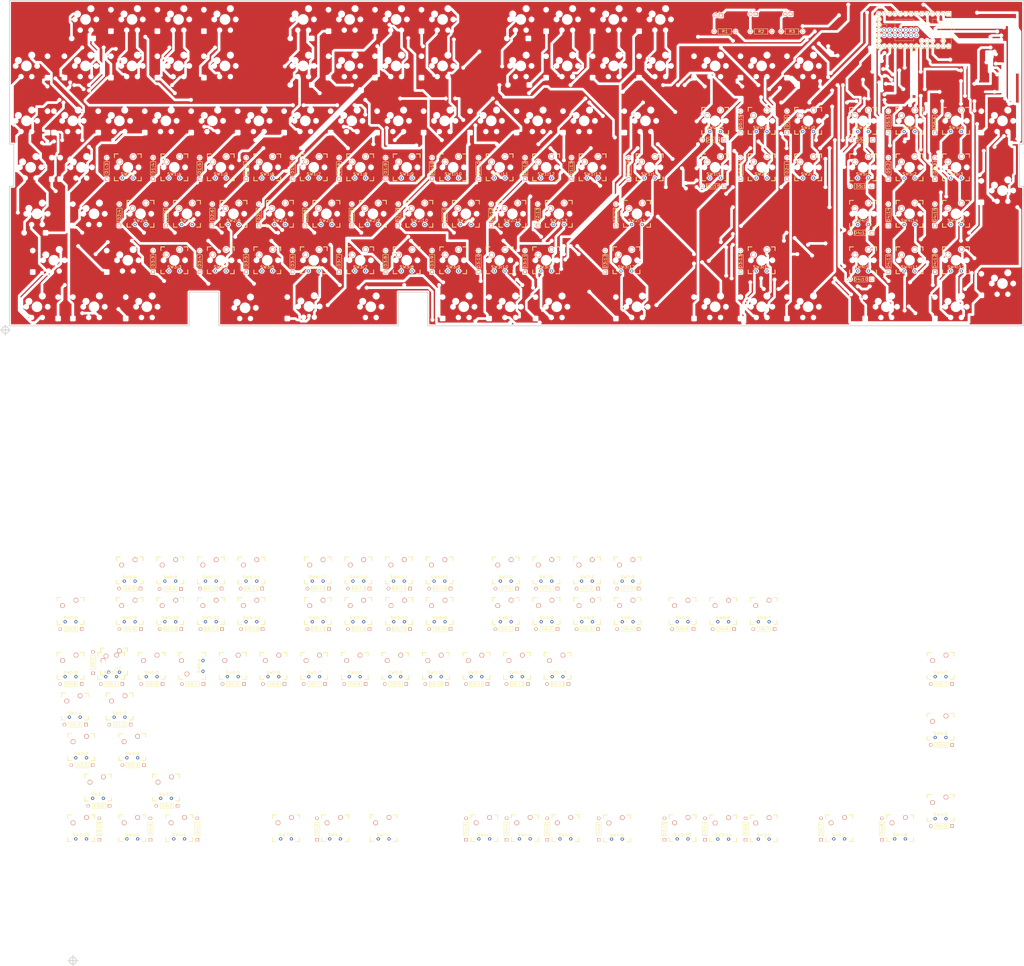
<source format=kicad_pcb>
(kicad_pcb (version 4) (host pcbnew 4.0.5-e0-6337~49~ubuntu14.04.1)
  (title_block (date "3 aug 2012"))
  (layers (0 Front signal) (31 Back signal) (34 B.Paste user) (35 F.Paste user) (36 B.SilkS user) (37 F.SilkS user) (38 B.Mask user) (39 F.Mask user) (44 Edge.Cuts user))
  (net 0 "")
  (net 1 /COL0)
  (net 2 /COL1)
  (net 3 /COL10)
  (net 4 /COL11)
  (net 5 /COL12)
  (net 6 /COL13)
  (net 7 /COL2)
  (net 8 /COL3)
  (net 9 /COL4)
  (net 10 /COL5)
  (net 11 /COL6)
  (net 12 /COL7)
  (net 13 /COL8)
  (net 14 /COL9)
  (net 15 /LED_A)
  (net 16 /LED_B)
  (net 17 /LED_C)
  (net 18 /ROW0)
  (net 19 /ROW1)
  (net 20 /ROW2)
  (net 21 /ROW3)
  (net 22 /ROW4)
  (net 23 GND)
  (net 24 "Net-(D0:0-Pad1)")
  (net 25 "Net-(D0:1-Pad1)")
  (net 26 "Net-(D0:2-Pad1)")
  (net 27 "Net-(D0:10-Pad1)")
  (net 28 "Net-(D0:11-Pad1)")
  (net 29 "Net-(D0:12-Pad1)")
  (net 30 "Net-(D0:13-Pad1)")
  (net 31 "Net-(D1:2-Pad1)")
  (net 32 "Net-(D1:3-Pad1)")
  (net 33 "Net-(D1:4-Pad1)")
  (net 34 "Net-(D1:5-Pad1)")
  (net 35 "Net-(D1:6-Pad1)")
  (net 36 "Net-(D1:7-Pad1)")
  (net 37 "Net-(D1:8-Pad1)")
  (net 38 "Net-(D1:9-Pad1)")
  (net 39 "Net-(D1:10-Pad1)")
  (net 40 "Net-(D1:11-Pad1)")
  (net 41 "Net-(D2:0-Pad1)")
  (net 42 "Net-(D2:1-Pad1)")
  (net 43 "Net-(D2:2-Pad1)")
  (net 44 "Net-(D2:3-Pad1)")
  (net 45 "Net-(D2:4-Pad1)")
  (net 46 "Net-(D2:5-Pad1)")
  (net 47 "Net-(D2:6-Pad1)")
  (net 48 "Net-(D2:7-Pad1)")
  (net 49 "Net-(D2:8-Pad1)")
  (net 50 "Net-(D2:9-Pad1)")
  (net 51 "Net-(D2:10-Pad1)")
  (net 52 "Net-(D2:11-Pad1)")
  (net 53 "Net-(D3:0-Pad1)")
  (net 54 "Net-(D3:1-Pad1)")
  (net 55 "Net-(D3:2-Pad1)")
  (net 56 "Net-(D3:3-Pad1)")
  (net 57 "Net-(D3:4-Pad1)")
  (net 58 "Net-(D3:5-Pad1)")
  (net 59 "Net-(D3:6-Pad1)")
  (net 60 "Net-(D3:7-Pad1)")
  (net 61 "Net-(D3:8-Pad1)")
  (net 62 "Net-(D3:9-Pad1)")
  (net 63 "Net-(D3:10-Pad1)")
  (net 64 "Net-(D3:11-Pad1)")
  (net 65 "Net-(D3:12-Pad1)")
  (net 66 "Net-(D3:13-Pad1)")
  (net 67 "Net-(D4:0-Pad1)")
  (net 68 "Net-(D4:1-Pad1)")
  (net 69 "Net-(D4:2-Pad1)")
  (net 70 "Net-(D4:3-Pad1)")
  (net 71 "Net-(D4:4-Pad1)")
  (net 72 "Net-(D4:5-Pad1)")
  (net 73 "Net-(D4:6-Pad1)")
  (net 74 "Net-(D4:7-Pad1)")
  (net 75 "Net-(D4:8-Pad1)")
  (net 76 "Net-(D4:9-Pad1)")
  (net 77 "Net-(D4:10-Pad1)")
  (net 78 "Net-(D4:11-Pad1)")
  (net 79 "Net-(D4:12-Pad1)")
  (net 80 "Net-(D4:13-Pad1)")
  (net 81 "Net-(L1-Pad1)")
  (net 82 "Net-(L2-Pad1)")
  (net 83 "Net-(L3-Pad1)")
  (net 84 "Net-(U1-Pad16)")
  (net 85 "Net-(U1-Pad20)")
  (net 86 "Net-(D0:4-Pad1)")
  (net 87 "Net-(D1:1-Pad1)")
  (net 88 "Net-(D1:12-Pad1)")
  (net 89 "Net-(D2:12-Pad1)")
  (net 90 "Net-(D0:3-Pad1)")
  (net 91 "Net-(D0:5-Pad1)")
  (net 92 "Net-(D0:6-Pad1)")
  (net 93 "Net-(D0:7-Pad1)")
  (net 94 "Net-(D0:8-Pad1)")
  (net 95 "Net-(D0:9-Pad1)")
  (net 96 "Net-(D0:14-Pad1)")
  (net 97 /COL14)
  (net 98 "Net-(D0:15-Pad1)")
  (net 99 /COL15)
  (net 100 "Net-(D1:0-Pad1)")
  (net 101 "Net-(D1:13-Pad1)")
  (net 102 "Net-(D1:14-Pad1)")
  (net 103 "Net-(D1:15-Pad1)")
  (net 104 "Net-(D2:13-Pad1)")
  (net 105 "Net-(D2:14-Pad1)")
  (net 106 "Net-(D2:15-Pad1)")
  (net 107 "Net-(D3:14-Pad1)")
  (net 108 "Net-(D3:15-Pad1)")
  (net 109 "Net-(D4:14-Pad1)")
  (net 110 "Net-(D4:15-Pad1)")
  (net 111 "Net-(D5:0-Pad1)")
  (net 112 "Net-(D5:1-Pad1)")
  (net 113 "Net-(D5:2-Pad1)")
  (net 114 "Net-(D5:3-Pad1)")
  (net 115 "Net-(D5:4-Pad1)")
  (net 116 "Net-(D5:5-Pad1)")
  (net 117 "Net-(D5:6-Pad1)")
  (net 118 "Net-(D5:7-Pad1)")
  (net 119 "Net-(D5:8-Pad1)")
  (net 120 "Net-(D5:9-Pad1)")
  (net 121 "Net-(D5:10-Pad1)")
  (net 122 "Net-(D5:11-Pad1)")
  (net 123 "Net-(D5:12-Pad1)")
  (net 124 "Net-(D5:13-Pad1)")
  (net 125 "Net-(D5:14-Pad1)")
  (net 126 "Net-(D5:15-Pad1)")
  (net 127 "Net-(D6:0-Pad1)")
  (net 128 "Net-(D6:1-Pad1)")
  (net 129 "Net-(D6:2-Pad1)")
  (net 130 "Net-(D6:3-Pad1)")
  (net 131 "Net-(D6:4-Pad1)")
  (net 132 "Net-(D6:5-Pad1)")
  (net 133 "Net-(D6:6-Pad1)")
  (net 134 "Net-(D6:7-Pad1)")
  (net 135 "Net-(D6:8-Pad1)")
  (net 136 "Net-(D6:9-Pad1)")
  (net 137 "Net-(D6:10-Pad1)")
  (net 138 "Net-(D6:11-Pad1)")
  (net 139 "Net-(D6:12-Pad1)")
  (net 140 "Net-(D6:13-Pad1)")
  (net 141 "Net-(D6:14-Pad1)")
  (net 142 "Net-(D6:15-Pad1)")
  (net 143 "Net-(D7:0-Pad1)")
  (net 144 "Net-(D7:1-Pad1)")
  (net 145 "Net-(D7:2-Pad1)")
  (net 146 /ROW5)
  (net 147 /ROW6)
  (net 148 /ROW7)
  (net 149 "Net-(U1-Pad1)")
  (net 150 "Net-(U1-Pad15)")
  (net 151 "Net-(U1-Pad17)")
  (net 152 "Net-(U1-Pad18)")
  (net 153 "Net-(U1-Pad19)")
  (net 154 "Net-(U1-Pad31)")
  (net 155 "Net-(U1-Pad32)")
  (net 156 "Net-(U1-Pad33)")
  (net 157 "Net-(U1-Pad34)")
  (net 158 "Net-(U1-Pad35)")
  (net 159 "Net-(U1-Pad39)")
  (net 160 "Net-(U1-Pad40)")
  (net 161 "Net-(U1-Pad42)")
  (net 162 "Net-(U1-Pad43)")
  (net 163 "Net-(U1-Pad44)")
  (net 164 "Net-(U1-Pad45)")
  (net 165 "Net-(U1-Pad46)")
  (net 166 "Net-(U1-Pad47)")
  (net 167 "Net-(U1-Pad48)")
  (net 168 "Net-(U1-Pad49)")
  (net 169 "Net-(U1-Pad50)")
  (net 170 "Net-(U1-Pad51)")
  (net 171 /LED_MATRIX_KATODE)
  (net 172 "Net-(D7:3-Pad1)")
  (net 173 "Net-(SW7:4-Pad1)")
  (net 174 "Net-(SW7:4-Pad2)")
  (net 175 "Net-(SW7:4-Pad4)")
  (net 176 "Net-(SW7:5-Pad1)")
  (net 177 "Net-(SW7:5-Pad2)")
  (net 178 "Net-(SW7:5-Pad4)")
  (net 179 "Net-(SW7:4-Pad3)")
  (net 180 "Net-(SW7:5-Pad3)")
  (net 181 /LED_MATRIX_ANODE)
  (module footprints:DIODE (layer Front) (at 59.6 136.6)
    (fp_text reference D0:0 (at 0 0) (layer F.SilkS) (effects (font (size 1.27 1.524) (thickness 0.2032))))
    (fp_text value D hide)
    (pad 2 thru_hole rect (at 5.08 0) (size 1.651 1.651) (drill 0.9906) (layers *.Cu *.SilkS *.Mask) (net 1 /COL0))
    (pad 1 thru_hole circle (at -5.08 0) (size 1.651 1.651) (drill 0.9906) (layers *.Cu *.SilkS *.Mask) (net 24 "Net-(D0:0-Pad1)"))
  )
  (module footprints:DIODE (layer Front) (at 78.8 162.6)
    (fp_text reference D0:1 (at 0 0) (layer F.SilkS) (effects (font (size 1.27 1.524) (thickness 0.2032))))
    (fp_text value D hide)
    (pad 2 thru_hole rect (at 5.08 0) (size 1.651 1.651) (drill 0.9906) (layers *.Cu *.SilkS *.Mask) (net 2 /COL1))
    (pad 1 thru_hole circle (at -5.08 0) (size 1.651 1.651) (drill 0.9906) (layers *.Cu *.SilkS *.Mask) (net 25 "Net-(D0:1-Pad1)"))
  )
  (module footprints:DIODE (layer Front) (at 70 152.4 270)
    (fp_text reference D0:2 (at 0 0 270) (layer F.SilkS) (effects (font (size 1.27 1.524) (thickness 0.2032))))
    (fp_text value D hide)
    (pad 2 thru_hole rect (at 5.08 0 270) (size 1.651 1.651) (drill 0.9906) (layers *.Cu *.SilkS *.Mask) (net 7 /COL2))
    (pad 1 thru_hole circle (at -5.08 0 270) (size 1.651 1.651) (drill 0.9906) (layers *.Cu *.SilkS *.Mask) (net 26 "Net-(D0:2-Pad1)"))
  )
  (module footprints:DIODE (layer Front) (at 97.9 162.6)
    (fp_text reference D0:3 (at 0 0) (layer F.SilkS) (effects (font (size 1.27 1.524) (thickness 0.2032))))
    (fp_text value D hide)
    (pad 2 thru_hole rect (at 5.08 0) (size 1.651 1.651) (drill 0.9906) (layers *.Cu *.SilkS *.Mask) (net 8 /COL3))
    (pad 1 thru_hole circle (at -5.08 0) (size 1.651 1.651) (drill 0.9906) (layers *.Cu *.SilkS *.Mask) (net 90 "Net-(D0:3-Pad1)"))
  )
  (module footprints:DIODE (layer Front) (at 117.2 162.6)
    (fp_text reference D0:4 (at 0 0) (layer F.SilkS) (effects (font (size 1.27 1.524) (thickness 0.2032))))
    (fp_text value D hide)
    (pad 2 thru_hole rect (at 5.08 0) (size 1.651 1.651) (drill 0.9906) (layers *.Cu *.SilkS *.Mask) (net 9 /COL4))
    (pad 1 thru_hole circle (at -5.08 0) (size 1.651 1.651) (drill 0.9906) (layers *.Cu *.SilkS *.Mask) (net 86 "Net-(D0:4-Pad1)"))
  )
  (module footprints:DIODE (layer Front) (at 136.4 162.6)
    (fp_text reference D0:5 (at 0 0) (layer F.SilkS) (effects (font (size 1.27 1.524) (thickness 0.2032))))
    (fp_text value D hide)
    (pad 2 thru_hole rect (at 5.08 0) (size 1.651 1.651) (drill 0.9906) (layers *.Cu *.SilkS *.Mask) (net 10 /COL5))
    (pad 1 thru_hole circle (at -5.08 0) (size 1.651 1.651) (drill 0.9906) (layers *.Cu *.SilkS *.Mask) (net 91 "Net-(D0:5-Pad1)"))
  )
  (module footprints:DIODE (layer Front) (at 155.6 162.6)
    (fp_text reference D0:6 (at 0 0) (layer F.SilkS) (effects (font (size 1.27 1.524) (thickness 0.2032))))
    (fp_text value D hide)
    (pad 2 thru_hole rect (at 5.08 0) (size 1.651 1.651) (drill 0.9906) (layers *.Cu *.SilkS *.Mask) (net 11 /COL6))
    (pad 1 thru_hole circle (at -5.08 0) (size 1.651 1.651) (drill 0.9906) (layers *.Cu *.SilkS *.Mask) (net 92 "Net-(D0:6-Pad1)"))
  )
  (module footprints:DIODE (layer Front) (at 174.8 162.6)
    (fp_text reference D0:7 (at 0 0) (layer F.SilkS) (effects (font (size 1.27 1.524) (thickness 0.2032))))
    (fp_text value D hide)
    (pad 2 thru_hole rect (at 5.08 0) (size 1.651 1.651) (drill 0.9906) (layers *.Cu *.SilkS *.Mask) (net 12 /COL7))
    (pad 1 thru_hole circle (at -5.08 0) (size 1.651 1.651) (drill 0.9906) (layers *.Cu *.SilkS *.Mask) (net 93 "Net-(D0:7-Pad1)"))
  )
  (module footprints:DIODE (layer Front) (at 194 162.6)
    (fp_text reference D0:8 (at 0 0) (layer F.SilkS) (effects (font (size 1.27 1.524) (thickness 0.2032))))
    (fp_text value D hide)
    (pad 2 thru_hole rect (at 5.08 0) (size 1.651 1.651) (drill 0.9906) (layers *.Cu *.SilkS *.Mask) (net 13 /COL8))
    (pad 1 thru_hole circle (at -5.08 0) (size 1.651 1.651) (drill 0.9906) (layers *.Cu *.SilkS *.Mask) (net 94 "Net-(D0:8-Pad1)"))
  )
  (module footprints:DIODE (layer Front) (at 213.2 162.6)
    (fp_text reference D0:9 (at 0 0) (layer F.SilkS) (effects (font (size 1.27 1.524) (thickness 0.2032))))
    (fp_text value D hide)
    (pad 2 thru_hole rect (at 5.08 0) (size 1.651 1.651) (drill 0.9906) (layers *.Cu *.SilkS *.Mask) (net 14 /COL9))
    (pad 1 thru_hole circle (at -5.08 0) (size 1.651 1.651) (drill 0.9906) (layers *.Cu *.SilkS *.Mask) (net 95 "Net-(D0:9-Pad1)"))
  )
  (module footprints:DIODE (layer Front) (at 232.4 162.6)
    (fp_text reference D0:10 (at 0 0) (layer F.SilkS) (effects (font (size 1.27 1.524) (thickness 0.2032))))
    (fp_text value D hide)
    (pad 2 thru_hole rect (at 5.08 0) (size 1.651 1.651) (drill 0.9906) (layers *.Cu *.SilkS *.Mask) (net 3 /COL10))
    (pad 1 thru_hole circle (at -5.08 0) (size 1.651 1.651) (drill 0.9906) (layers *.Cu *.SilkS *.Mask) (net 27 "Net-(D0:10-Pad1)"))
  )
  (module footprints:DIODE (layer Front) (at 251.6 162.6)
    (fp_text reference D0:11 (at 0 0) (layer F.SilkS) (effects (font (size 1.27 1.524) (thickness 0.2032))))
    (fp_text value D hide)
    (pad 2 thru_hole rect (at 5.08 0) (size 1.651 1.651) (drill 0.9906) (layers *.Cu *.SilkS *.Mask) (net 4 /COL11))
    (pad 1 thru_hole circle (at -5.08 0) (size 1.651 1.651) (drill 0.9906) (layers *.Cu *.SilkS *.Mask) (net 28 "Net-(D0:11-Pad1)"))
  )
  (module footprints:DIODE (layer Front) (at 270.8 162.6)
    (fp_text reference D0:12 (at 0 0) (layer F.SilkS) (effects (font (size 1.27 1.524) (thickness 0.2032))))
    (fp_text value D hide)
    (pad 2 thru_hole rect (at 5.08 0) (size 1.651 1.651) (drill 0.9906) (layers *.Cu *.SilkS *.Mask) (net 5 /COL12))
    (pad 1 thru_hole circle (at -5.08 0) (size 1.651 1.651) (drill 0.9906) (layers *.Cu *.SilkS *.Mask) (net 29 "Net-(D0:12-Pad1)"))
  )
  (module footprints:DIODE (layer Front) (at 290 162.6)
    (fp_text reference D0:13 (at 0 0) (layer F.SilkS) (effects (font (size 1.27 1.524) (thickness 0.2032))))
    (fp_text value D hide)
    (pad 2 thru_hole rect (at 5.08 0) (size 1.651 1.651) (drill 0.9906) (layers *.Cu *.SilkS *.Mask) (net 6 /COL13))
    (pad 1 thru_hole circle (at -5.08 0) (size 1.651 1.651) (drill 0.9906) (layers *.Cu *.SilkS *.Mask) (net 30 "Net-(D0:13-Pad1)"))
  )
  (module footprints:DIODE (layer Front) (at 363.5 -95)
    (fp_text reference D0:14 (at 0 0) (layer F.SilkS) (effects (font (size 1.27 1.524) (thickness 0.2032))))
    (fp_text value D hide)
    (pad 2 thru_hole rect (at 5.08 0) (size 1.651 1.651) (drill 0.9906) (layers *.Cu *.SilkS *.Mask) (net 97 /COL14))
    (pad 1 thru_hole circle (at -5.08 0) (size 1.651 1.651) (drill 0.9906) (layers *.Cu *.SilkS *.Mask) (net 96 "Net-(D0:14-Pad1)"))
  )
  (module footprints:DIODE (layer Front) (at 376.5 -103.5 270)
    (fp_text reference D0:15 (at 0 0 270) (layer F.SilkS) (effects (font (size 1.27 1.524) (thickness 0.2032))))
    (fp_text value D hide)
    (pad 2 thru_hole rect (at 5.08 0 270) (size 1.651 1.651) (drill 0.9906) (layers *.Cu *.SilkS *.Mask) (net 99 /COL15))
    (pad 1 thru_hole circle (at -5.08 0 270) (size 1.651 1.651) (drill 0.9906) (layers *.Cu *.SilkS *.Mask) (net 98 "Net-(D0:15-Pad1)"))
  )
  (module footprints:DIODE (layer Front) (at 398.5 -103.5 270)
    (fp_text reference D1:0 (at 0 0 270) (layer F.SilkS) (effects (font (size 1.27 1.524) (thickness 0.2032))))
    (fp_text value D hide)
    (pad 2 thru_hole rect (at 5.08 0 270) (size 1.651 1.651) (drill 0.9906) (layers *.Cu *.SilkS *.Mask) (net 1 /COL0))
    (pad 1 thru_hole circle (at -5.08 0 270) (size 1.651 1.651) (drill 0.9906) (layers *.Cu *.SilkS *.Mask) (net 100 "Net-(D1:0-Pad1)"))
  )
  (module footprints:DIODE (layer Front) (at 61.6 181.8)
    (fp_text reference D1:1 (at 0 0) (layer F.SilkS) (effects (font (size 1.27 1.524) (thickness 0.2032))))
    (fp_text value D hide)
    (pad 2 thru_hole rect (at 5.08 0) (size 1.651 1.651) (drill 0.9906) (layers *.Cu *.SilkS *.Mask) (net 2 /COL1))
    (pad 1 thru_hole circle (at -5.08 0) (size 1.651 1.651) (drill 0.9906) (layers *.Cu *.SilkS *.Mask) (net 87 "Net-(D1:1-Pad1)"))
  )
  (module footprints:DIODE (layer Front) (at 82.8 181.8)
    (fp_text reference D1:2 (at 0 0) (layer F.SilkS) (effects (font (size 1.27 1.524) (thickness 0.2032))))
    (fp_text value D hide)
    (pad 2 thru_hole rect (at 5.08 0) (size 1.651 1.651) (drill 0.9906) (layers *.Cu *.SilkS *.Mask) (net 7 /COL2))
    (pad 1 thru_hole circle (at -5.08 0) (size 1.651 1.651) (drill 0.9906) (layers *.Cu *.SilkS *.Mask) (net 31 "Net-(D1:2-Pad1)"))
  )
  (module footprints:DIODE (layer Front) (at 76.5 -81.5 270)
    (fp_text reference D1:3 (at 0 0 270) (layer F.SilkS) (effects (font (size 1.27 1.524) (thickness 0.2032))))
    (fp_text value D hide)
    (pad 2 thru_hole rect (at 5.08 0 270) (size 1.651 1.651) (drill 0.9906) (layers *.Cu *.SilkS *.Mask) (net 8 /COL3))
    (pad 1 thru_hole circle (at -5.08 0 270) (size 1.651 1.651) (drill 0.9906) (layers *.Cu *.SilkS *.Mask) (net 32 "Net-(D1:3-Pad1)"))
  )
  (module footprints:DIODE (layer Front) (at 98.5 -81.5 270)
    (fp_text reference D1:4 (at 0 0 270) (layer F.SilkS) (effects (font (size 1.27 1.524) (thickness 0.2032))))
    (fp_text value D hide)
    (pad 2 thru_hole rect (at 5.08 0 270) (size 1.651 1.651) (drill 0.9906) (layers *.Cu *.SilkS *.Mask) (net 9 /COL4))
    (pad 1 thru_hole circle (at -5.08 0 270) (size 1.651 1.651) (drill 0.9906) (layers *.Cu *.SilkS *.Mask) (net 33 "Net-(D1:4-Pad1)"))
  )
  (module footprints:DIODE (layer Front) (at 120.5 -81.5 270)
    (fp_text reference D1:5 (at 0 0 270) (layer F.SilkS) (effects (font (size 1.27 1.524) (thickness 0.2032))))
    (fp_text value D hide)
    (pad 2 thru_hole rect (at 5.08 0 270) (size 1.651 1.651) (drill 0.9906) (layers *.Cu *.SilkS *.Mask) (net 10 /COL5))
    (pad 1 thru_hole circle (at -5.08 0 270) (size 1.651 1.651) (drill 0.9906) (layers *.Cu *.SilkS *.Mask) (net 34 "Net-(D1:5-Pad1)"))
  )
  (module footprints:DIODE (layer Front) (at 142.5 -81.5 270)
    (fp_text reference D1:6 (at 0 0 270) (layer F.SilkS) (effects (font (size 1.27 1.524) (thickness 0.2032))))
    (fp_text value D hide)
    (pad 2 thru_hole rect (at 5.08 0 270) (size 1.651 1.651) (drill 0.9906) (layers *.Cu *.SilkS *.Mask) (net 11 /COL6))
    (pad 1 thru_hole circle (at -5.08 0 270) (size 1.651 1.651) (drill 0.9906) (layers *.Cu *.SilkS *.Mask) (net 35 "Net-(D1:6-Pad1)"))
  )
  (module footprints:DIODE (layer Front) (at 164.5 -81.5 270)
    (fp_text reference D1:7 (at 0 0 270) (layer F.SilkS) (effects (font (size 1.27 1.524) (thickness 0.2032))))
    (fp_text value D hide)
    (pad 2 thru_hole rect (at 5.08 0 270) (size 1.651 1.651) (drill 0.9906) (layers *.Cu *.SilkS *.Mask) (net 12 /COL7))
    (pad 1 thru_hole circle (at -5.08 0 270) (size 1.651 1.651) (drill 0.9906) (layers *.Cu *.SilkS *.Mask) (net 36 "Net-(D1:7-Pad1)"))
  )
  (module footprints:DIODE (layer Front) (at 186.5 -81.5 270)
    (fp_text reference D1:8 (at 0 0 270) (layer F.SilkS) (effects (font (size 1.27 1.524) (thickness 0.2032))))
    (fp_text value D hide)
    (pad 2 thru_hole rect (at 5.08 0 270) (size 1.651 1.651) (drill 0.9906) (layers *.Cu *.SilkS *.Mask) (net 13 /COL8))
    (pad 1 thru_hole circle (at -5.08 0 270) (size 1.651 1.651) (drill 0.9906) (layers *.Cu *.SilkS *.Mask) (net 37 "Net-(D1:8-Pad1)"))
  )
  (module footprints:DIODE (layer Front) (at 208.5 -81.5 270)
    (fp_text reference D1:9 (at 0 0 270) (layer F.SilkS) (effects (font (size 1.27 1.524) (thickness 0.2032))))
    (fp_text value D hide)
    (pad 2 thru_hole rect (at 5.08 0 270) (size 1.651 1.651) (drill 0.9906) (layers *.Cu *.SilkS *.Mask) (net 14 /COL9))
    (pad 1 thru_hole circle (at -5.08 0 270) (size 1.651 1.651) (drill 0.9906) (layers *.Cu *.SilkS *.Mask) (net 38 "Net-(D1:9-Pad1)"))
  )
  (module footprints:DIODE (layer Front) (at 230.5 -81.5 270)
    (fp_text reference D1:10 (at 0 0 270) (layer F.SilkS) (effects (font (size 1.27 1.524) (thickness 0.2032))))
    (fp_text value D hide)
    (pad 2 thru_hole rect (at 5.08 0 270) (size 1.651 1.651) (drill 0.9906) (layers *.Cu *.SilkS *.Mask) (net 3 /COL10))
    (pad 1 thru_hole circle (at -5.08 0 270) (size 1.651 1.651) (drill 0.9906) (layers *.Cu *.SilkS *.Mask) (net 39 "Net-(D1:10-Pad1)"))
  )
  (module footprints:DIODE (layer Front) (at 252.5 -81.5 270)
    (fp_text reference D1:11 (at 0 0 270) (layer F.SilkS) (effects (font (size 1.27 1.524) (thickness 0.2032))))
    (fp_text value D hide)
    (pad 2 thru_hole rect (at 5.08 0 270) (size 1.651 1.651) (drill 0.9906) (layers *.Cu *.SilkS *.Mask) (net 4 /COL11))
    (pad 1 thru_hole circle (at -5.08 0 270) (size 1.651 1.651) (drill 0.9906) (layers *.Cu *.SilkS *.Mask) (net 40 "Net-(D1:11-Pad1)"))
  )
  (module footprints:DIODE (layer Front) (at 274.5 -81.5 270)
    (fp_text reference D1:12 (at 0 0 270) (layer F.SilkS) (effects (font (size 1.27 1.524) (thickness 0.2032))))
    (fp_text value D hide)
    (pad 2 thru_hole rect (at 5.08 0 270) (size 1.651 1.651) (drill 0.9906) (layers *.Cu *.SilkS *.Mask) (net 5 /COL12))
    (pad 1 thru_hole circle (at -5.08 0 270) (size 1.651 1.651) (drill 0.9906) (layers *.Cu *.SilkS *.Mask) (net 88 "Net-(D1:12-Pad1)"))
  )
  (module footprints:DIODE (layer Front) (at 296.5 -81.5 270)
    (fp_text reference D1:13 (at 0 0 270) (layer F.SilkS) (effects (font (size 1.27 1.524) (thickness 0.2032))))
    (fp_text value D hide)
    (pad 2 thru_hole rect (at 5.08 0 270) (size 1.651 1.651) (drill 0.9906) (layers *.Cu *.SilkS *.Mask) (net 6 /COL13))
    (pad 1 thru_hole circle (at -5.08 0 270) (size 1.651 1.651) (drill 0.9906) (layers *.Cu *.SilkS *.Mask) (net 101 "Net-(D1:13-Pad1)"))
  )
  (module footprints:DIODE (layer Front) (at 323.5 -81.5 270)
    (fp_text reference D1:14 (at 0 0 270) (layer F.SilkS) (effects (font (size 1.27 1.524) (thickness 0.2032))))
    (fp_text value D hide)
    (pad 2 thru_hole rect (at 5.08 0 270) (size 1.651 1.651) (drill 0.9906) (layers *.Cu *.SilkS *.Mask) (net 97 /COL14))
    (pad 1 thru_hole circle (at -5.08 0 270) (size 1.651 1.651) (drill 0.9906) (layers *.Cu *.SilkS *.Mask) (net 102 "Net-(D1:14-Pad1)"))
  )
  (module footprints:DIODE (layer Front) (at 363.5 -73)
    (fp_text reference D1:15 (at 0 0) (layer F.SilkS) (effects (font (size 1.27 1.524) (thickness 0.2032))))
    (fp_text value D hide)
    (pad 2 thru_hole rect (at 5.08 0) (size 1.651 1.651) (drill 0.9906) (layers *.Cu *.SilkS *.Mask) (net 99 /COL15))
    (pad 1 thru_hole circle (at -5.08 0) (size 1.651 1.651) (drill 0.9906) (layers *.Cu *.SilkS *.Mask) (net 103 "Net-(D1:15-Pad1)"))
  )
  (module footprints:DIODE (layer Front) (at 376.5 -81.5 270)
    (fp_text reference D2:0 (at 0 0 270) (layer F.SilkS) (effects (font (size 1.27 1.524) (thickness 0.2032))))
    (fp_text value D hide)
    (pad 2 thru_hole rect (at 5.08 0 270) (size 1.651 1.651) (drill 0.9906) (layers *.Cu *.SilkS *.Mask) (net 1 /COL0))
    (pad 1 thru_hole circle (at -5.08 0 270) (size 1.651 1.651) (drill 0.9906) (layers *.Cu *.SilkS *.Mask) (net 41 "Net-(D2:0-Pad1)"))
  )
  (module footprints:DIODE (layer Front) (at 398.5 -81.5 270)
    (fp_text reference D2:1 (at 0 0 270) (layer F.SilkS) (effects (font (size 1.27 1.524) (thickness 0.2032))))
    (fp_text value D hide)
    (pad 2 thru_hole rect (at 5.08 0 270) (size 1.651 1.651) (drill 0.9906) (layers *.Cu *.SilkS *.Mask) (net 2 /COL1))
    (pad 1 thru_hole circle (at -5.08 0 270) (size 1.651 1.651) (drill 0.9906) (layers *.Cu *.SilkS *.Mask) (net 42 "Net-(D2:1-Pad1)"))
  )
  (module footprints:DIODE (layer Front) (at 64.8 201)
    (fp_text reference D2:2 (at 0 0) (layer F.SilkS) (effects (font (size 1.27 1.524) (thickness 0.2032))))
    (fp_text value D hide)
    (pad 2 thru_hole rect (at 5.08 0) (size 1.651 1.651) (drill 0.9906) (layers *.Cu *.SilkS *.Mask) (net 7 /COL2))
    (pad 1 thru_hole circle (at -5.08 0) (size 1.651 1.651) (drill 0.9906) (layers *.Cu *.SilkS *.Mask) (net 43 "Net-(D2:2-Pad1)"))
  )
  (module footprints:DIODE (layer Front) (at 89 201)
    (fp_text reference D2:3 (at 0 0) (layer F.SilkS) (effects (font (size 1.27 1.524) (thickness 0.2032))))
    (fp_text value D hide)
    (pad 2 thru_hole rect (at 5.08 0) (size 1.651 1.651) (drill 0.9906) (layers *.Cu *.SilkS *.Mask) (net 8 /COL3))
    (pad 1 thru_hole circle (at -5.08 0) (size 1.651 1.651) (drill 0.9906) (layers *.Cu *.SilkS *.Mask) (net 44 "Net-(D2:3-Pad1)"))
  )
  (module footprints:DIODE (layer Front) (at 82.5 -59.5 270)
    (fp_text reference D2:4 (at 0 0 270) (layer F.SilkS) (effects (font (size 1.27 1.524) (thickness 0.2032))))
    (fp_text value D hide)
    (pad 2 thru_hole rect (at 5.08 0 270) (size 1.651 1.651) (drill 0.9906) (layers *.Cu *.SilkS *.Mask) (net 9 /COL4))
    (pad 1 thru_hole circle (at -5.08 0 270) (size 1.651 1.651) (drill 0.9906) (layers *.Cu *.SilkS *.Mask) (net 45 "Net-(D2:4-Pad1)"))
  )
  (module footprints:DIODE (layer Front) (at 104.5 -59.5 270)
    (fp_text reference D2:5 (at 0 0 270) (layer F.SilkS) (effects (font (size 1.27 1.524) (thickness 0.2032))))
    (fp_text value D hide)
    (pad 2 thru_hole rect (at 5.08 0 270) (size 1.651 1.651) (drill 0.9906) (layers *.Cu *.SilkS *.Mask) (net 10 /COL5))
    (pad 1 thru_hole circle (at -5.08 0 270) (size 1.651 1.651) (drill 0.9906) (layers *.Cu *.SilkS *.Mask) (net 46 "Net-(D2:5-Pad1)"))
  )
  (module footprints:DIODE (layer Front) (at 126.5 -59.5 270)
    (fp_text reference D2:6 (at 0 0 270) (layer F.SilkS) (effects (font (size 1.27 1.524) (thickness 0.2032))))
    (fp_text value D hide)
    (pad 2 thru_hole rect (at 5.08 0 270) (size 1.651 1.651) (drill 0.9906) (layers *.Cu *.SilkS *.Mask) (net 11 /COL6))
    (pad 1 thru_hole circle (at -5.08 0 270) (size 1.651 1.651) (drill 0.9906) (layers *.Cu *.SilkS *.Mask) (net 47 "Net-(D2:6-Pad1)"))
  )
  (module footprints:DIODE (layer Front) (at 148.5 -59.5 270)
    (fp_text reference D2:7 (at 0 0 270) (layer F.SilkS) (effects (font (size 1.27 1.524) (thickness 0.2032))))
    (fp_text value D hide)
    (pad 2 thru_hole rect (at 5.08 0 270) (size 1.651 1.651) (drill 0.9906) (layers *.Cu *.SilkS *.Mask) (net 12 /COL7))
    (pad 1 thru_hole circle (at -5.08 0 270) (size 1.651 1.651) (drill 0.9906) (layers *.Cu *.SilkS *.Mask) (net 48 "Net-(D2:7-Pad1)"))
  )
  (module footprints:DIODE (layer Front) (at 170.5 -59.5 270)
    (fp_text reference D2:8 (at 0 0 270) (layer F.SilkS) (effects (font (size 1.27 1.524) (thickness 0.2032))))
    (fp_text value D hide)
    (pad 2 thru_hole rect (at 5.08 0 270) (size 1.651 1.651) (drill 0.9906) (layers *.Cu *.SilkS *.Mask) (net 13 /COL8))
    (pad 1 thru_hole circle (at -5.08 0 270) (size 1.651 1.651) (drill 0.9906) (layers *.Cu *.SilkS *.Mask) (net 49 "Net-(D2:8-Pad1)"))
  )
  (module footprints:DIODE (layer Front) (at 192.5 -59.5 270)
    (fp_text reference D2:9 (at 0 0 270) (layer F.SilkS) (effects (font (size 1.27 1.524) (thickness 0.2032))))
    (fp_text value D hide)
    (pad 2 thru_hole rect (at 5.08 0 270) (size 1.651 1.651) (drill 0.9906) (layers *.Cu *.SilkS *.Mask) (net 14 /COL9))
    (pad 1 thru_hole circle (at -5.08 0 270) (size 1.651 1.651) (drill 0.9906) (layers *.Cu *.SilkS *.Mask) (net 50 "Net-(D2:9-Pad1)"))
  )
  (module footprints:DIODE (layer Front) (at 214.5 -59.5 270)
    (fp_text reference D2:10 (at 0 0 270) (layer F.SilkS) (effects (font (size 1.27 1.524) (thickness 0.2032))))
    (fp_text value D hide)
    (pad 2 thru_hole rect (at 5.08 0 270) (size 1.651 1.651) (drill 0.9906) (layers *.Cu *.SilkS *.Mask) (net 3 /COL10))
    (pad 1 thru_hole circle (at -5.08 0 270) (size 1.651 1.651) (drill 0.9906) (layers *.Cu *.SilkS *.Mask) (net 51 "Net-(D2:10-Pad1)"))
  )
  (module footprints:DIODE (layer Front) (at 236.5 -59.5 270)
    (fp_text reference D2:11 (at 0 0 270) (layer F.SilkS) (effects (font (size 1.27 1.524) (thickness 0.2032))))
    (fp_text value D hide)
    (pad 2 thru_hole rect (at 5.08 0 270) (size 1.651 1.651) (drill 0.9906) (layers *.Cu *.SilkS *.Mask) (net 4 /COL11))
    (pad 1 thru_hole circle (at -5.08 0 270) (size 1.651 1.651) (drill 0.9906) (layers *.Cu *.SilkS *.Mask) (net 52 "Net-(D2:11-Pad1)"))
  )
  (module footprints:DIODE (layer Front) (at 258.5 -59.5 270)
    (fp_text reference D2:12 (at 0 0 270) (layer F.SilkS) (effects (font (size 1.27 1.524) (thickness 0.2032))))
    (fp_text value D hide)
    (pad 2 thru_hole rect (at 5.08 0 270) (size 1.651 1.651) (drill 0.9906) (layers *.Cu *.SilkS *.Mask) (net 5 /COL12))
    (pad 1 thru_hole circle (at -5.08 0 270) (size 1.651 1.651) (drill 0.9906) (layers *.Cu *.SilkS *.Mask) (net 89 "Net-(D2:12-Pad1)"))
  )
  (module footprints:DIODE (layer Front) (at 280.5 -59.5 270)
    (fp_text reference D2:13 (at 0 0 270) (layer F.SilkS) (effects (font (size 1.27 1.524) (thickness 0.2032))))
    (fp_text value D hide)
    (pad 2 thru_hole rect (at 5.08 0 270) (size 1.651 1.651) (drill 0.9906) (layers *.Cu *.SilkS *.Mask) (net 6 /COL13))
    (pad 1 thru_hole circle (at -5.08 0 270) (size 1.651 1.651) (drill 0.9906) (layers *.Cu *.SilkS *.Mask) (net 104 "Net-(D2:13-Pad1)"))
  )
  (module footprints:DIODE (layer Front) (at 317.5 -59.5 270)
    (fp_text reference D2:14 (at 0 0 270) (layer F.SilkS) (effects (font (size 1.27 1.524) (thickness 0.2032))))
    (fp_text value D hide)
    (pad 2 thru_hole rect (at 5.08 0 270) (size 1.651 1.651) (drill 0.9906) (layers *.Cu *.SilkS *.Mask) (net 97 /COL14))
    (pad 1 thru_hole circle (at -5.08 0 270) (size 1.651 1.651) (drill 0.9906) (layers *.Cu *.SilkS *.Mask) (net 105 "Net-(D2:14-Pad1)"))
  )
  (module footprints:DIODE (layer Front) (at 340.5 231.2 270)
    (fp_text reference D2:15 (at 0 0 270) (layer F.SilkS) (effects (font (size 1.27 1.524) (thickness 0.2032))))
    (fp_text value D hide)
    (pad 2 thru_hole rect (at 5.08 0 270) (size 1.651 1.651) (drill 0.9906) (layers *.Cu *.SilkS *.Mask) (net 99 /COL15))
    (pad 1 thru_hole circle (at -5.08 0 270) (size 1.651 1.651) (drill 0.9906) (layers *.Cu *.SilkS *.Mask) (net 106 "Net-(D2:15-Pad1)"))
  )
  (module footprints:DIODE (layer Front) (at 378.9 231.2 270)
    (fp_text reference D3:0 (at 0 0 270) (layer F.SilkS) (effects (font (size 1.27 1.524) (thickness 0.2032))))
    (fp_text value D hide)
    (pad 2 thru_hole rect (at 5.08 0 270) (size 1.651 1.651) (drill 0.9906) (layers *.Cu *.SilkS *.Mask) (net 1 /COL0))
    (pad 1 thru_hole circle (at -5.08 0 270) (size 1.651 1.651) (drill 0.9906) (layers *.Cu *.SilkS *.Mask) (net 53 "Net-(D3:0-Pad1)"))
  )
  (module footprints:DIODE (layer Front) (at 72.8 220.2)
    (fp_text reference D3:1 (at 0 0) (layer F.SilkS) (effects (font (size 1.27 1.524) (thickness 0.2032))))
    (fp_text value D hide)
    (pad 2 thru_hole rect (at 5.08 0) (size 1.651 1.651) (drill 0.9906) (layers *.Cu *.SilkS *.Mask) (net 2 /COL1))
    (pad 1 thru_hole circle (at -5.08 0) (size 1.651 1.651) (drill 0.9906) (layers *.Cu *.SilkS *.Mask) (net 54 "Net-(D3:1-Pad1)"))
  )
  (module footprints:DIODE (layer Front) (at 105 220.2)
    (fp_text reference D3:2 (at 0 0) (layer F.SilkS) (effects (font (size 1.27 1.524) (thickness 0.2032))))
    (fp_text value D hide)
    (pad 2 thru_hole rect (at 5.08 0) (size 1.651 1.651) (drill 0.9906) (layers *.Cu *.SilkS *.Mask) (net 7 /COL2))
    (pad 1 thru_hole circle (at -5.08 0) (size 1.651 1.651) (drill 0.9906) (layers *.Cu *.SilkS *.Mask) (net 55 "Net-(D3:2-Pad1)"))
  )
  (module footprints:DIODE (layer Front) (at 98.5 -37.5 270)
    (fp_text reference D3:3 (at 0 0 270) (layer F.SilkS) (effects (font (size 1.27 1.524) (thickness 0.2032))))
    (fp_text value D hide)
    (pad 2 thru_hole rect (at 5.08 0 270) (size 1.651 1.651) (drill 0.9906) (layers *.Cu *.SilkS *.Mask) (net 8 /COL3))
    (pad 1 thru_hole circle (at -5.08 0 270) (size 1.651 1.651) (drill 0.9906) (layers *.Cu *.SilkS *.Mask) (net 56 "Net-(D3:3-Pad1)"))
  )
  (module footprints:DIODE (layer Front) (at 120.5 -37.5 270)
    (fp_text reference D3:4 (at 0 0 270) (layer F.SilkS) (effects (font (size 1.27 1.524) (thickness 0.2032))))
    (fp_text value D hide)
    (pad 2 thru_hole rect (at 5.08 0 270) (size 1.651 1.651) (drill 0.9906) (layers *.Cu *.SilkS *.Mask) (net 9 /COL4))
    (pad 1 thru_hole circle (at -5.08 0 270) (size 1.651 1.651) (drill 0.9906) (layers *.Cu *.SilkS *.Mask) (net 57 "Net-(D3:4-Pad1)"))
  )
  (module footprints:DIODE (layer Front) (at 142.5 -37.5 270)
    (fp_text reference D3:5 (at 0 0 270) (layer F.SilkS) (effects (font (size 1.27 1.524) (thickness 0.2032))))
    (fp_text value D hide)
    (pad 2 thru_hole rect (at 5.08 0 270) (size 1.651 1.651) (drill 0.9906) (layers *.Cu *.SilkS *.Mask) (net 10 /COL5))
    (pad 1 thru_hole circle (at -5.08 0 270) (size 1.651 1.651) (drill 0.9906) (layers *.Cu *.SilkS *.Mask) (net 58 "Net-(D3:5-Pad1)"))
  )
  (module footprints:DIODE (layer Front) (at 164.5 -37.5 270)
    (fp_text reference D3:6 (at 0 0 270) (layer F.SilkS) (effects (font (size 1.27 1.524) (thickness 0.2032))))
    (fp_text value D hide)
    (pad 2 thru_hole rect (at 5.08 0 270) (size 1.651 1.651) (drill 0.9906) (layers *.Cu *.SilkS *.Mask) (net 11 /COL6))
    (pad 1 thru_hole circle (at -5.08 0 270) (size 1.651 1.651) (drill 0.9906) (layers *.Cu *.SilkS *.Mask) (net 59 "Net-(D3:6-Pad1)"))
  )
  (module footprints:DIODE (layer Front) (at 186.5 -37.5 270)
    (fp_text reference D3:7 (at 0 0 270) (layer F.SilkS) (effects (font (size 1.27 1.524) (thickness 0.2032))))
    (fp_text value D hide)
    (pad 2 thru_hole rect (at 5.08 0 270) (size 1.651 1.651) (drill 0.9906) (layers *.Cu *.SilkS *.Mask) (net 12 /COL7))
    (pad 1 thru_hole circle (at -5.08 0 270) (size 1.651 1.651) (drill 0.9906) (layers *.Cu *.SilkS *.Mask) (net 60 "Net-(D3:7-Pad1)"))
  )
  (module footprints:DIODE (layer Front) (at 208.5 -37.5 270)
    (fp_text reference D3:8 (at 0 0 270) (layer F.SilkS) (effects (font (size 1.27 1.524) (thickness 0.2032))))
    (fp_text value D hide)
    (pad 2 thru_hole rect (at 5.08 0 270) (size 1.651 1.651) (drill 0.9906) (layers *.Cu *.SilkS *.Mask) (net 13 /COL8))
    (pad 1 thru_hole circle (at -5.08 0 270) (size 1.651 1.651) (drill 0.9906) (layers *.Cu *.SilkS *.Mask) (net 61 "Net-(D3:8-Pad1)"))
  )
  (module footprints:DIODE (layer Front) (at 230.5 -37.5 270)
    (fp_text reference D3:9 (at 0 0 270) (layer F.SilkS) (effects (font (size 1.27 1.524) (thickness 0.2032))))
    (fp_text value D hide)
    (pad 2 thru_hole rect (at 5.08 0 270) (size 1.651 1.651) (drill 0.9906) (layers *.Cu *.SilkS *.Mask) (net 14 /COL9))
    (pad 1 thru_hole circle (at -5.08 0 270) (size 1.651 1.651) (drill 0.9906) (layers *.Cu *.SilkS *.Mask) (net 62 "Net-(D3:9-Pad1)"))
  )
  (module footprints:DIODE (layer Front) (at 252.5 -37.5 270)
    (fp_text reference D3:10 (at 0 0 270) (layer F.SilkS) (effects (font (size 1.27 1.524) (thickness 0.2032))))
    (fp_text value D hide)
    (pad 2 thru_hole rect (at 5.08 0 270) (size 1.651 1.651) (drill 0.9906) (layers *.Cu *.SilkS *.Mask) (net 3 /COL10))
    (pad 1 thru_hole circle (at -5.08 0 270) (size 1.651 1.651) (drill 0.9906) (layers *.Cu *.SilkS *.Mask) (net 63 "Net-(D3:10-Pad1)"))
  )
  (module footprints:DIODE (layer Front) (at 274.5 -37.5 270)
    (fp_text reference D3:11 (at 0 0 270) (layer F.SilkS) (effects (font (size 1.27 1.524) (thickness 0.2032))))
    (fp_text value D hide)
    (pad 2 thru_hole rect (at 5.08 0 270) (size 1.651 1.651) (drill 0.9906) (layers *.Cu *.SilkS *.Mask) (net 4 /COL11))
    (pad 1 thru_hole circle (at -5.08 0 270) (size 1.651 1.651) (drill 0.9906) (layers *.Cu *.SilkS *.Mask) (net 64 "Net-(D3:11-Pad1)"))
  )
  (module footprints:DIODE (layer Front) (at 312.5 -37.5 270)
    (fp_text reference D3:12 (at 0 0 270) (layer F.SilkS) (effects (font (size 1.27 1.524) (thickness 0.2032))))
    (fp_text value D hide)
    (pad 2 thru_hole rect (at 5.08 0 270) (size 1.651 1.651) (drill 0.9906) (layers *.Cu *.SilkS *.Mask) (net 5 /COL12))
    (pad 1 thru_hole circle (at -5.08 0 270) (size 1.651 1.651) (drill 0.9906) (layers *.Cu *.SilkS *.Mask) (net 65 "Net-(D3:12-Pad1)"))
  )
  (module footprints:DIODE (layer Front) (at 376.5 -37.5 270)
    (fp_text reference D3:13 (at 0 0 270) (layer F.SilkS) (effects (font (size 1.27 1.524) (thickness 0.2032))))
    (fp_text value D hide)
    (pad 2 thru_hole rect (at 5.08 0 270) (size 1.651 1.651) (drill 0.9906) (layers *.Cu *.SilkS *.Mask) (net 6 /COL13))
    (pad 1 thru_hole circle (at -5.08 0 270) (size 1.651 1.651) (drill 0.9906) (layers *.Cu *.SilkS *.Mask) (net 66 "Net-(D3:13-Pad1)"))
  )
  (module footprints:DIODE (layer Front) (at 359.7 231.2 270)
    (fp_text reference D3:14 (at 0 0 270) (layer F.SilkS) (effects (font (size 1.27 1.524) (thickness 0.2032))))
    (fp_text value D hide)
    (pad 2 thru_hole rect (at 5.08 0 270) (size 1.651 1.651) (drill 0.9906) (layers *.Cu *.SilkS *.Mask) (net 97 /COL14))
    (pad 1 thru_hole circle (at -5.08 0 270) (size 1.651 1.651) (drill 0.9906) (layers *.Cu *.SilkS *.Mask) (net 107 "Net-(D3:14-Pad1)"))
  )
  (module footprints:DIODE (layer Front) (at 73 231.2 270)
    (fp_text reference D3:15 (at 0 0 270) (layer F.SilkS) (effects (font (size 1.27 1.524) (thickness 0.2032))))
    (fp_text value D hide)
    (pad 2 thru_hole rect (at 5.08 0 270) (size 1.651 1.651) (drill 0.9906) (layers *.Cu *.SilkS *.Mask) (net 99 /COL15))
    (pad 1 thru_hole circle (at -5.08 0 270) (size 1.651 1.651) (drill 0.9906) (layers *.Cu *.SilkS *.Mask) (net 108 "Net-(D3:15-Pad1)"))
  )
  (module footprints:DIODE (layer Front) (at 97.2 231.2 270)
    (fp_text reference D4:0 (at 0 0 270) (layer F.SilkS) (effects (font (size 1.27 1.524) (thickness 0.2032))))
    (fp_text value D hide)
    (pad 2 thru_hole rect (at 5.08 0 270) (size 1.651 1.651) (drill 0.9906) (layers *.Cu *.SilkS *.Mask) (net 1 /COL0))
    (pad 1 thru_hole circle (at -5.08 0 270) (size 1.651 1.651) (drill 0.9906) (layers *.Cu *.SilkS *.Mask) (net 67 "Net-(D4:0-Pad1)"))
  )
  (module footprints:DIODE (layer Front) (at 119.4 231.2 270)
    (fp_text reference D4:1 (at 0 0 270) (layer F.SilkS) (effects (font (size 1.27 1.524) (thickness 0.2032))))
    (fp_text value D hide)
    (pad 2 thru_hole rect (at 5.08 0 270) (size 1.651 1.651) (drill 0.9906) (layers *.Cu *.SilkS *.Mask) (net 2 /COL1))
    (pad 1 thru_hole circle (at -5.08 0 270) (size 1.651 1.651) (drill 0.9906) (layers *.Cu *.SilkS *.Mask) (net 68 "Net-(D4:1-Pad1)"))
  )
  (module footprints:DIODE (layer Front) (at 176 231.2 270)
    (fp_text reference D4:2 (at 0 0 270) (layer F.SilkS) (effects (font (size 1.27 1.524) (thickness 0.2032))))
    (fp_text value D hide)
    (pad 2 thru_hole rect (at 5.08 0 270) (size 1.651 1.651) (drill 0.9906) (layers *.Cu *.SilkS *.Mask) (net 7 /COL2))
    (pad 1 thru_hole circle (at -5.08 0 270) (size 1.651 1.651) (drill 0.9906) (layers *.Cu *.SilkS *.Mask) (net 69 "Net-(D4:2-Pad1)"))
  )
  (module footprints:DIODE (layer Front) (at 246.6 231.2 270)
    (fp_text reference D4:3 (at 0 0 270) (layer F.SilkS) (effects (font (size 1.27 1.524) (thickness 0.2032))))
    (fp_text value D hide)
    (pad 2 thru_hole rect (at 5.08 0 270) (size 1.651 1.651) (drill 0.9906) (layers *.Cu *.SilkS *.Mask) (net 8 /COL3))
    (pad 1 thru_hole circle (at -5.08 0 270) (size 1.651 1.651) (drill 0.9906) (layers *.Cu *.SilkS *.Mask) (net 70 "Net-(D4:3-Pad1)"))
  )
  (module footprints:DIODE (layer Front) (at 265.8 231.2 270)
    (fp_text reference D4:4 (at 0 0 270) (layer F.SilkS) (effects (font (size 1.27 1.524) (thickness 0.2032))))
    (fp_text value D hide)
    (pad 2 thru_hole rect (at 5.08 0 270) (size 1.651 1.651) (drill 0.9906) (layers *.Cu *.SilkS *.Mask) (net 9 /COL4))
    (pad 1 thru_hole circle (at -5.08 0 270) (size 1.651 1.651) (drill 0.9906) (layers *.Cu *.SilkS *.Mask) (net 71 "Net-(D4:4-Pad1)"))
  )
  (module footprints:DIODE (layer Front) (at 285 231.2 270)
    (fp_text reference D4:5 (at 0 0 270) (layer F.SilkS) (effects (font (size 1.27 1.524) (thickness 0.2032))))
    (fp_text value D hide)
    (pad 2 thru_hole rect (at 5.08 0 270) (size 1.651 1.651) (drill 0.9906) (layers *.Cu *.SilkS *.Mask) (net 10 /COL5))
    (pad 1 thru_hole circle (at -5.08 0 270) (size 1.651 1.651) (drill 0.9906) (layers *.Cu *.SilkS *.Mask) (net 72 "Net-(D4:5-Pad1)"))
  )
  (module footprints:DIODE (layer Front) (at 309.4 231.2 270)
    (fp_text reference D4:6 (at 0 0 270) (layer F.SilkS) (effects (font (size 1.27 1.524) (thickness 0.2032))))
    (fp_text value D hide)
    (pad 2 thru_hole rect (at 5.08 0 270) (size 1.651 1.651) (drill 0.9906) (layers *.Cu *.SilkS *.Mask) (net 11 /COL6))
    (pad 1 thru_hole circle (at -5.08 0 270) (size 1.651 1.651) (drill 0.9906) (layers *.Cu *.SilkS *.Mask) (net 73 "Net-(D4:6-Pad1)"))
  )
  (module footprints:DIODE (layer Front) (at 414.6 231.2 270)
    (fp_text reference D4:7 (at 0 0 270) (layer F.SilkS) (effects (font (size 1.27 1.524) (thickness 0.2032))))
    (fp_text value D hide)
    (pad 2 thru_hole rect (at 5.08 0 270) (size 1.651 1.651) (drill 0.9906) (layers *.Cu *.SilkS *.Mask) (net 12 /COL7))
    (pad 1 thru_hole circle (at -5.08 0 270) (size 1.651 1.651) (drill 0.9906) (layers *.Cu *.SilkS *.Mask) (net 74 "Net-(D4:7-Pad1)"))
  )
  (module footprints:DIODE (layer Front) (at 443.4 231.2 270)
    (fp_text reference D4:8 (at 0 0 270) (layer F.SilkS) (effects (font (size 1.27 1.524) (thickness 0.2032))))
    (fp_text value D hide)
    (pad 2 thru_hole rect (at 5.08 0 270) (size 1.651 1.651) (drill 0.9906) (layers *.Cu *.SilkS *.Mask) (net 13 /COL8))
    (pad 1 thru_hole circle (at -5.08 0 270) (size 1.651 1.651) (drill 0.9906) (layers *.Cu *.SilkS *.Mask) (net 75 "Net-(D4:8-Pad1)"))
  )
  (module footprints:DIODE (layer Front) (at 471.6 229.8)
    (fp_text reference D4:9 (at 0 0) (layer F.SilkS) (effects (font (size 1.27 1.524) (thickness 0.2032))))
    (fp_text value D hide)
    (pad 2 thru_hole rect (at 5.08 0) (size 1.651 1.651) (drill 0.9906) (layers *.Cu *.SilkS *.Mask) (net 14 /COL9))
    (pad 1 thru_hole circle (at -5.08 0) (size 1.651 1.651) (drill 0.9906) (layers *.Cu *.SilkS *.Mask) (net 76 "Net-(D4:9-Pad1)"))
  )
  (module footprints:DIODE (layer Front) (at 433.5 -29)
    (fp_text reference D4:10 (at 0 0) (layer F.SilkS) (effects (font (size 1.27 1.524) (thickness 0.2032))))
    (fp_text value D hide)
    (pad 2 thru_hole rect (at 5.08 0) (size 1.651 1.651) (drill 0.9906) (layers *.Cu *.SilkS *.Mask) (net 3 /COL10))
    (pad 1 thru_hole circle (at -5.08 0) (size 1.651 1.651) (drill 0.9906) (layers *.Cu *.SilkS *.Mask) (net 77 "Net-(D4:10-Pad1)"))
  )
  (module footprints:DIODE (layer Front) (at 446.5 -37.5 270)
    (fp_text reference D4:11 (at 0 0 270) (layer F.SilkS) (effects (font (size 1.27 1.524) (thickness 0.2032))))
    (fp_text value D hide)
    (pad 2 thru_hole rect (at 5.08 0 270) (size 1.651 1.651) (drill 0.9906) (layers *.Cu *.SilkS *.Mask) (net 4 /COL11))
    (pad 1 thru_hole circle (at -5.08 0 270) (size 1.651 1.651) (drill 0.9906) (layers *.Cu *.SilkS *.Mask) (net 78 "Net-(D4:11-Pad1)"))
  )
  (module footprints:DIODE (layer Front) (at 468.5 -37.5 270)
    (fp_text reference D4:12 (at 0 0 270) (layer F.SilkS) (effects (font (size 1.27 1.524) (thickness 0.2032))))
    (fp_text value D hide)
    (pad 2 thru_hole rect (at 5.08 0 270) (size 1.651 1.651) (drill 0.9906) (layers *.Cu *.SilkS *.Mask) (net 5 /COL12))
    (pad 1 thru_hole circle (at -5.08 0 270) (size 1.651 1.651) (drill 0.9906) (layers *.Cu *.SilkS *.Mask) (net 79 "Net-(D4:12-Pad1)"))
  )
  (module footprints:DIODE (layer Front) (at 433.5 -51)
    (fp_text reference D4:13 (at 0 0) (layer F.SilkS) (effects (font (size 1.27 1.524) (thickness 0.2032))))
    (fp_text value D hide)
    (pad 2 thru_hole rect (at 5.08 0) (size 1.651 1.651) (drill 0.9906) (layers *.Cu *.SilkS *.Mask) (net 6 /COL13))
    (pad 1 thru_hole circle (at -5.08 0) (size 1.651 1.651) (drill 0.9906) (layers *.Cu *.SilkS *.Mask) (net 80 "Net-(D4:13-Pad1)"))
  )
  (module footprints:DIODE (layer Front) (at 446.5 -59.5 270)
    (fp_text reference D4:14 (at 0 0 270) (layer F.SilkS) (effects (font (size 1.27 1.524) (thickness 0.2032))))
    (fp_text value D hide)
    (pad 2 thru_hole rect (at 5.08 0 270) (size 1.651 1.651) (drill 0.9906) (layers *.Cu *.SilkS *.Mask) (net 97 /COL14))
    (pad 1 thru_hole circle (at -5.08 0 270) (size 1.651 1.651) (drill 0.9906) (layers *.Cu *.SilkS *.Mask) (net 109 "Net-(D4:14-Pad1)"))
  )
  (module footprints:DIODE (layer Front) (at 468.5 -59.5 270)
    (fp_text reference D4:15 (at 0 0 270) (layer F.SilkS) (effects (font (size 1.27 1.524) (thickness 0.2032))))
    (fp_text value D hide)
    (pad 2 thru_hole rect (at 5.08 0 270) (size 1.651 1.651) (drill 0.9906) (layers *.Cu *.SilkS *.Mask) (net 99 /COL15))
    (pad 1 thru_hole circle (at -5.08 0 270) (size 1.651 1.651) (drill 0.9906) (layers *.Cu *.SilkS *.Mask) (net 110 "Net-(D4:15-Pad1)"))
  )
  (module footprints:DIODE (layer Front) (at 471.6 191.4)
    (fp_text reference D5:0 (at 0 0) (layer F.SilkS) (effects (font (size 1.27 1.524) (thickness 0.2032))))
    (fp_text value D hide)
    (pad 2 thru_hole rect (at 5.08 0) (size 1.651 1.651) (drill 0.9906) (layers *.Cu *.SilkS *.Mask) (net 1 /COL0))
    (pad 1 thru_hole circle (at -5.08 0) (size 1.651 1.651) (drill 0.9906) (layers *.Cu *.SilkS *.Mask) (net 111 "Net-(D5:0-Pad1)"))
  )
  (module footprints:DIODE (layer Front) (at 433.5 -73)
    (fp_text reference D5:1 (at 0 0) (layer F.SilkS) (effects (font (size 1.27 1.524) (thickness 0.2032))))
    (fp_text value D hide)
    (pad 2 thru_hole rect (at 5.08 0) (size 1.651 1.651) (drill 0.9906) (layers *.Cu *.SilkS *.Mask) (net 2 /COL1))
    (pad 1 thru_hole circle (at -5.08 0) (size 1.651 1.651) (drill 0.9906) (layers *.Cu *.SilkS *.Mask) (net 112 "Net-(D5:1-Pad1)"))
  )
  (module footprints:DIODE (layer Front) (at 446.5 -81.5 270)
    (fp_text reference D5:2 (at 0 0 270) (layer F.SilkS) (effects (font (size 1.27 1.524) (thickness 0.2032))))
    (fp_text value D hide)
    (pad 2 thru_hole rect (at 5.08 0 270) (size 1.651 1.651) (drill 0.9906) (layers *.Cu *.SilkS *.Mask) (net 7 /COL2))
    (pad 1 thru_hole circle (at -5.08 0 270) (size 1.651 1.651) (drill 0.9906) (layers *.Cu *.SilkS *.Mask) (net 113 "Net-(D5:2-Pad1)"))
  )
  (module footprints:DIODE (layer Front) (at 468.5 -81.5 270)
    (fp_text reference D5:3 (at 0 0 270) (layer F.SilkS) (effects (font (size 1.27 1.524) (thickness 0.2032))))
    (fp_text value D hide)
    (pad 2 thru_hole rect (at 5.08 0 270) (size 1.651 1.651) (drill 0.9906) (layers *.Cu *.SilkS *.Mask) (net 8 /COL3))
    (pad 1 thru_hole circle (at -5.08 0 270) (size 1.651 1.651) (drill 0.9906) (layers *.Cu *.SilkS *.Mask) (net 114 "Net-(D5:3-Pad1)"))
  )
  (module footprints:DIODE (layer Front) (at 434 -95)
    (fp_text reference D5:4 (at 0 0) (layer F.SilkS) (effects (font (size 1.27 1.524) (thickness 0.2032))))
    (fp_text value D hide)
    (pad 2 thru_hole rect (at 5.08 0) (size 1.651 1.651) (drill 0.9906) (layers *.Cu *.SilkS *.Mask) (net 9 /COL4))
    (pad 1 thru_hole circle (at -5.08 0) (size 1.651 1.651) (drill 0.9906) (layers *.Cu *.SilkS *.Mask) (net 115 "Net-(D5:4-Pad1)"))
  )
  (module footprints:DIODE (layer Front) (at 446.5 -103.5 270)
    (fp_text reference D5:5 (at 0 0 270) (layer F.SilkS) (effects (font (size 1.27 1.524) (thickness 0.2032))))
    (fp_text value D hide)
    (pad 2 thru_hole rect (at 5.08 0 270) (size 1.651 1.651) (drill 0.9906) (layers *.Cu *.SilkS *.Mask) (net 10 /COL5))
    (pad 1 thru_hole circle (at -5.08 0 270) (size 1.651 1.651) (drill 0.9906) (layers *.Cu *.SilkS *.Mask) (net 116 "Net-(D5:5-Pad1)"))
  )
  (module footprints:DIODE (layer Front) (at 468.5 -103.5 270)
    (fp_text reference D5:6 (at 0 0 270) (layer F.SilkS) (effects (font (size 1.27 1.524) (thickness 0.2032))))
    (fp_text value D hide)
    (pad 2 thru_hole rect (at 5.08 0 270) (size 1.651 1.651) (drill 0.9906) (layers *.Cu *.SilkS *.Mask) (net 11 /COL6))
    (pad 1 thru_hole circle (at -5.08 0 270) (size 1.651 1.651) (drill 0.9906) (layers *.Cu *.SilkS *.Mask) (net 117 "Net-(D5:6-Pad1)"))
  )
  (module footprints:DIODE (layer Front) (at 471.6 162.6)
    (fp_text reference D5:7 (at 0 0) (layer F.SilkS) (effects (font (size 1.27 1.524) (thickness 0.2032))))
    (fp_text value D hide)
    (pad 2 thru_hole rect (at 5.08 0) (size 1.651 1.651) (drill 0.9906) (layers *.Cu *.SilkS *.Mask) (net 12 /COL7))
    (pad 1 thru_hole circle (at -5.08 0) (size 1.651 1.651) (drill 0.9906) (layers *.Cu *.SilkS *.Mask) (net 118 "Net-(D5:7-Pad1)"))
  )
  (module footprints:DIODE (layer Front) (at 59.6 162.6)
    (fp_text reference D5:8 (at 0 0) (layer F.SilkS) (effects (font (size 1.27 1.524) (thickness 0.2032))))
    (fp_text value D hide)
    (pad 2 thru_hole rect (at 5.08 0) (size 1.651 1.651) (drill 0.9906) (layers *.Cu *.SilkS *.Mask) (net 13 /COL8))
    (pad 1 thru_hole circle (at -5.08 0) (size 1.651 1.651) (drill 0.9906) (layers *.Cu *.SilkS *.Mask) (net 119 "Net-(D5:8-Pad1)"))
  )
  (module footprints:DIODE (layer Front) (at 87.6 136.6)
    (fp_text reference D5:9 (at 0 0) (layer F.SilkS) (effects (font (size 1.27 1.524) (thickness 0.2032))))
    (fp_text value D hide)
    (pad 2 thru_hole rect (at 5.08 0) (size 1.651 1.651) (drill 0.9906) (layers *.Cu *.SilkS *.Mask) (net 14 /COL9))
    (pad 1 thru_hole circle (at -5.08 0) (size 1.651 1.651) (drill 0.9906) (layers *.Cu *.SilkS *.Mask) (net 120 "Net-(D5:9-Pad1)"))
  )
  (module footprints:DIODE (layer Front) (at 106.7 136.6)
    (fp_text reference D5:10 (at 0 0) (layer F.SilkS) (effects (font (size 1.27 1.524) (thickness 0.2032))))
    (fp_text value D hide)
    (pad 2 thru_hole rect (at 5.08 0) (size 1.651 1.651) (drill 0.9906) (layers *.Cu *.SilkS *.Mask) (net 3 /COL10))
    (pad 1 thru_hole circle (at -5.08 0) (size 1.651 1.651) (drill 0.9906) (layers *.Cu *.SilkS *.Mask) (net 121 "Net-(D5:10-Pad1)"))
  )
  (module footprints:DIODE (layer Front) (at 126 136.6)
    (fp_text reference D5:11 (at 0 0) (layer F.SilkS) (effects (font (size 1.27 1.524) (thickness 0.2032))))
    (fp_text value D hide)
    (pad 2 thru_hole rect (at 5.08 0) (size 1.651 1.651) (drill 0.9906) (layers *.Cu *.SilkS *.Mask) (net 4 /COL11))
    (pad 1 thru_hole circle (at -5.08 0) (size 1.651 1.651) (drill 0.9906) (layers *.Cu *.SilkS *.Mask) (net 122 "Net-(D5:11-Pad1)"))
  )
  (module footprints:DIODE (layer Front) (at 145.2 136.6)
    (fp_text reference D5:12 (at 0 0) (layer F.SilkS) (effects (font (size 1.27 1.524) (thickness 0.2032))))
    (fp_text value D hide)
    (pad 2 thru_hole rect (at 5.08 0) (size 1.651 1.651) (drill 0.9906) (layers *.Cu *.SilkS *.Mask) (net 5 /COL12))
    (pad 1 thru_hole circle (at -5.08 0) (size 1.651 1.651) (drill 0.9906) (layers *.Cu *.SilkS *.Mask) (net 123 "Net-(D5:12-Pad1)"))
  )
  (module footprints:DIODE (layer Front) (at 176.6 136.6)
    (fp_text reference D5:13 (at 0 0) (layer F.SilkS) (effects (font (size 1.27 1.524) (thickness 0.2032))))
    (fp_text value D hide)
    (pad 2 thru_hole rect (at 5.08 0) (size 1.651 1.651) (drill 0.9906) (layers *.Cu *.SilkS *.Mask) (net 6 /COL13))
    (pad 1 thru_hole circle (at -5.08 0) (size 1.651 1.651) (drill 0.9906) (layers *.Cu *.SilkS *.Mask) (net 124 "Net-(D5:13-Pad1)"))
  )
  (module footprints:DIODE (layer Front) (at 195.8 136.6)
    (fp_text reference D5:14 (at 0 0) (layer F.SilkS) (effects (font (size 1.27 1.524) (thickness 0.2032))))
    (fp_text value D hide)
    (pad 2 thru_hole rect (at 5.08 0) (size 1.651 1.651) (drill 0.9906) (layers *.Cu *.SilkS *.Mask) (net 97 /COL14))
    (pad 1 thru_hole circle (at -5.08 0) (size 1.651 1.651) (drill 0.9906) (layers *.Cu *.SilkS *.Mask) (net 125 "Net-(D5:14-Pad1)"))
  )
  (module footprints:DIODE (layer Front) (at 215 136.6)
    (fp_text reference D5:15 (at 0 0) (layer F.SilkS) (effects (font (size 1.27 1.524) (thickness 0.2032))))
    (fp_text value D hide)
    (pad 2 thru_hole rect (at 5.08 0) (size 1.651 1.651) (drill 0.9906) (layers *.Cu *.SilkS *.Mask) (net 99 /COL15))
    (pad 1 thru_hole circle (at -5.08 0) (size 1.651 1.651) (drill 0.9906) (layers *.Cu *.SilkS *.Mask) (net 126 "Net-(D5:15-Pad1)"))
  )
  (module footprints:DIODE (layer Front) (at 234.2 136.6)
    (fp_text reference D6:0 (at 0 0) (layer F.SilkS) (effects (font (size 1.27 1.524) (thickness 0.2032))))
    (fp_text value D hide)
    (pad 2 thru_hole rect (at 5.08 0) (size 1.651 1.651) (drill 0.9906) (layers *.Cu *.SilkS *.Mask) (net 1 /COL0))
    (pad 1 thru_hole circle (at -5.08 0) (size 1.651 1.651) (drill 0.9906) (layers *.Cu *.SilkS *.Mask) (net 127 "Net-(D6:0-Pad1)"))
  )
  (module footprints:DIODE (layer Front) (at 265.6 136.6)
    (fp_text reference D6:1 (at 0 0) (layer F.SilkS) (effects (font (size 1.27 1.524) (thickness 0.2032))))
    (fp_text value D hide)
    (pad 2 thru_hole rect (at 5.08 0) (size 1.651 1.651) (drill 0.9906) (layers *.Cu *.SilkS *.Mask) (net 2 /COL1))
    (pad 1 thru_hole circle (at -5.08 0) (size 1.651 1.651) (drill 0.9906) (layers *.Cu *.SilkS *.Mask) (net 128 "Net-(D6:1-Pad1)"))
  )
  (module footprints:DIODE (layer Front) (at 284.8 136.6)
    (fp_text reference D6:2 (at 0 0) (layer F.SilkS) (effects (font (size 1.27 1.524) (thickness 0.2032))))
    (fp_text value D hide)
    (pad 2 thru_hole rect (at 5.08 0) (size 1.651 1.651) (drill 0.9906) (layers *.Cu *.SilkS *.Mask) (net 7 /COL2))
    (pad 1 thru_hole circle (at -5.08 0) (size 1.651 1.651) (drill 0.9906) (layers *.Cu *.SilkS *.Mask) (net 129 "Net-(D6:2-Pad1)"))
  )
  (module footprints:DIODE (layer Front) (at 304 136.6)
    (fp_text reference D6:3 (at 0 0) (layer F.SilkS) (effects (font (size 1.27 1.524) (thickness 0.2032))))
    (fp_text value D hide)
    (pad 2 thru_hole rect (at 5.08 0) (size 1.651 1.651) (drill 0.9906) (layers *.Cu *.SilkS *.Mask) (net 8 /COL3))
    (pad 1 thru_hole circle (at -5.08 0) (size 1.651 1.651) (drill 0.9906) (layers *.Cu *.SilkS *.Mask) (net 130 "Net-(D6:3-Pad1)"))
  )
  (module footprints:DIODE (layer Front) (at 323.2 136.6)
    (fp_text reference D6:4 (at 0 0) (layer F.SilkS) (effects (font (size 1.27 1.524) (thickness 0.2032))))
    (fp_text value D hide)
    (pad 2 thru_hole rect (at 5.08 0) (size 1.651 1.651) (drill 0.9906) (layers *.Cu *.SilkS *.Mask) (net 9 /COL4))
    (pad 1 thru_hole circle (at -5.08 0) (size 1.651 1.651) (drill 0.9906) (layers *.Cu *.SilkS *.Mask) (net 131 "Net-(D6:4-Pad1)"))
  )
  (module footprints:DIODE (layer Front) (at 349.2 136.6)
    (fp_text reference D6:5 (at 0 0) (layer F.SilkS) (effects (font (size 1.27 1.524) (thickness 0.2032))))
    (fp_text value D hide)
    (pad 2 thru_hole rect (at 5.08 0) (size 1.651 1.651) (drill 0.9906) (layers *.Cu *.SilkS *.Mask) (net 10 /COL5))
    (pad 1 thru_hole circle (at -5.08 0) (size 1.651 1.651) (drill 0.9906) (layers *.Cu *.SilkS *.Mask) (net 132 "Net-(D6:5-Pad1)"))
  )
  (module footprints:DIODE (layer Front) (at 368.4 136.6)
    (fp_text reference D6:6 (at 0 0) (layer F.SilkS) (effects (font (size 1.27 1.524) (thickness 0.2032))))
    (fp_text value D hide)
    (pad 2 thru_hole rect (at 5.08 0) (size 1.651 1.651) (drill 0.9906) (layers *.Cu *.SilkS *.Mask) (net 11 /COL6))
    (pad 1 thru_hole circle (at -5.08 0) (size 1.651 1.651) (drill 0.9906) (layers *.Cu *.SilkS *.Mask) (net 133 "Net-(D6:6-Pad1)"))
  )
  (module footprints:DIODE (layer Front) (at 387.6 136.6)
    (fp_text reference D6:7 (at 0 0) (layer F.SilkS) (effects (font (size 1.27 1.524) (thickness 0.2032))))
    (fp_text value D hide)
    (pad 2 thru_hole rect (at 5.08 0) (size 1.651 1.651) (drill 0.9906) (layers *.Cu *.SilkS *.Mask) (net 12 /COL7))
    (pad 1 thru_hole circle (at -5.08 0) (size 1.651 1.651) (drill 0.9906) (layers *.Cu *.SilkS *.Mask) (net 134 "Net-(D6:7-Pad1)"))
  )
  (module footprints:DIODE (layer Front) (at 87.4 117.4)
    (fp_text reference D6:8 (at 0 0) (layer F.SilkS) (effects (font (size 1.27 1.524) (thickness 0.2032))))
    (fp_text value D hide)
    (pad 2 thru_hole rect (at 5.08 0) (size 1.651 1.651) (drill 0.9906) (layers *.Cu *.SilkS *.Mask) (net 13 /COL8))
    (pad 1 thru_hole circle (at -5.08 0) (size 1.651 1.651) (drill 0.9906) (layers *.Cu *.SilkS *.Mask) (net 135 "Net-(D6:8-Pad1)"))
  )
  (module footprints:DIODE (layer Front) (at 106.6 117.6)
    (fp_text reference D6:9 (at 0 0) (layer F.SilkS) (effects (font (size 1.27 1.524) (thickness 0.2032))))
    (fp_text value D hide)
    (pad 2 thru_hole rect (at 5.08 0) (size 1.651 1.651) (drill 0.9906) (layers *.Cu *.SilkS *.Mask) (net 14 /COL9))
    (pad 1 thru_hole circle (at -5.08 0) (size 1.651 1.651) (drill 0.9906) (layers *.Cu *.SilkS *.Mask) (net 136 "Net-(D6:9-Pad1)"))
  )
  (module footprints:DIODE (layer Front) (at 125.8 117.4)
    (fp_text reference D6:10 (at 0 0) (layer F.SilkS) (effects (font (size 1.27 1.524) (thickness 0.2032))))
    (fp_text value D hide)
    (pad 2 thru_hole rect (at 5.08 0) (size 1.651 1.651) (drill 0.9906) (layers *.Cu *.SilkS *.Mask) (net 3 /COL10))
    (pad 1 thru_hole circle (at -5.08 0) (size 1.651 1.651) (drill 0.9906) (layers *.Cu *.SilkS *.Mask) (net 137 "Net-(D6:10-Pad1)"))
  )
  (module footprints:DIODE (layer Front) (at 145 117.4)
    (fp_text reference D6:11 (at 0 0) (layer F.SilkS) (effects (font (size 1.27 1.524) (thickness 0.2032))))
    (fp_text value D hide)
    (pad 2 thru_hole rect (at 5.08 0) (size 1.651 1.651) (drill 0.9906) (layers *.Cu *.SilkS *.Mask) (net 4 /COL11))
    (pad 1 thru_hole circle (at -5.08 0) (size 1.651 1.651) (drill 0.9906) (layers *.Cu *.SilkS *.Mask) (net 138 "Net-(D6:11-Pad1)"))
  )
  (module footprints:DIODE (layer Front) (at 176.6 117.4)
    (fp_text reference D6:12 (at 0 0) (layer F.SilkS) (effects (font (size 1.27 1.524) (thickness 0.2032))))
    (fp_text value D hide)
    (pad 2 thru_hole rect (at 5.08 0) (size 1.651 1.651) (drill 0.9906) (layers *.Cu *.SilkS *.Mask) (net 5 /COL12))
    (pad 1 thru_hole circle (at -5.08 0) (size 1.651 1.651) (drill 0.9906) (layers *.Cu *.SilkS *.Mask) (net 139 "Net-(D6:12-Pad1)"))
  )
  (module footprints:DIODE (layer Front) (at 195.8 117.4)
    (fp_text reference D6:13 (at 0 0) (layer F.SilkS) (effects (font (size 1.27 1.524) (thickness 0.2032))))
    (fp_text value D hide)
    (pad 2 thru_hole rect (at 5.08 0) (size 1.651 1.651) (drill 0.9906) (layers *.Cu *.SilkS *.Mask) (net 6 /COL13))
    (pad 1 thru_hole circle (at -5.08 0) (size 1.651 1.651) (drill 0.9906) (layers *.Cu *.SilkS *.Mask) (net 140 "Net-(D6:13-Pad1)"))
  )
  (module footprints:DIODE (layer Front) (at 215 117.4)
    (fp_text reference D6:14 (at 0 0) (layer F.SilkS) (effects (font (size 1.27 1.524) (thickness 0.2032))))
    (fp_text value D hide)
    (pad 2 thru_hole rect (at 5.08 0) (size 1.651 1.651) (drill 0.9906) (layers *.Cu *.SilkS *.Mask) (net 97 /COL14))
    (pad 1 thru_hole circle (at -5.08 0) (size 1.651 1.651) (drill 0.9906) (layers *.Cu *.SilkS *.Mask) (net 141 "Net-(D6:14-Pad1)"))
  )
  (module footprints:DIODE (layer Front) (at 234.2 117.4)
    (fp_text reference D6:15 (at 0 0) (layer F.SilkS) (effects (font (size 1.27 1.524) (thickness 0.2032))))
    (fp_text value D hide)
    (pad 2 thru_hole rect (at 5.08 0) (size 1.651 1.651) (drill 0.9906) (layers *.Cu *.SilkS *.Mask) (net 99 /COL15))
    (pad 1 thru_hole circle (at -5.08 0) (size 1.651 1.651) (drill 0.9906) (layers *.Cu *.SilkS *.Mask) (net 142 "Net-(D6:15-Pad1)"))
  )
  (module footprints:DIODE (layer Front) (at 265.6 117.4)
    (fp_text reference D7:0 (at 0 0) (layer F.SilkS) (effects (font (size 1.27 1.524) (thickness 0.2032))))
    (fp_text value D hide)
    (pad 2 thru_hole rect (at 5.08 0) (size 1.651 1.651) (drill 0.9906) (layers *.Cu *.SilkS *.Mask) (net 1 /COL0))
    (pad 1 thru_hole circle (at -5.08 0) (size 1.651 1.651) (drill 0.9906) (layers *.Cu *.SilkS *.Mask) (net 143 "Net-(D7:0-Pad1)"))
  )
  (module footprints:DIODE (layer Front) (at 284.8 117.4)
    (fp_text reference D7:1 (at 0 0) (layer F.SilkS) (effects (font (size 1.27 1.524) (thickness 0.2032))))
    (fp_text value D hide)
    (pad 2 thru_hole rect (at 5.08 0) (size 1.651 1.651) (drill 0.9906) (layers *.Cu *.SilkS *.Mask) (net 2 /COL1))
    (pad 1 thru_hole circle (at -5.08 0) (size 1.651 1.651) (drill 0.9906) (layers *.Cu *.SilkS *.Mask) (net 144 "Net-(D7:1-Pad1)"))
  )
  (module footprints:DIODE (layer Front) (at 304 117.4)
    (fp_text reference D7:2 (at 0 0) (layer F.SilkS) (effects (font (size 1.27 1.524) (thickness 0.2032))))
    (fp_text value D hide)
    (pad 2 thru_hole rect (at 5.08 0) (size 1.651 1.651) (drill 0.9906) (layers *.Cu *.SilkS *.Mask) (net 7 /COL2))
    (pad 1 thru_hole circle (at -5.08 0) (size 1.651 1.651) (drill 0.9906) (layers *.Cu *.SilkS *.Mask) (net 145 "Net-(D7:2-Pad1)"))
  )
  (module footprints:CHERRY_MX_LED (layer Front) (at 365.915 -159.005)
    (fp_text reference L1 (at 0 3.81) (layer B.SilkS) (effects (font (size 1.27 1.524) (thickness 0.2032))))
    (fp_text value LED_A hide)
    (pad 2 thru_hole rect (at 1.27 5.08) (size 1.905 1.905) (drill 0.9906) (layers *.Cu *.SilkS *.Mask) (net 23 GND))
    (pad 1 thru_hole circle (at -1.27 5.08) (size 1.905 1.905) (drill 0.9906) (layers *.Cu *.SilkS *.Mask) (net 81 "Net-(L1-Pad1)"))
  )
  (module footprints:CHERRY_MX_LED (layer Front) (at 382.425 -159.64)
    (fp_text reference L2 (at 0 3.81) (layer B.SilkS) (effects (font (size 1.27 1.524) (thickness 0.2032))))
    (fp_text value LED_B hide)
    (pad 2 thru_hole rect (at 1.27 5.08) (size 1.905 1.905) (drill 0.9906) (layers *.Cu *.SilkS *.Mask) (net 23 GND))
    (pad 1 thru_hole circle (at -1.27 5.08) (size 1.905 1.905) (drill 0.9906) (layers *.Cu *.SilkS *.Mask) (net 82 "Net-(L2-Pad1)"))
  )
  (module footprints:CHERRY_MX_LED (layer Front) (at 398.935 -159.64)
    (fp_text reference L3 (at 0 3.81) (layer B.SilkS) (effects (font (size 1.27 1.524) (thickness 0.2032))))
    (fp_text value LED_C hide)
    (pad 2 thru_hole rect (at 1.27 5.08) (size 1.905 1.905) (drill 0.9906) (layers *.Cu *.SilkS *.Mask) (net 23 GND))
    (pad 1 thru_hole circle (at -1.27 5.08) (size 1.905 1.905) (drill 0.9906) (layers *.Cu *.SilkS *.Mask) (net 83 "Net-(L3-Pad1)"))
  )
  (module footprints:RESISTOR (layer Front) (at 369.09 -146.305)
    (fp_text reference R1 (at 0 0) (layer F.SilkS) (effects (font (size 1.27 1.524) (thickness 0.2032))))
    (fp_text value R_A hide)
    (pad 2 thru_hole circle (at 5.08 0) (size 1.651 1.651) (drill 0.9906) (layers *.Cu *.SilkS *.Mask) (net 15 /LED_A))
    (pad 1 thru_hole circle (at -5.08 0) (size 1.651 1.651) (drill 0.9906) (layers *.Cu *.SilkS *.Mask) (net 81 "Net-(L1-Pad1)"))
  )
  (module footprints:RESISTOR (layer Front) (at 386.235 -146.305)
    (fp_text reference R2 (at 0 0) (layer F.SilkS) (effects (font (size 1.27 1.524) (thickness 0.2032))))
    (fp_text value R_B hide)
    (pad 2 thru_hole circle (at 5.08 0) (size 1.651 1.651) (drill 0.9906) (layers *.Cu *.SilkS *.Mask) (net 16 /LED_B))
    (pad 1 thru_hole circle (at -5.08 0) (size 1.651 1.651) (drill 0.9906) (layers *.Cu *.SilkS *.Mask) (net 82 "Net-(L2-Pad1)"))
  )
  (module footprints:RESISTOR (layer Front) (at 400.84 -146.305)
    (fp_text reference R3 (at 0 0) (layer F.SilkS) (effects (font (size 1.27 1.524) (thickness 0.2032))))
    (fp_text value R_C hide)
    (pad 2 thru_hole circle (at 5.08 0) (size 1.651 1.651) (drill 0.9906) (layers *.Cu *.SilkS *.Mask) (net 17 /LED_C))
    (pad 1 thru_hole circle (at -5.08 0) (size 1.651 1.651) (drill 0.9906) (layers *.Cu *.SilkS *.Mask) (net 83 "Net-(L3-Pad1)"))
  )
  (module footprints:DIODE (layer Front) (at 323.2 117.4)
    (fp_text reference D7:3 (at 0 0) (layer F.SilkS) (effects (font (size 1.27 1.524) (thickness 0.2032))))
    (fp_text value D hide)
    (pad 2 thru_hole rect (at 5.08 0) (size 1.651 1.651) (drill 0.9906) (layers *.Cu *.SilkS *.Mask) (net 8 /COL3))
    (pad 1 thru_hole circle (at -5.08 0) (size 1.651 1.651) (drill 0.9906) (layers *.Cu *.SilkS *.Mask) (net 172 "Net-(D7:3-Pad1)"))
  )
  (module Keyboard:CHERRY_PCB_100H_With_led2 (layer Front) (at 87.4 108.8)
    (fp_text reference SW6:8 (at 0 3.175) (layer F.SilkS) (effects (font (size 1.27 1.524) (thickness 0.2032))))
    (fp_text value K1 hide)
    (fp_text user A (at 3.81 5.08) (layer F.SilkS))
    (fp_text user K (at -3.81 5.08) (layer F.SilkS))
    (pad 3 thru_hole circle (at 2.54 5.08) (size 1.524 1.524) (drill 0.762) (layers *.Cu *.Mask) (net 181 /LED_MATRIX_ANODE))
    (pad 4 thru_hole circle (at -2.54 5.08) (size 1.524 1.524) (drill 0.762) (layers *.Cu *.Mask) (net 171 /LED_MATRIX_KATODE))
    (pad HOLE np_thru_hole circle (at 5.08 0) (size 1.7018 1.7018) (drill 1.7018) (layers *.Cu))
    (pad HOLE np_thru_hole circle (at -5.08 0) (size 1.7018 1.7018) (drill 1.7018) (layers *.Cu))
    (pad HOLE np_thru_hole circle (at 0 0) (size 3.9878 3.9878) (drill 3.9878) (layers *.Cu))
    (pad 2 thru_hole circle (at -3.81 -2.54) (size 2.286 2.286) (drill 1.4986) (layers *.Cu *.SilkS *.Mask) (net 135 "Net-(D6:8-Pad1)"))
    (pad 1 thru_hole circle (at 2.54 -5.08) (size 2.286 2.286) (drill 1.4986) (layers *.Cu *.SilkS *.Mask) (net 147 /ROW6))
  )
  (module Keyboard:CHERRY_PCB_100H_With_led2 (layer Front) (at 106.6 108.8)
    (fp_text reference SW6:9 (at 0 3.175) (layer F.SilkS) (effects (font (size 1.27 1.524) (thickness 0.2032))))
    (fp_text value K2 hide)
    (fp_text user A (at 3.81 5.08) (layer F.SilkS))
    (fp_text user K (at -3.81 5.08) (layer F.SilkS))
    (pad 3 thru_hole circle (at 2.54 5.08) (size 1.524 1.524) (drill 0.762) (layers *.Cu *.Mask) (net 181 /LED_MATRIX_ANODE))
    (pad 4 thru_hole circle (at -2.54 5.08) (size 1.524 1.524) (drill 0.762) (layers *.Cu *.Mask) (net 171 /LED_MATRIX_KATODE))
    (pad HOLE np_thru_hole circle (at 5.08 0) (size 1.7018 1.7018) (drill 1.7018) (layers *.Cu))
    (pad HOLE np_thru_hole circle (at -5.08 0) (size 1.7018 1.7018) (drill 1.7018) (layers *.Cu))
    (pad HOLE np_thru_hole circle (at 0 0) (size 3.9878 3.9878) (drill 3.9878) (layers *.Cu))
    (pad 2 thru_hole circle (at -3.81 -2.54) (size 2.286 2.286) (drill 1.4986) (layers *.Cu *.SilkS *.Mask) (net 136 "Net-(D6:9-Pad1)"))
    (pad 1 thru_hole circle (at 2.54 -5.08) (size 2.286 2.286) (drill 1.4986) (layers *.Cu *.SilkS *.Mask) (net 147 /ROW6))
  )
  (module Keyboard:CHERRY_PCB_100H_With_led2 (layer Front) (at 125.8 108.8)
    (fp_text reference SW6:10 (at 0 3.175) (layer F.SilkS) (effects (font (size 1.27 1.524) (thickness 0.2032))))
    (fp_text value K3 hide)
    (fp_text user A (at 3.81 5.08) (layer F.SilkS))
    (fp_text user K (at -3.81 5.08) (layer F.SilkS))
    (pad 3 thru_hole circle (at 2.54 5.08) (size 1.524 1.524) (drill 0.762) (layers *.Cu *.Mask) (net 181 /LED_MATRIX_ANODE))
    (pad 4 thru_hole circle (at -2.54 5.08) (size 1.524 1.524) (drill 0.762) (layers *.Cu *.Mask) (net 171 /LED_MATRIX_KATODE))
    (pad HOLE np_thru_hole circle (at 5.08 0) (size 1.7018 1.7018) (drill 1.7018) (layers *.Cu))
    (pad HOLE np_thru_hole circle (at -5.08 0) (size 1.7018 1.7018) (drill 1.7018) (layers *.Cu))
    (pad HOLE np_thru_hole circle (at 0 0) (size 3.9878 3.9878) (drill 3.9878) (layers *.Cu))
    (pad 2 thru_hole circle (at -3.81 -2.54) (size 2.286 2.286) (drill 1.4986) (layers *.Cu *.SilkS *.Mask) (net 137 "Net-(D6:10-Pad1)"))
    (pad 1 thru_hole circle (at 2.54 -5.08) (size 2.286 2.286) (drill 1.4986) (layers *.Cu *.SilkS *.Mask) (net 147 /ROW6))
  )
  (module Keyboard:CHERRY_PCB_100H_With_led2 (layer Front) (at 145 108.8)
    (fp_text reference SW6:11 (at 0 3.175) (layer F.SilkS) (effects (font (size 1.27 1.524) (thickness 0.2032))))
    (fp_text value K4 hide)
    (fp_text user A (at 3.81 5.08) (layer F.SilkS))
    (fp_text user K (at -3.81 5.08) (layer F.SilkS))
    (pad 3 thru_hole circle (at 2.54 5.08) (size 1.524 1.524) (drill 0.762) (layers *.Cu *.Mask) (net 181 /LED_MATRIX_ANODE))
    (pad 4 thru_hole circle (at -2.54 5.08) (size 1.524 1.524) (drill 0.762) (layers *.Cu *.Mask) (net 171 /LED_MATRIX_KATODE))
    (pad HOLE np_thru_hole circle (at 5.08 0) (size 1.7018 1.7018) (drill 1.7018) (layers *.Cu))
    (pad HOLE np_thru_hole circle (at -5.08 0) (size 1.7018 1.7018) (drill 1.7018) (layers *.Cu))
    (pad HOLE np_thru_hole circle (at 0 0) (size 3.9878 3.9878) (drill 3.9878) (layers *.Cu))
    (pad 2 thru_hole circle (at -3.81 -2.54) (size 2.286 2.286) (drill 1.4986) (layers *.Cu *.SilkS *.Mask) (net 138 "Net-(D6:11-Pad1)"))
    (pad 1 thru_hole circle (at 2.54 -5.08) (size 2.286 2.286) (drill 1.4986) (layers *.Cu *.SilkS *.Mask) (net 147 /ROW6))
  )
  (module Keyboard:CHERRY_PCB_100H_With_led2 (layer Front) (at 176.4 108.8)
    (fp_text reference SW6:12 (at 0 3.175) (layer F.SilkS) (effects (font (size 1.27 1.524) (thickness 0.2032))))
    (fp_text value K5 hide)
    (fp_text user A (at 3.81 5.08) (layer F.SilkS))
    (fp_text user K (at -3.81 5.08) (layer F.SilkS))
    (pad 3 thru_hole circle (at 2.54 5.08) (size 1.524 1.524) (drill 0.762) (layers *.Cu *.Mask) (net 181 /LED_MATRIX_ANODE))
    (pad 4 thru_hole circle (at -2.54 5.08) (size 1.524 1.524) (drill 0.762) (layers *.Cu *.Mask) (net 171 /LED_MATRIX_KATODE))
    (pad HOLE np_thru_hole circle (at 5.08 0) (size 1.7018 1.7018) (drill 1.7018) (layers *.Cu))
    (pad HOLE np_thru_hole circle (at -5.08 0) (size 1.7018 1.7018) (drill 1.7018) (layers *.Cu))
    (pad HOLE np_thru_hole circle (at 0 0) (size 3.9878 3.9878) (drill 3.9878) (layers *.Cu))
    (pad 2 thru_hole circle (at -3.81 -2.54) (size 2.286 2.286) (drill 1.4986) (layers *.Cu *.SilkS *.Mask) (net 139 "Net-(D6:12-Pad1)"))
    (pad 1 thru_hole circle (at 2.54 -5.08) (size 2.286 2.286) (drill 1.4986) (layers *.Cu *.SilkS *.Mask) (net 147 /ROW6))
  )
  (module Keyboard:CHERRY_PCB_100H_With_led2 (layer Front) (at 145 128)
    (fp_text reference SW5:12 (at 0 3.175) (layer F.SilkS) (effects (font (size 1.27 1.524) (thickness 0.2032))))
    (fp_text value F4 hide)
    (fp_text user A (at 3.81 5.08) (layer F.SilkS))
    (fp_text user K (at -3.81 5.08) (layer F.SilkS))
    (pad 3 thru_hole circle (at 2.54 5.08) (size 1.524 1.524) (drill 0.762) (layers *.Cu *.Mask) (net 181 /LED_MATRIX_ANODE))
    (pad 4 thru_hole circle (at -2.54 5.08) (size 1.524 1.524) (drill 0.762) (layers *.Cu *.Mask) (net 171 /LED_MATRIX_KATODE))
    (pad HOLE np_thru_hole circle (at 5.08 0) (size 1.7018 1.7018) (drill 1.7018) (layers *.Cu))
    (pad HOLE np_thru_hole circle (at -5.08 0) (size 1.7018 1.7018) (drill 1.7018) (layers *.Cu))
    (pad HOLE np_thru_hole circle (at 0 0) (size 3.9878 3.9878) (drill 3.9878) (layers *.Cu))
    (pad 2 thru_hole circle (at -3.81 -2.54) (size 2.286 2.286) (drill 1.4986) (layers *.Cu *.SilkS *.Mask) (net 123 "Net-(D5:12-Pad1)"))
    (pad 1 thru_hole circle (at 2.54 -5.08) (size 2.286 2.286) (drill 1.4986) (layers *.Cu *.SilkS *.Mask) (net 146 /ROW5))
  )
  (module Keyboard:CHERRY_PCB_100H_With_led2 (layer Front) (at 59.4 128)
    (fp_text reference SW0:0 (at 0 3.175) (layer F.SilkS) (effects (font (size 1.27 1.524) (thickness 0.2032))))
    (fp_text value ESC hide)
    (fp_text user A (at 3.81 5.08) (layer F.SilkS))
    (fp_text user K (at -3.81 5.08) (layer F.SilkS))
    (pad 3 thru_hole circle (at 2.54 5.08) (size 1.524 1.524) (drill 0.762) (layers *.Cu *.Mask) (net 181 /LED_MATRIX_ANODE))
    (pad 4 thru_hole circle (at -2.54 5.08) (size 1.524 1.524) (drill 0.762) (layers *.Cu *.Mask) (net 171 /LED_MATRIX_KATODE))
    (pad HOLE np_thru_hole circle (at 5.08 0) (size 1.7018 1.7018) (drill 1.7018) (layers *.Cu))
    (pad HOLE np_thru_hole circle (at -5.08 0) (size 1.7018 1.7018) (drill 1.7018) (layers *.Cu))
    (pad HOLE np_thru_hole circle (at 0 0) (size 3.9878 3.9878) (drill 3.9878) (layers *.Cu))
    (pad 2 thru_hole circle (at -3.81 -2.54) (size 2.286 2.286) (drill 1.4986) (layers *.Cu *.SilkS *.Mask) (net 24 "Net-(D0:0-Pad1)"))
    (pad 1 thru_hole circle (at 2.54 -5.08) (size 2.286 2.286) (drill 1.4986) (layers *.Cu *.SilkS *.Mask) (net 18 /ROW0))
  )
  (module Keyboard:CHERRY_PCB_100H_With_led2 (layer Front) (at 59.4 154)
    (fp_text reference SW5:8 (at 0 3.175) (layer F.SilkS) (effects (font (size 1.27 1.524) (thickness 0.2032))))
    (fp_text value TILDE hide)
    (fp_text user A (at 3.81 5.08) (layer F.SilkS))
    (fp_text user K (at -3.81 5.08) (layer F.SilkS))
    (pad 3 thru_hole circle (at 2.54 5.08) (size 1.524 1.524) (drill 0.762) (layers *.Cu *.Mask) (net 181 /LED_MATRIX_ANODE))
    (pad 4 thru_hole circle (at -2.54 5.08) (size 1.524 1.524) (drill 0.762) (layers *.Cu *.Mask) (net 171 /LED_MATRIX_KATODE))
    (pad HOLE np_thru_hole circle (at 5.08 0) (size 1.7018 1.7018) (drill 1.7018) (layers *.Cu))
    (pad HOLE np_thru_hole circle (at -5.08 0) (size 1.7018 1.7018) (drill 1.7018) (layers *.Cu))
    (pad HOLE np_thru_hole circle (at 0 0) (size 3.9878 3.9878) (drill 3.9878) (layers *.Cu))
    (pad 2 thru_hole circle (at -3.81 -2.54) (size 2.286 2.286) (drill 1.4986) (layers *.Cu *.SilkS *.Mask) (net 119 "Net-(D5:8-Pad1)"))
    (pad 1 thru_hole circle (at 2.54 -5.08) (size 2.286 2.286) (drill 1.4986) (layers *.Cu *.SilkS *.Mask) (net 146 /ROW5))
  )
  (module Keyboard:CHERRY_PCB_100H_With_led2 (layer Front) (at 195.6 108.8)
    (fp_text reference SW6:13 (at 0 3.175) (layer F.SilkS) (effects (font (size 1.27 1.524) (thickness 0.2032))))
    (fp_text value K6 hide)
    (fp_text user A (at 3.81 5.08) (layer F.SilkS))
    (fp_text user K (at -3.81 5.08) (layer F.SilkS))
    (pad 3 thru_hole circle (at 2.54 5.08) (size 1.524 1.524) (drill 0.762) (layers *.Cu *.Mask) (net 181 /LED_MATRIX_ANODE))
    (pad 4 thru_hole circle (at -2.54 5.08) (size 1.524 1.524) (drill 0.762) (layers *.Cu *.Mask) (net 171 /LED_MATRIX_KATODE))
    (pad HOLE np_thru_hole circle (at 5.08 0) (size 1.7018 1.7018) (drill 1.7018) (layers *.Cu))
    (pad HOLE np_thru_hole circle (at -5.08 0) (size 1.7018 1.7018) (drill 1.7018) (layers *.Cu))
    (pad HOLE np_thru_hole circle (at 0 0) (size 3.9878 3.9878) (drill 3.9878) (layers *.Cu))
    (pad 2 thru_hole circle (at -3.81 -2.54) (size 2.286 2.286) (drill 1.4986) (layers *.Cu *.SilkS *.Mask) (net 140 "Net-(D6:13-Pad1)"))
    (pad 1 thru_hole circle (at 2.54 -5.08) (size 2.286 2.286) (drill 1.4986) (layers *.Cu *.SilkS *.Mask) (net 147 /ROW6))
  )
  (module Keyboard:CHERRY_PCB_100H_With_led2 (layer Front) (at 214.8 108.8)
    (fp_text reference SW6:14 (at 0 3.175) (layer F.SilkS) (effects (font (size 1.27 1.524) (thickness 0.2032))))
    (fp_text value K7 hide)
    (fp_text user A (at 3.81 5.08) (layer F.SilkS))
    (fp_text user K (at -3.81 5.08) (layer F.SilkS))
    (pad 3 thru_hole circle (at 2.54 5.08) (size 1.524 1.524) (drill 0.762) (layers *.Cu *.Mask) (net 181 /LED_MATRIX_ANODE))
    (pad 4 thru_hole circle (at -2.54 5.08) (size 1.524 1.524) (drill 0.762) (layers *.Cu *.Mask) (net 171 /LED_MATRIX_KATODE))
    (pad HOLE np_thru_hole circle (at 5.08 0) (size 1.7018 1.7018) (drill 1.7018) (layers *.Cu))
    (pad HOLE np_thru_hole circle (at -5.08 0) (size 1.7018 1.7018) (drill 1.7018) (layers *.Cu))
    (pad HOLE np_thru_hole circle (at 0 0) (size 3.9878 3.9878) (drill 3.9878) (layers *.Cu))
    (pad 2 thru_hole circle (at -3.81 -2.54) (size 2.286 2.286) (drill 1.4986) (layers *.Cu *.SilkS *.Mask) (net 141 "Net-(D6:14-Pad1)"))
    (pad 1 thru_hole circle (at 2.54 -5.08) (size 2.286 2.286) (drill 1.4986) (layers *.Cu *.SilkS *.Mask) (net 147 /ROW6))
  )
  (module Keyboard:CHERRY_PCB_100H_With_led2 (layer Front) (at 234 108.8)
    (fp_text reference SW6:15 (at 0 3.175) (layer F.SilkS) (effects (font (size 1.27 1.524) (thickness 0.2032))))
    (fp_text value K8 hide)
    (fp_text user A (at 3.81 5.08) (layer F.SilkS))
    (fp_text user K (at -3.81 5.08) (layer F.SilkS))
    (pad 3 thru_hole circle (at 2.54 5.08) (size 1.524 1.524) (drill 0.762) (layers *.Cu *.Mask) (net 181 /LED_MATRIX_ANODE))
    (pad 4 thru_hole circle (at -2.54 5.08) (size 1.524 1.524) (drill 0.762) (layers *.Cu *.Mask) (net 171 /LED_MATRIX_KATODE))
    (pad HOLE np_thru_hole circle (at 5.08 0) (size 1.7018 1.7018) (drill 1.7018) (layers *.Cu))
    (pad HOLE np_thru_hole circle (at -5.08 0) (size 1.7018 1.7018) (drill 1.7018) (layers *.Cu))
    (pad HOLE np_thru_hole circle (at 0 0) (size 3.9878 3.9878) (drill 3.9878) (layers *.Cu))
    (pad 2 thru_hole circle (at -3.81 -2.54) (size 2.286 2.286) (drill 1.4986) (layers *.Cu *.SilkS *.Mask) (net 142 "Net-(D6:15-Pad1)"))
    (pad 1 thru_hole circle (at 2.54 -5.08) (size 2.286 2.286) (drill 1.4986) (layers *.Cu *.SilkS *.Mask) (net 147 /ROW6))
  )
  (module Keyboard:CHERRY_PCB_100H_With_led2 (layer Front) (at 265.4 108.8)
    (fp_text reference SW7:0 (at 0 3.175) (layer F.SilkS) (effects (font (size 1.27 1.524) (thickness 0.2032))))
    (fp_text value K9 hide)
    (fp_text user A (at 3.81 5.08) (layer F.SilkS))
    (fp_text user K (at -3.81 5.08) (layer F.SilkS))
    (pad 3 thru_hole circle (at 2.54 5.08) (size 1.524 1.524) (drill 0.762) (layers *.Cu *.Mask) (net 181 /LED_MATRIX_ANODE))
    (pad 4 thru_hole circle (at -2.54 5.08) (size 1.524 1.524) (drill 0.762) (layers *.Cu *.Mask) (net 171 /LED_MATRIX_KATODE))
    (pad HOLE np_thru_hole circle (at 5.08 0) (size 1.7018 1.7018) (drill 1.7018) (layers *.Cu))
    (pad HOLE np_thru_hole circle (at -5.08 0) (size 1.7018 1.7018) (drill 1.7018) (layers *.Cu))
    (pad HOLE np_thru_hole circle (at 0 0) (size 3.9878 3.9878) (drill 3.9878) (layers *.Cu))
    (pad 2 thru_hole circle (at -3.81 -2.54) (size 2.286 2.286) (drill 1.4986) (layers *.Cu *.SilkS *.Mask) (net 143 "Net-(D7:0-Pad1)"))
    (pad 1 thru_hole circle (at 2.54 -5.08) (size 2.286 2.286) (drill 1.4986) (layers *.Cu *.SilkS *.Mask) (net 148 /ROW7))
  )
  (module Keyboard:CHERRY_PCB_100H_With_led2 (layer Front) (at 284.6 108.8)
    (fp_text reference SW7:1 (at 0 3.175) (layer F.SilkS) (effects (font (size 1.27 1.524) (thickness 0.2032))))
    (fp_text value K10 hide)
    (fp_text user A (at 3.81 5.08) (layer F.SilkS))
    (fp_text user K (at -3.81 5.08) (layer F.SilkS))
    (pad 3 thru_hole circle (at 2.54 5.08) (size 1.524 1.524) (drill 0.762) (layers *.Cu *.Mask) (net 181 /LED_MATRIX_ANODE))
    (pad 4 thru_hole circle (at -2.54 5.08) (size 1.524 1.524) (drill 0.762) (layers *.Cu *.Mask) (net 171 /LED_MATRIX_KATODE))
    (pad HOLE np_thru_hole circle (at 5.08 0) (size 1.7018 1.7018) (drill 1.7018) (layers *.Cu))
    (pad HOLE np_thru_hole circle (at -5.08 0) (size 1.7018 1.7018) (drill 1.7018) (layers *.Cu))
    (pad HOLE np_thru_hole circle (at 0 0) (size 3.9878 3.9878) (drill 3.9878) (layers *.Cu))
    (pad 2 thru_hole circle (at -3.81 -2.54) (size 2.286 2.286) (drill 1.4986) (layers *.Cu *.SilkS *.Mask) (net 144 "Net-(D7:1-Pad1)"))
    (pad 1 thru_hole circle (at 2.54 -5.08) (size 2.286 2.286) (drill 1.4986) (layers *.Cu *.SilkS *.Mask) (net 148 /ROW7))
  )
  (module Keyboard:CHERRY_PCB_100H_With_led2 (layer Front) (at 303.8 108.8)
    (fp_text reference SW7:2 (at 0 3.175) (layer F.SilkS) (effects (font (size 1.27 1.524) (thickness 0.2032))))
    (fp_text value K11 hide)
    (fp_text user A (at 3.81 5.08) (layer F.SilkS))
    (fp_text user K (at -3.81 5.08) (layer F.SilkS))
    (pad 3 thru_hole circle (at 2.54 5.08) (size 1.524 1.524) (drill 0.762) (layers *.Cu *.Mask) (net 181 /LED_MATRIX_ANODE))
    (pad 4 thru_hole circle (at -2.54 5.08) (size 1.524 1.524) (drill 0.762) (layers *.Cu *.Mask) (net 171 /LED_MATRIX_KATODE))
    (pad HOLE np_thru_hole circle (at 5.08 0) (size 1.7018 1.7018) (drill 1.7018) (layers *.Cu))
    (pad HOLE np_thru_hole circle (at -5.08 0) (size 1.7018 1.7018) (drill 1.7018) (layers *.Cu))
    (pad HOLE np_thru_hole circle (at 0 0) (size 3.9878 3.9878) (drill 3.9878) (layers *.Cu))
    (pad 2 thru_hole circle (at -3.81 -2.54) (size 2.286 2.286) (drill 1.4986) (layers *.Cu *.SilkS *.Mask) (net 145 "Net-(D7:2-Pad1)"))
    (pad 1 thru_hole circle (at 2.54 -5.08) (size 2.286 2.286) (drill 1.4986) (layers *.Cu *.SilkS *.Mask) (net 148 /ROW7))
  )
  (module Keyboard:CHERRY_PCB_100H_With_led2 (layer Front) (at 323 108.8)
    (fp_text reference SW7:3 (at 0 3.175) (layer F.SilkS) (effects (font (size 1.27 1.524) (thickness 0.2032))))
    (fp_text value K12 hide)
    (fp_text user A (at 3.81 5.08) (layer F.SilkS))
    (fp_text user K (at -3.81 5.08) (layer F.SilkS))
    (pad 3 thru_hole circle (at 2.54 5.08) (size 1.524 1.524) (drill 0.762) (layers *.Cu *.Mask) (net 181 /LED_MATRIX_ANODE))
    (pad 4 thru_hole circle (at -2.54 5.08) (size 1.524 1.524) (drill 0.762) (layers *.Cu *.Mask) (net 171 /LED_MATRIX_KATODE))
    (pad HOLE np_thru_hole circle (at 5.08 0) (size 1.7018 1.7018) (drill 1.7018) (layers *.Cu))
    (pad HOLE np_thru_hole circle (at -5.08 0) (size 1.7018 1.7018) (drill 1.7018) (layers *.Cu))
    (pad HOLE np_thru_hole circle (at 0 0) (size 3.9878 3.9878) (drill 3.9878) (layers *.Cu))
    (pad 2 thru_hole circle (at -3.81 -2.54) (size 2.286 2.286) (drill 1.4986) (layers *.Cu *.SilkS *.Mask) (net 172 "Net-(D7:3-Pad1)"))
    (pad 1 thru_hole circle (at 2.54 -5.08) (size 2.286 2.286) (drill 1.4986) (layers *.Cu *.SilkS *.Mask) (net 148 /ROW7))
  )
  (module Keyboard:CHERRY_PCB_100H_With_led2 (layer Front) (at 87.4 128)
    (fp_text reference SW5:9 (at 0 3.175) (layer F.SilkS) (effects (font (size 1.27 1.524) (thickness 0.2032))))
    (fp_text value F1 hide)
    (fp_text user A (at 3.81 5.08) (layer F.SilkS))
    (fp_text user K (at -3.81 5.08) (layer F.SilkS))
    (pad 3 thru_hole circle (at 2.54 5.08) (size 1.524 1.524) (drill 0.762) (layers *.Cu *.Mask) (net 181 /LED_MATRIX_ANODE))
    (pad 4 thru_hole circle (at -2.54 5.08) (size 1.524 1.524) (drill 0.762) (layers *.Cu *.Mask) (net 171 /LED_MATRIX_KATODE))
    (pad HOLE np_thru_hole circle (at 5.08 0) (size 1.7018 1.7018) (drill 1.7018) (layers *.Cu))
    (pad HOLE np_thru_hole circle (at -5.08 0) (size 1.7018 1.7018) (drill 1.7018) (layers *.Cu))
    (pad HOLE np_thru_hole circle (at 0 0) (size 3.9878 3.9878) (drill 3.9878) (layers *.Cu))
    (pad 2 thru_hole circle (at -3.81 -2.54) (size 2.286 2.286) (drill 1.4986) (layers *.Cu *.SilkS *.Mask) (net 120 "Net-(D5:9-Pad1)"))
    (pad 1 thru_hole circle (at 2.54 -5.08) (size 2.286 2.286) (drill 1.4986) (layers *.Cu *.SilkS *.Mask) (net 146 /ROW5))
  )
  (module Keyboard:CHERRY_PCB_100H_With_led2 (layer Front) (at 78.6 154)
    (fp_text reference SW0:1 (at 0 3.175) (layer F.SilkS) (effects (font (size 1.27 1.524) (thickness 0.2032))))
    (fp_text value 1 hide)
    (fp_text user A (at 3.81 5.08) (layer F.SilkS))
    (fp_text user K (at -3.81 5.08) (layer F.SilkS))
    (pad 3 thru_hole circle (at 2.54 5.08) (size 1.524 1.524) (drill 0.762) (layers *.Cu *.Mask) (net 181 /LED_MATRIX_ANODE))
    (pad 4 thru_hole circle (at -2.54 5.08) (size 1.524 1.524) (drill 0.762) (layers *.Cu *.Mask) (net 171 /LED_MATRIX_KATODE))
    (pad HOLE np_thru_hole circle (at 5.08 0) (size 1.7018 1.7018) (drill 1.7018) (layers *.Cu))
    (pad HOLE np_thru_hole circle (at -5.08 0) (size 1.7018 1.7018) (drill 1.7018) (layers *.Cu))
    (pad HOLE np_thru_hole circle (at 0 0) (size 3.9878 3.9878) (drill 3.9878) (layers *.Cu))
    (pad 2 thru_hole circle (at -3.81 -2.54) (size 2.286 2.286) (drill 1.4986) (layers *.Cu *.SilkS *.Mask) (net 25 "Net-(D0:1-Pad1)"))
    (pad 1 thru_hole circle (at 2.54 -5.08) (size 2.286 2.286) (drill 1.4986) (layers *.Cu *.SilkS *.Mask) (net 18 /ROW0))
  )
  (module Keyboard:CHERRY_PCB_100H_With_led2 (layer Front) (at 106.6 128)
    (fp_text reference SW5:10 (at 0 3.175) (layer F.SilkS) (effects (font (size 1.27 1.524) (thickness 0.2032))))
    (fp_text value F2 hide)
    (fp_text user A (at 3.81 5.08) (layer F.SilkS))
    (fp_text user K (at -3.81 5.08) (layer F.SilkS))
    (pad 3 thru_hole circle (at 2.54 5.08) (size 1.524 1.524) (drill 0.762) (layers *.Cu *.Mask) (net 181 /LED_MATRIX_ANODE))
    (pad 4 thru_hole circle (at -2.54 5.08) (size 1.524 1.524) (drill 0.762) (layers *.Cu *.Mask) (net 171 /LED_MATRIX_KATODE))
    (pad HOLE np_thru_hole circle (at 5.08 0) (size 1.7018 1.7018) (drill 1.7018) (layers *.Cu))
    (pad HOLE np_thru_hole circle (at -5.08 0) (size 1.7018 1.7018) (drill 1.7018) (layers *.Cu))
    (pad HOLE np_thru_hole circle (at 0 0) (size 3.9878 3.9878) (drill 3.9878) (layers *.Cu))
    (pad 2 thru_hole circle (at -3.81 -2.54) (size 2.286 2.286) (drill 1.4986) (layers *.Cu *.SilkS *.Mask) (net 121 "Net-(D5:10-Pad1)"))
    (pad 1 thru_hole circle (at 2.54 -5.08) (size 2.286 2.286) (drill 1.4986) (layers *.Cu *.SilkS *.Mask) (net 146 /ROW5))
  )
  (module Keyboard:CHERRY_PCB_100H_With_led2 (layer Front) (at 80 151.9)
    (fp_text reference SW0:2 (at 0 3.175) (layer F.SilkS) (effects (font (size 1.27 1.524) (thickness 0.2032))))
    (fp_text value 2 hide)
    (fp_text user A (at 3.81 5.08) (layer F.SilkS))
    (fp_text user K (at -3.81 5.08) (layer F.SilkS))
    (pad 3 thru_hole circle (at 2.54 5.08) (size 1.524 1.524) (drill 0.762) (layers *.Cu *.Mask) (net 181 /LED_MATRIX_ANODE))
    (pad 4 thru_hole circle (at -2.54 5.08) (size 1.524 1.524) (drill 0.762) (layers *.Cu *.Mask) (net 171 /LED_MATRIX_KATODE))
    (pad HOLE np_thru_hole circle (at 5.08 0) (size 1.7018 1.7018) (drill 1.7018) (layers *.Cu))
    (pad HOLE np_thru_hole circle (at -5.08 0) (size 1.7018 1.7018) (drill 1.7018) (layers *.Cu))
    (pad HOLE np_thru_hole circle (at 0 0) (size 3.9878 3.9878) (drill 3.9878) (layers *.Cu))
    (pad 2 thru_hole circle (at -3.81 -2.54) (size 2.286 2.286) (drill 1.4986) (layers *.Cu *.SilkS *.Mask) (net 26 "Net-(D0:2-Pad1)"))
    (pad 1 thru_hole circle (at 2.54 -5.08) (size 2.286 2.286) (drill 1.4986) (layers *.Cu *.SilkS *.Mask) (net 18 /ROW0))
  )
  (module Keyboard:CHERRY_PCB_100H_With_led2 (layer Front) (at 125.8 128)
    (fp_text reference SW5:11 (at 0 3.175) (layer F.SilkS) (effects (font (size 1.27 1.524) (thickness 0.2032))))
    (fp_text value F3 hide)
    (fp_text user A (at 3.81 5.08) (layer F.SilkS))
    (fp_text user K (at -3.81 5.08) (layer F.SilkS))
    (pad 3 thru_hole circle (at 2.54 5.08) (size 1.524 1.524) (drill 0.762) (layers *.Cu *.Mask) (net 181 /LED_MATRIX_ANODE))
    (pad 4 thru_hole circle (at -2.54 5.08) (size 1.524 1.524) (drill 0.762) (layers *.Cu *.Mask) (net 171 /LED_MATRIX_KATODE))
    (pad HOLE np_thru_hole circle (at 5.08 0) (size 1.7018 1.7018) (drill 1.7018) (layers *.Cu))
    (pad HOLE np_thru_hole circle (at -5.08 0) (size 1.7018 1.7018) (drill 1.7018) (layers *.Cu))
    (pad HOLE np_thru_hole circle (at 0 0) (size 3.9878 3.9878) (drill 3.9878) (layers *.Cu))
    (pad 2 thru_hole circle (at -3.81 -2.54) (size 2.286 2.286) (drill 1.4986) (layers *.Cu *.SilkS *.Mask) (net 122 "Net-(D5:11-Pad1)"))
    (pad 1 thru_hole circle (at 2.54 -5.08) (size 2.286 2.286) (drill 1.4986) (layers *.Cu *.SilkS *.Mask) (net 146 /ROW5))
  )
  (module Keyboard:CHERRY_PCB_100H_With_led2 (layer Front) (at 176.4 128)
    (fp_text reference SW5:13 (at 0 3.175) (layer F.SilkS) (effects (font (size 1.27 1.524) (thickness 0.2032))))
    (fp_text value F5 hide)
    (fp_text user A (at 3.81 5.08) (layer F.SilkS))
    (fp_text user K (at -3.81 5.08) (layer F.SilkS))
    (pad 3 thru_hole circle (at 2.54 5.08) (size 1.524 1.524) (drill 0.762) (layers *.Cu *.Mask) (net 181 /LED_MATRIX_ANODE))
    (pad 4 thru_hole circle (at -2.54 5.08) (size 1.524 1.524) (drill 0.762) (layers *.Cu *.Mask) (net 171 /LED_MATRIX_KATODE))
    (pad HOLE np_thru_hole circle (at 5.08 0) (size 1.7018 1.7018) (drill 1.7018) (layers *.Cu))
    (pad HOLE np_thru_hole circle (at -5.08 0) (size 1.7018 1.7018) (drill 1.7018) (layers *.Cu))
    (pad HOLE np_thru_hole circle (at 0 0) (size 3.9878 3.9878) (drill 3.9878) (layers *.Cu))
    (pad 2 thru_hole circle (at -3.81 -2.54) (size 2.286 2.286) (drill 1.4986) (layers *.Cu *.SilkS *.Mask) (net 124 "Net-(D5:13-Pad1)"))
    (pad 1 thru_hole circle (at 2.54 -5.08) (size 2.286 2.286) (drill 1.4986) (layers *.Cu *.SilkS *.Mask) (net 146 /ROW5))
  )
  (module Keyboard:CHERRY_PCB_100H_With_led2 (layer Front) (at 195.6 128)
    (fp_text reference SW5:14 (at 0 3.175) (layer F.SilkS) (effects (font (size 1.27 1.524) (thickness 0.2032))))
    (fp_text value F6 hide)
    (fp_text user A (at 3.81 5.08) (layer F.SilkS))
    (fp_text user K (at -3.81 5.08) (layer F.SilkS))
    (pad 3 thru_hole circle (at 2.54 5.08) (size 1.524 1.524) (drill 0.762) (layers *.Cu *.Mask) (net 181 /LED_MATRIX_ANODE))
    (pad 4 thru_hole circle (at -2.54 5.08) (size 1.524 1.524) (drill 0.762) (layers *.Cu *.Mask) (net 171 /LED_MATRIX_KATODE))
    (pad HOLE np_thru_hole circle (at 5.08 0) (size 1.7018 1.7018) (drill 1.7018) (layers *.Cu))
    (pad HOLE np_thru_hole circle (at -5.08 0) (size 1.7018 1.7018) (drill 1.7018) (layers *.Cu))
    (pad HOLE np_thru_hole circle (at 0 0) (size 3.9878 3.9878) (drill 3.9878) (layers *.Cu))
    (pad 2 thru_hole circle (at -3.81 -2.54) (size 2.286 2.286) (drill 1.4986) (layers *.Cu *.SilkS *.Mask) (net 125 "Net-(D5:14-Pad1)"))
    (pad 1 thru_hole circle (at 2.54 -5.08) (size 2.286 2.286) (drill 1.4986) (layers *.Cu *.SilkS *.Mask) (net 146 /ROW5))
  )
  (module Keyboard:CHERRY_PCB_100H_With_led2 (layer Front) (at 214.9 128)
    (fp_text reference SW5:15 (at 0 3.175) (layer F.SilkS) (effects (font (size 1.27 1.524) (thickness 0.2032))))
    (fp_text value F7 hide)
    (fp_text user A (at 3.81 5.08) (layer F.SilkS))
    (fp_text user K (at -3.81 5.08) (layer F.SilkS))
    (pad 3 thru_hole circle (at 2.54 5.08) (size 1.524 1.524) (drill 0.762) (layers *.Cu *.Mask) (net 181 /LED_MATRIX_ANODE))
    (pad 4 thru_hole circle (at -2.54 5.08) (size 1.524 1.524) (drill 0.762) (layers *.Cu *.Mask) (net 171 /LED_MATRIX_KATODE))
    (pad HOLE np_thru_hole circle (at 5.08 0) (size 1.7018 1.7018) (drill 1.7018) (layers *.Cu))
    (pad HOLE np_thru_hole circle (at -5.08 0) (size 1.7018 1.7018) (drill 1.7018) (layers *.Cu))
    (pad HOLE np_thru_hole circle (at 0 0) (size 3.9878 3.9878) (drill 3.9878) (layers *.Cu))
    (pad 2 thru_hole circle (at -3.81 -2.54) (size 2.286 2.286) (drill 1.4986) (layers *.Cu *.SilkS *.Mask) (net 126 "Net-(D5:15-Pad1)"))
    (pad 1 thru_hole circle (at 2.54 -5.08) (size 2.286 2.286) (drill 1.4986) (layers *.Cu *.SilkS *.Mask) (net 146 /ROW5))
  )
  (module Keyboard:CHERRY_PCB_100H_With_led2 (layer Front) (at 234.1 128)
    (fp_text reference SW6:0 (at 0 3.175) (layer F.SilkS) (effects (font (size 1.27 1.524) (thickness 0.2032))))
    (fp_text value F8 hide)
    (fp_text user A (at 3.81 5.08) (layer F.SilkS))
    (fp_text user K (at -3.81 5.08) (layer F.SilkS))
    (pad 3 thru_hole circle (at 2.54 5.08) (size 1.524 1.524) (drill 0.762) (layers *.Cu *.Mask) (net 181 /LED_MATRIX_ANODE))
    (pad 4 thru_hole circle (at -2.54 5.08) (size 1.524 1.524) (drill 0.762) (layers *.Cu *.Mask) (net 171 /LED_MATRIX_KATODE))
    (pad HOLE np_thru_hole circle (at 5.08 0) (size 1.7018 1.7018) (drill 1.7018) (layers *.Cu))
    (pad HOLE np_thru_hole circle (at -5.08 0) (size 1.7018 1.7018) (drill 1.7018) (layers *.Cu))
    (pad HOLE np_thru_hole circle (at 0 0) (size 3.9878 3.9878) (drill 3.9878) (layers *.Cu))
    (pad 2 thru_hole circle (at -3.81 -2.54) (size 2.286 2.286) (drill 1.4986) (layers *.Cu *.SilkS *.Mask) (net 127 "Net-(D6:0-Pad1)"))
    (pad 1 thru_hole circle (at 2.54 -5.08) (size 2.286 2.286) (drill 1.4986) (layers *.Cu *.SilkS *.Mask) (net 147 /ROW6))
  )
  (module Keyboard:CHERRY_PCB_100H_With_led2 (layer Front) (at 265.4 128)
    (fp_text reference SW6:1 (at 0 3.175) (layer F.SilkS) (effects (font (size 1.27 1.524) (thickness 0.2032))))
    (fp_text value F9 hide)
    (fp_text user A (at 3.81 5.08) (layer F.SilkS))
    (fp_text user K (at -3.81 5.08) (layer F.SilkS))
    (pad 3 thru_hole circle (at 2.54 5.08) (size 1.524 1.524) (drill 0.762) (layers *.Cu *.Mask) (net 181 /LED_MATRIX_ANODE))
    (pad 4 thru_hole circle (at -2.54 5.08) (size 1.524 1.524) (drill 0.762) (layers *.Cu *.Mask) (net 171 /LED_MATRIX_KATODE))
    (pad HOLE np_thru_hole circle (at 5.08 0) (size 1.7018 1.7018) (drill 1.7018) (layers *.Cu))
    (pad HOLE np_thru_hole circle (at -5.08 0) (size 1.7018 1.7018) (drill 1.7018) (layers *.Cu))
    (pad HOLE np_thru_hole circle (at 0 0) (size 3.9878 3.9878) (drill 3.9878) (layers *.Cu))
    (pad 2 thru_hole circle (at -3.81 -2.54) (size 2.286 2.286) (drill 1.4986) (layers *.Cu *.SilkS *.Mask) (net 128 "Net-(D6:1-Pad1)"))
    (pad 1 thru_hole circle (at 2.54 -5.08) (size 2.286 2.286) (drill 1.4986) (layers *.Cu *.SilkS *.Mask) (net 147 /ROW6))
  )
  (module Keyboard:CHERRY_PCB_100H_With_led2 (layer Front) (at 284.7 128)
    (fp_text reference SW6:2 (at 0 3.175) (layer F.SilkS) (effects (font (size 1.27 1.524) (thickness 0.2032))))
    (fp_text value F10 hide)
    (fp_text user A (at 3.81 5.08) (layer F.SilkS))
    (fp_text user K (at -3.81 5.08) (layer F.SilkS))
    (pad 3 thru_hole circle (at 2.54 5.08) (size 1.524 1.524) (drill 0.762) (layers *.Cu *.Mask) (net 181 /LED_MATRIX_ANODE))
    (pad 4 thru_hole circle (at -2.54 5.08) (size 1.524 1.524) (drill 0.762) (layers *.Cu *.Mask) (net 171 /LED_MATRIX_KATODE))
    (pad HOLE np_thru_hole circle (at 5.08 0) (size 1.7018 1.7018) (drill 1.7018) (layers *.Cu))
    (pad HOLE np_thru_hole circle (at -5.08 0) (size 1.7018 1.7018) (drill 1.7018) (layers *.Cu))
    (pad HOLE np_thru_hole circle (at 0 0) (size 3.9878 3.9878) (drill 3.9878) (layers *.Cu))
    (pad 2 thru_hole circle (at -3.81 -2.54) (size 2.286 2.286) (drill 1.4986) (layers *.Cu *.SilkS *.Mask) (net 129 "Net-(D6:2-Pad1)"))
    (pad 1 thru_hole circle (at 2.54 -5.08) (size 2.286 2.286) (drill 1.4986) (layers *.Cu *.SilkS *.Mask) (net 147 /ROW6))
  )
  (module Keyboard:CHERRY_PCB_100H_With_led2 (layer Front) (at 303.9 128)
    (fp_text reference SW6:3 (at 0 3.175) (layer F.SilkS) (effects (font (size 1.27 1.524) (thickness 0.2032))))
    (fp_text value F11 hide)
    (fp_text user A (at 3.81 5.08) (layer F.SilkS))
    (fp_text user K (at -3.81 5.08) (layer F.SilkS))
    (pad 3 thru_hole circle (at 2.54 5.08) (size 1.524 1.524) (drill 0.762) (layers *.Cu *.Mask) (net 181 /LED_MATRIX_ANODE))
    (pad 4 thru_hole circle (at -2.54 5.08) (size 1.524 1.524) (drill 0.762) (layers *.Cu *.Mask) (net 171 /LED_MATRIX_KATODE))
    (pad HOLE np_thru_hole circle (at 5.08 0) (size 1.7018 1.7018) (drill 1.7018) (layers *.Cu))
    (pad HOLE np_thru_hole circle (at -5.08 0) (size 1.7018 1.7018) (drill 1.7018) (layers *.Cu))
    (pad HOLE np_thru_hole circle (at 0 0) (size 3.9878 3.9878) (drill 3.9878) (layers *.Cu))
    (pad 2 thru_hole circle (at -3.81 -2.54) (size 2.286 2.286) (drill 1.4986) (layers *.Cu *.SilkS *.Mask) (net 130 "Net-(D6:3-Pad1)"))
    (pad 1 thru_hole circle (at 2.54 -5.08) (size 2.286 2.286) (drill 1.4986) (layers *.Cu *.SilkS *.Mask) (net 147 /ROW6))
  )
  (module Keyboard:CHERRY_PCB_100H_With_led2 (layer Front) (at 323.1 128)
    (fp_text reference SW6:4 (at 0 3.175) (layer F.SilkS) (effects (font (size 1.27 1.524) (thickness 0.2032))))
    (fp_text value F12 hide)
    (fp_text user A (at 3.81 5.08) (layer F.SilkS))
    (fp_text user K (at -3.81 5.08) (layer F.SilkS))
    (pad 3 thru_hole circle (at 2.54 5.08) (size 1.524 1.524) (drill 0.762) (layers *.Cu *.Mask) (net 181 /LED_MATRIX_ANODE))
    (pad 4 thru_hole circle (at -2.54 5.08) (size 1.524 1.524) (drill 0.762) (layers *.Cu *.Mask) (net 171 /LED_MATRIX_KATODE))
    (pad HOLE np_thru_hole circle (at 5.08 0) (size 1.7018 1.7018) (drill 1.7018) (layers *.Cu))
    (pad HOLE np_thru_hole circle (at -5.08 0) (size 1.7018 1.7018) (drill 1.7018) (layers *.Cu))
    (pad HOLE np_thru_hole circle (at 0 0) (size 3.9878 3.9878) (drill 3.9878) (layers *.Cu))
    (pad 2 thru_hole circle (at -3.81 -2.54) (size 2.286 2.286) (drill 1.4986) (layers *.Cu *.SilkS *.Mask) (net 131 "Net-(D6:4-Pad1)"))
    (pad 1 thru_hole circle (at 2.54 -5.08) (size 2.286 2.286) (drill 1.4986) (layers *.Cu *.SilkS *.Mask) (net 147 /ROW6))
  )
  (module Keyboard:CHERRY_PCB_100H_With_led2 (layer Front) (at 61.4 173.2)
    (fp_text reference SW1:1 (at 0 3.175) (layer F.SilkS) (effects (font (size 1.27 1.524) (thickness 0.2032))))
    (fp_text value TAB hide)
    (fp_text user A (at 3.81 5.08) (layer F.SilkS))
    (fp_text user K (at -3.81 5.08) (layer F.SilkS))
    (pad 3 thru_hole circle (at 2.54 5.08) (size 1.524 1.524) (drill 0.762) (layers *.Cu *.Mask) (net 181 /LED_MATRIX_ANODE))
    (pad 4 thru_hole circle (at -2.54 5.08) (size 1.524 1.524) (drill 0.762) (layers *.Cu *.Mask) (net 171 /LED_MATRIX_KATODE))
    (pad HOLE np_thru_hole circle (at 5.08 0) (size 1.7018 1.7018) (drill 1.7018) (layers *.Cu))
    (pad HOLE np_thru_hole circle (at -5.08 0) (size 1.7018 1.7018) (drill 1.7018) (layers *.Cu))
    (pad HOLE np_thru_hole circle (at 0 0) (size 3.9878 3.9878) (drill 3.9878) (layers *.Cu))
    (pad 2 thru_hole circle (at -3.81 -2.54) (size 2.286 2.286) (drill 1.4986) (layers *.Cu *.SilkS *.Mask) (net 87 "Net-(D1:1-Pad1)"))
    (pad 1 thru_hole circle (at 2.54 -5.08) (size 2.286 2.286) (drill 1.4986) (layers *.Cu *.SilkS *.Mask) (net 19 /ROW1))
  )
  (module Keyboard:CHERRY_PCB_100H_With_led2 (layer Front) (at 82.6 173.2)
    (fp_text reference SW1:2 (at 0 3.175) (layer F.SilkS) (effects (font (size 1.27 1.524) (thickness 0.2032))))
    (fp_text value Q hide)
    (fp_text user A (at 3.81 5.08) (layer F.SilkS))
    (fp_text user K (at -3.81 5.08) (layer F.SilkS))
    (pad 3 thru_hole circle (at 2.54 5.08) (size 1.524 1.524) (drill 0.762) (layers *.Cu *.Mask) (net 181 /LED_MATRIX_ANODE))
    (pad 4 thru_hole circle (at -2.54 5.08) (size 1.524 1.524) (drill 0.762) (layers *.Cu *.Mask) (net 171 /LED_MATRIX_KATODE))
    (pad HOLE np_thru_hole circle (at 5.08 0) (size 1.7018 1.7018) (drill 1.7018) (layers *.Cu))
    (pad HOLE np_thru_hole circle (at -5.08 0) (size 1.7018 1.7018) (drill 1.7018) (layers *.Cu))
    (pad HOLE np_thru_hole circle (at 0 0) (size 3.9878 3.9878) (drill 3.9878) (layers *.Cu))
    (pad 2 thru_hole circle (at -3.81 -2.54) (size 2.286 2.286) (drill 1.4986) (layers *.Cu *.SilkS *.Mask) (net 31 "Net-(D1:2-Pad1)"))
    (pad 1 thru_hole circle (at 2.54 -5.08) (size 2.286 2.286) (drill 1.4986) (layers *.Cu *.SilkS *.Mask) (net 19 /ROW1))
  )
  (module Keyboard:CHERRY_PCB_100H_With_led2 (layer Front) (at 86.5 -82)
    (fp_text reference SW1:3 (at 0 3.175) (layer F.SilkS) (effects (font (size 1.27 1.524) (thickness 0.2032))))
    (fp_text value W hide)
    (fp_text user A (at 3.81 5.08) (layer F.SilkS))
    (fp_text user K (at -3.81 5.08) (layer F.SilkS))
    (pad 3 thru_hole circle (at 2.54 5.08) (size 1.524 1.524) (drill 0.762) (layers *.Cu *.Mask) (net 181 /LED_MATRIX_ANODE))
    (pad 4 thru_hole circle (at -2.54 5.08) (size 1.524 1.524) (drill 0.762) (layers *.Cu *.Mask) (net 171 /LED_MATRIX_KATODE))
    (pad HOLE np_thru_hole circle (at 5.08 0) (size 1.7018 1.7018) (drill 1.7018) (layers *.Cu))
    (pad HOLE np_thru_hole circle (at -5.08 0) (size 1.7018 1.7018) (drill 1.7018) (layers *.Cu))
    (pad HOLE np_thru_hole circle (at 0 0) (size 3.9878 3.9878) (drill 3.9878) (layers *.Cu))
    (pad 2 thru_hole circle (at -3.81 -2.54) (size 2.286 2.286) (drill 1.4986) (layers *.Cu *.SilkS *.Mask) (net 32 "Net-(D1:3-Pad1)"))
    (pad 1 thru_hole circle (at 2.54 -5.08) (size 2.286 2.286) (drill 1.4986) (layers *.Cu *.SilkS *.Mask) (net 19 /ROW1))
  )
  (module Keyboard:CHERRY_PCB_100H_With_led2 (layer Front) (at 108.5 -82)
    (fp_text reference SW1:4 (at 0 3.175) (layer F.SilkS) (effects (font (size 1.27 1.524) (thickness 0.2032))))
    (fp_text value E hide)
    (fp_text user A (at 3.81 5.08) (layer F.SilkS))
    (fp_text user K (at -3.81 5.08) (layer F.SilkS))
    (pad 3 thru_hole circle (at 2.54 5.08) (size 1.524 1.524) (drill 0.762) (layers *.Cu *.Mask) (net 181 /LED_MATRIX_ANODE))
    (pad 4 thru_hole circle (at -2.54 5.08) (size 1.524 1.524) (drill 0.762) (layers *.Cu *.Mask) (net 171 /LED_MATRIX_KATODE))
    (pad HOLE np_thru_hole circle (at 5.08 0) (size 1.7018 1.7018) (drill 1.7018) (layers *.Cu))
    (pad HOLE np_thru_hole circle (at -5.08 0) (size 1.7018 1.7018) (drill 1.7018) (layers *.Cu))
    (pad HOLE np_thru_hole circle (at 0 0) (size 3.9878 3.9878) (drill 3.9878) (layers *.Cu))
    (pad 2 thru_hole circle (at -3.81 -2.54) (size 2.286 2.286) (drill 1.4986) (layers *.Cu *.SilkS *.Mask) (net 33 "Net-(D1:4-Pad1)"))
    (pad 1 thru_hole circle (at 2.54 -5.08) (size 2.286 2.286) (drill 1.4986) (layers *.Cu *.SilkS *.Mask) (net 19 /ROW1))
  )
  (module Keyboard:CHERRY_PCB_100H_With_led2 (layer Front) (at 130.5 -82)
    (fp_text reference SW1:5 (at 0 3.175) (layer F.SilkS) (effects (font (size 1.27 1.524) (thickness 0.2032))))
    (fp_text value R hide)
    (fp_text user A (at 3.81 5.08) (layer F.SilkS))
    (fp_text user K (at -3.81 5.08) (layer F.SilkS))
    (pad 3 thru_hole circle (at 2.54 5.08) (size 1.524 1.524) (drill 0.762) (layers *.Cu *.Mask) (net 181 /LED_MATRIX_ANODE))
    (pad 4 thru_hole circle (at -2.54 5.08) (size 1.524 1.524) (drill 0.762) (layers *.Cu *.Mask) (net 171 /LED_MATRIX_KATODE))
    (pad HOLE np_thru_hole circle (at 5.08 0) (size 1.7018 1.7018) (drill 1.7018) (layers *.Cu))
    (pad HOLE np_thru_hole circle (at -5.08 0) (size 1.7018 1.7018) (drill 1.7018) (layers *.Cu))
    (pad HOLE np_thru_hole circle (at 0 0) (size 3.9878 3.9878) (drill 3.9878) (layers *.Cu))
    (pad 2 thru_hole circle (at -3.81 -2.54) (size 2.286 2.286) (drill 1.4986) (layers *.Cu *.SilkS *.Mask) (net 34 "Net-(D1:5-Pad1)"))
    (pad 1 thru_hole circle (at 2.54 -5.08) (size 2.286 2.286) (drill 1.4986) (layers *.Cu *.SilkS *.Mask) (net 19 /ROW1))
  )
  (module Keyboard:CHERRY_PCB_100H_With_led2 (layer Front) (at 161.4 230.8)
    (fp_text reference SW7:5 (at 0 3.175) (layer F.SilkS) (effects (font (size 1.27 1.524) (thickness 0.2032))))
    (fp_text value Fake2 hide)
    (fp_text user A (at 3.81 5.08) (layer F.SilkS))
    (fp_text user K (at -3.81 5.08) (layer F.SilkS))
    (pad 3 thru_hole circle (at 2.54 5.08) (size 1.524 1.524) (drill 0.762) (layers *.Cu *.Mask) (net 180 "Net-(SW7:5-Pad3)"))
    (pad 4 thru_hole circle (at -2.54 5.08) (size 1.524 1.524) (drill 0.762) (layers *.Cu *.Mask) (net 178 "Net-(SW7:5-Pad4)"))
    (pad HOLE np_thru_hole circle (at 5.08 0) (size 1.7018 1.7018) (drill 1.7018) (layers *.Cu))
    (pad HOLE np_thru_hole circle (at -5.08 0) (size 1.7018 1.7018) (drill 1.7018) (layers *.Cu))
    (pad HOLE np_thru_hole circle (at 0 0) (size 3.9878 3.9878) (drill 3.9878) (layers *.Cu))
    (pad 2 thru_hole circle (at -3.81 -2.54) (size 2.286 2.286) (drill 1.4986) (layers *.Cu *.SilkS *.Mask) (net 177 "Net-(SW7:5-Pad2)"))
    (pad 1 thru_hole circle (at 2.54 -5.08) (size 2.286 2.286) (drill 1.4986) (layers *.Cu *.SilkS *.Mask) (net 176 "Net-(SW7:5-Pad1)"))
  )
  (module Keyboard:CHERRY_PCB_100H_With_led2 (layer Front) (at 207.6 230.8)
    (fp_text reference SW7:4 (at 0 3.175) (layer F.SilkS) (effects (font (size 1.27 1.524) (thickness 0.2032))))
    (fp_text value Fake1 hide)
    (fp_text user A (at 3.81 5.08) (layer F.SilkS))
    (fp_text user K (at -3.81 5.08) (layer F.SilkS))
    (pad 3 thru_hole circle (at 2.54 5.08) (size 1.524 1.524) (drill 0.762) (layers *.Cu *.Mask) (net 179 "Net-(SW7:4-Pad3)"))
    (pad 4 thru_hole circle (at -2.54 5.08) (size 1.524 1.524) (drill 0.762) (layers *.Cu *.Mask) (net 175 "Net-(SW7:4-Pad4)"))
    (pad HOLE np_thru_hole circle (at 5.08 0) (size 1.7018 1.7018) (drill 1.7018) (layers *.Cu))
    (pad HOLE np_thru_hole circle (at -5.08 0) (size 1.7018 1.7018) (drill 1.7018) (layers *.Cu))
    (pad HOLE np_thru_hole circle (at 0 0) (size 3.9878 3.9878) (drill 3.9878) (layers *.Cu))
    (pad 2 thru_hole circle (at -3.81 -2.54) (size 2.286 2.286) (drill 1.4986) (layers *.Cu *.SilkS *.Mask) (net 174 "Net-(SW7:4-Pad2)"))
    (pad 1 thru_hole circle (at 2.54 -5.08) (size 2.286 2.286) (drill 1.4986) (layers *.Cu *.SilkS *.Mask) (net 173 "Net-(SW7:4-Pad1)"))
  )
  (module Keyboard:CHERRY_PCB_100H_With_led2 (layer Front) (at 478.5 -104)
    (fp_text reference SW5:6 (at 0 3.175) (layer F.SilkS) (effects (font (size 1.27 1.524) (thickness 0.2032))))
    (fp_text value KEYPAD_* hide)
    (fp_text user A (at 3.81 5.08) (layer F.SilkS))
    (fp_text user K (at -3.81 5.08) (layer F.SilkS))
    (pad 3 thru_hole circle (at 2.54 5.08) (size 1.524 1.524) (drill 0.762) (layers *.Cu *.Mask) (net 181 /LED_MATRIX_ANODE))
    (pad 4 thru_hole circle (at -2.54 5.08) (size 1.524 1.524) (drill 0.762) (layers *.Cu *.Mask) (net 171 /LED_MATRIX_KATODE))
    (pad HOLE np_thru_hole circle (at 5.08 0) (size 1.7018 1.7018) (drill 1.7018) (layers *.Cu))
    (pad HOLE np_thru_hole circle (at -5.08 0) (size 1.7018 1.7018) (drill 1.7018) (layers *.Cu))
    (pad HOLE np_thru_hole circle (at 0 0) (size 3.9878 3.9878) (drill 3.9878) (layers *.Cu))
    (pad 2 thru_hole circle (at -3.81 -2.54) (size 2.286 2.286) (drill 1.4986) (layers *.Cu *.SilkS *.Mask) (net 117 "Net-(D5:6-Pad1)"))
    (pad 1 thru_hole circle (at 2.54 -5.08) (size 2.286 2.286) (drill 1.4986) (layers *.Cu *.SilkS *.Mask) (net 146 /ROW5))
  )
  (module Keyboard:CHERRY_PCB_100H_With_led2 (layer Front) (at 456.5 -104)
    (fp_text reference SW5:5 (at 0 3.175) (layer F.SilkS) (effects (font (size 1.27 1.524) (thickness 0.2032))))
    (fp_text value KEYPAD_/ hide)
    (fp_text user A (at 3.81 5.08) (layer F.SilkS))
    (fp_text user K (at -3.81 5.08) (layer F.SilkS))
    (pad 3 thru_hole circle (at 2.54 5.08) (size 1.524 1.524) (drill 0.762) (layers *.Cu *.Mask) (net 181 /LED_MATRIX_ANODE))
    (pad 4 thru_hole circle (at -2.54 5.08) (size 1.524 1.524) (drill 0.762) (layers *.Cu *.Mask) (net 171 /LED_MATRIX_KATODE))
    (pad HOLE np_thru_hole circle (at 5.08 0) (size 1.7018 1.7018) (drill 1.7018) (layers *.Cu))
    (pad HOLE np_thru_hole circle (at -5.08 0) (size 1.7018 1.7018) (drill 1.7018) (layers *.Cu))
    (pad HOLE np_thru_hole circle (at 0 0) (size 3.9878 3.9878) (drill 3.9878) (layers *.Cu))
    (pad 2 thru_hole circle (at -3.81 -2.54) (size 2.286 2.286) (drill 1.4986) (layers *.Cu *.SilkS *.Mask) (net 116 "Net-(D5:5-Pad1)"))
    (pad 1 thru_hole circle (at 2.54 -5.08) (size 2.286 2.286) (drill 1.4986) (layers *.Cu *.SilkS *.Mask) (net 146 /ROW5))
  )
  (module Keyboard:CHERRY_PCB_100H_With_led2 (layer Front) (at 434.5 -104)
    (fp_text reference SW5:4 (at 0 3.175) (layer F.SilkS) (effects (font (size 1.27 1.524) (thickness 0.2032))))
    (fp_text value KEYPAD_NUMLOCK hide)
    (fp_text user A (at 3.81 5.08) (layer F.SilkS))
    (fp_text user K (at -3.81 5.08) (layer F.SilkS))
    (pad 3 thru_hole circle (at 2.54 5.08) (size 1.524 1.524) (drill 0.762) (layers *.Cu *.Mask) (net 181 /LED_MATRIX_ANODE))
    (pad 4 thru_hole circle (at -2.54 5.08) (size 1.524 1.524) (drill 0.762) (layers *.Cu *.Mask) (net 171 /LED_MATRIX_KATODE))
    (pad HOLE np_thru_hole circle (at 5.08 0) (size 1.7018 1.7018) (drill 1.7018) (layers *.Cu))
    (pad HOLE np_thru_hole circle (at -5.08 0) (size 1.7018 1.7018) (drill 1.7018) (layers *.Cu))
    (pad HOLE np_thru_hole circle (at 0 0) (size 3.9878 3.9878) (drill 3.9878) (layers *.Cu))
    (pad 2 thru_hole circle (at -3.81 -2.54) (size 2.286 2.286) (drill 1.4986) (layers *.Cu *.SilkS *.Mask) (net 115 "Net-(D5:4-Pad1)"))
    (pad 1 thru_hole circle (at 2.54 -5.08) (size 2.286 2.286) (drill 1.4986) (layers *.Cu *.SilkS *.Mask) (net 146 /ROW5))
  )
  (module Keyboard:CHERRY_PCB_100H_With_led2 (layer Front) (at 478.5 -82)
    (fp_text reference SW5:3 (at 0 3.175) (layer F.SilkS) (effects (font (size 1.27 1.524) (thickness 0.2032))))
    (fp_text value KEYPAD_9 hide)
    (fp_text user A (at 3.81 5.08) (layer F.SilkS))
    (fp_text user K (at -3.81 5.08) (layer F.SilkS))
    (pad 3 thru_hole circle (at 2.54 5.08) (size 1.524 1.524) (drill 0.762) (layers *.Cu *.Mask) (net 181 /LED_MATRIX_ANODE))
    (pad 4 thru_hole circle (at -2.54 5.08) (size 1.524 1.524) (drill 0.762) (layers *.Cu *.Mask) (net 171 /LED_MATRIX_KATODE))
    (pad HOLE np_thru_hole circle (at 5.08 0) (size 1.7018 1.7018) (drill 1.7018) (layers *.Cu))
    (pad HOLE np_thru_hole circle (at -5.08 0) (size 1.7018 1.7018) (drill 1.7018) (layers *.Cu))
    (pad HOLE np_thru_hole circle (at 0 0) (size 3.9878 3.9878) (drill 3.9878) (layers *.Cu))
    (pad 2 thru_hole circle (at -3.81 -2.54) (size 2.286 2.286) (drill 1.4986) (layers *.Cu *.SilkS *.Mask) (net 114 "Net-(D5:3-Pad1)"))
    (pad 1 thru_hole circle (at 2.54 -5.08) (size 2.286 2.286) (drill 1.4986) (layers *.Cu *.SilkS *.Mask) (net 146 /ROW5))
  )
  (module Keyboard:CHERRY_PCB_100H_With_led2 (layer Front) (at 434.5 -82)
    (fp_text reference SW5:1 (at 0 3.175) (layer F.SilkS) (effects (font (size 1.27 1.524) (thickness 0.2032))))
    (fp_text value KEYPAD_7 hide)
    (fp_text user A (at 3.81 5.08) (layer F.SilkS))
    (fp_text user K (at -3.81 5.08) (layer F.SilkS))
    (pad 3 thru_hole circle (at 2.54 5.08) (size 1.524 1.524) (drill 0.762) (layers *.Cu *.Mask) (net 181 /LED_MATRIX_ANODE))
    (pad 4 thru_hole circle (at -2.54 5.08) (size 1.524 1.524) (drill 0.762) (layers *.Cu *.Mask) (net 171 /LED_MATRIX_KATODE))
    (pad HOLE np_thru_hole circle (at 5.08 0) (size 1.7018 1.7018) (drill 1.7018) (layers *.Cu))
    (pad HOLE np_thru_hole circle (at -5.08 0) (size 1.7018 1.7018) (drill 1.7018) (layers *.Cu))
    (pad HOLE np_thru_hole circle (at 0 0) (size 3.9878 3.9878) (drill 3.9878) (layers *.Cu))
    (pad 2 thru_hole circle (at -3.81 -2.54) (size 2.286 2.286) (drill 1.4986) (layers *.Cu *.SilkS *.Mask) (net 112 "Net-(D5:1-Pad1)"))
    (pad 1 thru_hole circle (at 2.54 -5.08) (size 2.286 2.286) (drill 1.4986) (layers *.Cu *.SilkS *.Mask) (net 146 /ROW5))
  )
  (module Keyboard:CHERRY_PCB_100H_With_led2 (layer Front) (at 456.5 -82)
    (fp_text reference SW5:2 (at 0 3.175) (layer F.SilkS) (effects (font (size 1.27 1.524) (thickness 0.2032))))
    (fp_text value KEYPAD_8 hide)
    (fp_text user A (at 3.81 5.08) (layer F.SilkS))
    (fp_text user K (at -3.81 5.08) (layer F.SilkS))
    (pad 3 thru_hole circle (at 2.54 5.08) (size 1.524 1.524) (drill 0.762) (layers *.Cu *.Mask) (net 181 /LED_MATRIX_ANODE))
    (pad 4 thru_hole circle (at -2.54 5.08) (size 1.524 1.524) (drill 0.762) (layers *.Cu *.Mask) (net 171 /LED_MATRIX_KATODE))
    (pad HOLE np_thru_hole circle (at 5.08 0) (size 1.7018 1.7018) (drill 1.7018) (layers *.Cu))
    (pad HOLE np_thru_hole circle (at -5.08 0) (size 1.7018 1.7018) (drill 1.7018) (layers *.Cu))
    (pad HOLE np_thru_hole circle (at 0 0) (size 3.9878 3.9878) (drill 3.9878) (layers *.Cu))
    (pad 2 thru_hole circle (at -3.81 -2.54) (size 2.286 2.286) (drill 1.4986) (layers *.Cu *.SilkS *.Mask) (net 113 "Net-(D5:2-Pad1)"))
    (pad 1 thru_hole circle (at 2.54 -5.08) (size 2.286 2.286) (drill 1.4986) (layers *.Cu *.SilkS *.Mask) (net 146 /ROW5))
  )
  (module Keyboard:CHERRY_PCB_100H_With_led2 (layer Front) (at 478.5 -60)
    (fp_text reference SW4:15 (at 0 3.175) (layer F.SilkS) (effects (font (size 1.27 1.524) (thickness 0.2032))))
    (fp_text value KEYPAD_6 hide)
    (fp_text user A (at 3.81 5.08) (layer F.SilkS))
    (fp_text user K (at -3.81 5.08) (layer F.SilkS))
    (pad 3 thru_hole circle (at 2.54 5.08) (size 1.524 1.524) (drill 0.762) (layers *.Cu *.Mask) (net 181 /LED_MATRIX_ANODE))
    (pad 4 thru_hole circle (at -2.54 5.08) (size 1.524 1.524) (drill 0.762) (layers *.Cu *.Mask) (net 171 /LED_MATRIX_KATODE))
    (pad HOLE np_thru_hole circle (at 5.08 0) (size 1.7018 1.7018) (drill 1.7018) (layers *.Cu))
    (pad HOLE np_thru_hole circle (at -5.08 0) (size 1.7018 1.7018) (drill 1.7018) (layers *.Cu))
    (pad HOLE np_thru_hole circle (at 0 0) (size 3.9878 3.9878) (drill 3.9878) (layers *.Cu))
    (pad 2 thru_hole circle (at -3.81 -2.54) (size 2.286 2.286) (drill 1.4986) (layers *.Cu *.SilkS *.Mask) (net 110 "Net-(D4:15-Pad1)"))
    (pad 1 thru_hole circle (at 2.54 -5.08) (size 2.286 2.286) (drill 1.4986) (layers *.Cu *.SilkS *.Mask) (net 22 /ROW4))
  )
  (module Keyboard:CHERRY_PCB_100H_With_led2 (layer Front) (at 456.5 -60)
    (fp_text reference SW4:14 (at 0 3.175) (layer F.SilkS) (effects (font (size 1.27 1.524) (thickness 0.2032))))
    (fp_text value KEYPAD_5 hide)
    (fp_text user A (at 3.81 5.08) (layer F.SilkS))
    (fp_text user K (at -3.81 5.08) (layer F.SilkS))
    (pad 3 thru_hole circle (at 2.54 5.08) (size 1.524 1.524) (drill 0.762) (layers *.Cu *.Mask) (net 181 /LED_MATRIX_ANODE))
    (pad 4 thru_hole circle (at -2.54 5.08) (size 1.524 1.524) (drill 0.762) (layers *.Cu *.Mask) (net 171 /LED_MATRIX_KATODE))
    (pad HOLE np_thru_hole circle (at 5.08 0) (size 1.7018 1.7018) (drill 1.7018) (layers *.Cu))
    (pad HOLE np_thru_hole circle (at -5.08 0) (size 1.7018 1.7018) (drill 1.7018) (layers *.Cu))
    (pad HOLE np_thru_hole circle (at 0 0) (size 3.9878 3.9878) (drill 3.9878) (layers *.Cu))
    (pad 2 thru_hole circle (at -3.81 -2.54) (size 2.286 2.286) (drill 1.4986) (layers *.Cu *.SilkS *.Mask) (net 109 "Net-(D4:14-Pad1)"))
    (pad 1 thru_hole circle (at 2.54 -5.08) (size 2.286 2.286) (drill 1.4986) (layers *.Cu *.SilkS *.Mask) (net 22 /ROW4))
  )
  (module Keyboard:CHERRY_PCB_100H_With_led2 (layer Front) (at 434.5 -60)
    (fp_text reference SW4:13 (at 0 3.175) (layer F.SilkS) (effects (font (size 1.27 1.524) (thickness 0.2032))))
    (fp_text value KEYPAD_4 hide)
    (fp_text user A (at 3.81 5.08) (layer F.SilkS))
    (fp_text user K (at -3.81 5.08) (layer F.SilkS))
    (pad 3 thru_hole circle (at 2.54 5.08) (size 1.524 1.524) (drill 0.762) (layers *.Cu *.Mask) (net 181 /LED_MATRIX_ANODE))
    (pad 4 thru_hole circle (at -2.54 5.08) (size 1.524 1.524) (drill 0.762) (layers *.Cu *.Mask) (net 171 /LED_MATRIX_KATODE))
    (pad HOLE np_thru_hole circle (at 5.08 0) (size 1.7018 1.7018) (drill 1.7018) (layers *.Cu))
    (pad HOLE np_thru_hole circle (at -5.08 0) (size 1.7018 1.7018) (drill 1.7018) (layers *.Cu))
    (pad HOLE np_thru_hole circle (at 0 0) (size 3.9878 3.9878) (drill 3.9878) (layers *.Cu))
    (pad 2 thru_hole circle (at -3.81 -2.54) (size 2.286 2.286) (drill 1.4986) (layers *.Cu *.SilkS *.Mask) (net 80 "Net-(D4:13-Pad1)"))
    (pad 1 thru_hole circle (at 2.54 -5.08) (size 2.286 2.286) (drill 1.4986) (layers *.Cu *.SilkS *.Mask) (net 22 /ROW4))
  )
  (module Keyboard:CHERRY_PCB_100H_With_led2 (layer Front) (at 478.5 -38)
    (fp_text reference SW4:12 (at 0 3.175) (layer F.SilkS) (effects (font (size 1.27 1.524) (thickness 0.2032))))
    (fp_text value KEYPAD_3 hide)
    (fp_text user A (at 3.81 5.08) (layer F.SilkS))
    (fp_text user K (at -3.81 5.08) (layer F.SilkS))
    (pad 3 thru_hole circle (at 2.54 5.08) (size 1.524 1.524) (drill 0.762) (layers *.Cu *.Mask) (net 181 /LED_MATRIX_ANODE))
    (pad 4 thru_hole circle (at -2.54 5.08) (size 1.524 1.524) (drill 0.762) (layers *.Cu *.Mask) (net 171 /LED_MATRIX_KATODE))
    (pad HOLE np_thru_hole circle (at 5.08 0) (size 1.7018 1.7018) (drill 1.7018) (layers *.Cu))
    (pad HOLE np_thru_hole circle (at -5.08 0) (size 1.7018 1.7018) (drill 1.7018) (layers *.Cu))
    (pad HOLE np_thru_hole circle (at 0 0) (size 3.9878 3.9878) (drill 3.9878) (layers *.Cu))
    (pad 2 thru_hole circle (at -3.81 -2.54) (size 2.286 2.286) (drill 1.4986) (layers *.Cu *.SilkS *.Mask) (net 79 "Net-(D4:12-Pad1)"))
    (pad 1 thru_hole circle (at 2.54 -5.08) (size 2.286 2.286) (drill 1.4986) (layers *.Cu *.SilkS *.Mask) (net 22 /ROW4))
  )
  (module Keyboard:CHERRY_PCB_100H_With_led2 (layer Front) (at 471.2 221.2)
    (fp_text reference SW4:9 (at 0 3.175) (layer F.SilkS) (effects (font (size 1.27 1.524) (thickness 0.2032))))
    (fp_text value KEYPAD_ENTER hide)
    (fp_text user A (at 3.81 5.08) (layer F.SilkS))
    (fp_text user K (at -3.81 5.08) (layer F.SilkS))
    (pad 3 thru_hole circle (at 2.54 5.08) (size 1.524 1.524) (drill 0.762) (layers *.Cu *.Mask) (net 181 /LED_MATRIX_ANODE))
    (pad 4 thru_hole circle (at -2.54 5.08) (size 1.524 1.524) (drill 0.762) (layers *.Cu *.Mask) (net 171 /LED_MATRIX_KATODE))
    (pad HOLE np_thru_hole circle (at 5.08 0) (size 1.7018 1.7018) (drill 1.7018) (layers *.Cu))
    (pad HOLE np_thru_hole circle (at -5.08 0) (size 1.7018 1.7018) (drill 1.7018) (layers *.Cu))
    (pad HOLE np_thru_hole circle (at 0 0) (size 3.9878 3.9878) (drill 3.9878) (layers *.Cu))
    (pad 2 thru_hole circle (at -3.81 -2.54) (size 2.286 2.286) (drill 1.4986) (layers *.Cu *.SilkS *.Mask) (net 76 "Net-(D4:9-Pad1)"))
    (pad 1 thru_hole circle (at 2.54 -5.08) (size 2.286 2.286) (drill 1.4986) (layers *.Cu *.SilkS *.Mask) (net 22 /ROW4))
  )
  (module Keyboard:CHERRY_PCB_100H_With_led2 (layer Front) (at 434.5 -38)
    (fp_text reference SW4:10 (at 0 3.175) (layer F.SilkS) (effects (font (size 1.27 1.524) (thickness 0.2032))))
    (fp_text value KEYPAD_1 hide)
    (fp_text user A (at 3.81 5.08) (layer F.SilkS))
    (fp_text user K (at -3.81 5.08) (layer F.SilkS))
    (pad 3 thru_hole circle (at 2.54 5.08) (size 1.524 1.524) (drill 0.762) (layers *.Cu *.Mask) (net 181 /LED_MATRIX_ANODE))
    (pad 4 thru_hole circle (at -2.54 5.08) (size 1.524 1.524) (drill 0.762) (layers *.Cu *.Mask) (net 171 /LED_MATRIX_KATODE))
    (pad HOLE np_thru_hole circle (at 5.08 0) (size 1.7018 1.7018) (drill 1.7018) (layers *.Cu))
    (pad HOLE np_thru_hole circle (at -5.08 0) (size 1.7018 1.7018) (drill 1.7018) (layers *.Cu))
    (pad HOLE np_thru_hole circle (at 0 0) (size 3.9878 3.9878) (drill 3.9878) (layers *.Cu))
    (pad 2 thru_hole circle (at -3.81 -2.54) (size 2.286 2.286) (drill 1.4986) (layers *.Cu *.SilkS *.Mask) (net 77 "Net-(D4:10-Pad1)"))
    (pad 1 thru_hole circle (at 2.54 -5.08) (size 2.286 2.286) (drill 1.4986) (layers *.Cu *.SilkS *.Mask) (net 22 /ROW4))
  )
  (module Keyboard:CHERRY_PCB_100H_With_led2 (layer Front) (at 456.5 -38)
    (fp_text reference SW4:11 (at 0 3.175) (layer F.SilkS) (effects (font (size 1.27 1.524) (thickness 0.2032))))
    (fp_text value KEYPAD_2 hide)
    (fp_text user A (at 3.81 5.08) (layer F.SilkS))
    (fp_text user K (at -3.81 5.08) (layer F.SilkS))
    (pad 3 thru_hole circle (at 2.54 5.08) (size 1.524 1.524) (drill 0.762) (layers *.Cu *.Mask) (net 181 /LED_MATRIX_ANODE))
    (pad 4 thru_hole circle (at -2.54 5.08) (size 1.524 1.524) (drill 0.762) (layers *.Cu *.Mask) (net 171 /LED_MATRIX_KATODE))
    (pad HOLE np_thru_hole circle (at 5.08 0) (size 1.7018 1.7018) (drill 1.7018) (layers *.Cu))
    (pad HOLE np_thru_hole circle (at -5.08 0) (size 1.7018 1.7018) (drill 1.7018) (layers *.Cu))
    (pad HOLE np_thru_hole circle (at 0 0) (size 3.9878 3.9878) (drill 3.9878) (layers *.Cu))
    (pad 2 thru_hole circle (at -3.81 -2.54) (size 2.286 2.286) (drill 1.4986) (layers *.Cu *.SilkS *.Mask) (net 78 "Net-(D4:11-Pad1)"))
    (pad 1 thru_hole circle (at 2.54 -5.08) (size 2.286 2.286) (drill 1.4986) (layers *.Cu *.SilkS *.Mask) (net 22 /ROW4))
  )
  (module Keyboard:CHERRY_PCB_100H_With_led2 (layer Front) (at 452 230.8)
    (fp_text reference SW4:8 (at 0 3.175) (layer F.SilkS) (effects (font (size 1.27 1.524) (thickness 0.2032))))
    (fp_text value KEYPAD_DEL hide)
    (fp_text user A (at 3.81 5.08) (layer F.SilkS))
    (fp_text user K (at -3.81 5.08) (layer F.SilkS))
    (pad 3 thru_hole circle (at 2.54 5.08) (size 1.524 1.524) (drill 0.762) (layers *.Cu *.Mask) (net 181 /LED_MATRIX_ANODE))
    (pad 4 thru_hole circle (at -2.54 5.08) (size 1.524 1.524) (drill 0.762) (layers *.Cu *.Mask) (net 171 /LED_MATRIX_KATODE))
    (pad HOLE np_thru_hole circle (at 5.08 0) (size 1.7018 1.7018) (drill 1.7018) (layers *.Cu))
    (pad HOLE np_thru_hole circle (at -5.08 0) (size 1.7018 1.7018) (drill 1.7018) (layers *.Cu))
    (pad HOLE np_thru_hole circle (at 0 0) (size 3.9878 3.9878) (drill 3.9878) (layers *.Cu))
    (pad 2 thru_hole circle (at -3.81 -2.54) (size 2.286 2.286) (drill 1.4986) (layers *.Cu *.SilkS *.Mask) (net 75 "Net-(D4:8-Pad1)"))
    (pad 1 thru_hole circle (at 2.54 -5.08) (size 2.286 2.286) (drill 1.4986) (layers *.Cu *.SilkS *.Mask) (net 22 /ROW4))
  )
  (module Keyboard:CHERRY_PCB_100H_With_led2 (layer Front) (at 423.2 230.8)
    (fp_text reference SW4:7 (at 0 3.175) (layer F.SilkS) (effects (font (size 1.27 1.524) (thickness 0.2032))))
    (fp_text value KEYPAD_0 hide)
    (fp_text user A (at 3.81 5.08) (layer F.SilkS))
    (fp_text user K (at -3.81 5.08) (layer F.SilkS))
    (pad 3 thru_hole circle (at 2.54 5.08) (size 1.524 1.524) (drill 0.762) (layers *.Cu *.Mask) (net 181 /LED_MATRIX_ANODE))
    (pad 4 thru_hole circle (at -2.54 5.08) (size 1.524 1.524) (drill 0.762) (layers *.Cu *.Mask) (net 171 /LED_MATRIX_KATODE))
    (pad HOLE np_thru_hole circle (at 5.08 0) (size 1.7018 1.7018) (drill 1.7018) (layers *.Cu))
    (pad HOLE np_thru_hole circle (at -5.08 0) (size 1.7018 1.7018) (drill 1.7018) (layers *.Cu))
    (pad HOLE np_thru_hole circle (at 0 0) (size 3.9878 3.9878) (drill 3.9878) (layers *.Cu))
    (pad 2 thru_hole circle (at -3.81 -2.54) (size 2.286 2.286) (drill 1.4986) (layers *.Cu *.SilkS *.Mask) (net 74 "Net-(D4:7-Pad1)"))
    (pad 1 thru_hole circle (at 2.54 -5.08) (size 2.286 2.286) (drill 1.4986) (layers *.Cu *.SilkS *.Mask) (net 22 /ROW4))
  )
  (module Keyboard:CHERRY_PCB_100H_With_led2 (layer Front) (at 318 230.9)
    (fp_text reference SW4:6 (at 0 3.175) (layer F.SilkS) (effects (font (size 1.27 1.524) (thickness 0.2032))))
    (fp_text value R_CTRL hide)
    (fp_text user A (at 3.81 5.08) (layer F.SilkS))
    (fp_text user K (at -3.81 5.08) (layer F.SilkS))
    (pad 3 thru_hole circle (at 2.54 5.08) (size 1.524 1.524) (drill 0.762) (layers *.Cu *.Mask) (net 181 /LED_MATRIX_ANODE))
    (pad 4 thru_hole circle (at -2.54 5.08) (size 1.524 1.524) (drill 0.762) (layers *.Cu *.Mask) (net 171 /LED_MATRIX_KATODE))
    (pad HOLE np_thru_hole circle (at 5.08 0) (size 1.7018 1.7018) (drill 1.7018) (layers *.Cu))
    (pad HOLE np_thru_hole circle (at -5.08 0) (size 1.7018 1.7018) (drill 1.7018) (layers *.Cu))
    (pad HOLE np_thru_hole circle (at 0 0) (size 3.9878 3.9878) (drill 3.9878) (layers *.Cu))
    (pad 2 thru_hole circle (at -3.81 -2.54) (size 2.286 2.286) (drill 1.4986) (layers *.Cu *.SilkS *.Mask) (net 73 "Net-(D4:6-Pad1)"))
    (pad 1 thru_hole circle (at 2.54 -5.08) (size 2.286 2.286) (drill 1.4986) (layers *.Cu *.SilkS *.Mask) (net 22 /ROW4))
  )
  (module Keyboard:CHERRY_PCB_100H_With_led2 (layer Front) (at 471.2 182.8)
    (fp_text reference SW5:0 (at 0 3.175) (layer F.SilkS) (effects (font (size 1.27 1.524) (thickness 0.2032))))
    (fp_text value KEYPAD_+ hide)
    (fp_text user A (at 3.81 5.08) (layer F.SilkS))
    (fp_text user K (at -3.81 5.08) (layer F.SilkS))
    (pad 3 thru_hole circle (at 2.54 5.08) (size 1.524 1.524) (drill 0.762) (layers *.Cu *.Mask) (net 181 /LED_MATRIX_ANODE))
    (pad 4 thru_hole circle (at -2.54 5.08) (size 1.524 1.524) (drill 0.762) (layers *.Cu *.Mask) (net 171 /LED_MATRIX_KATODE))
    (pad HOLE np_thru_hole circle (at 5.08 0) (size 1.7018 1.7018) (drill 1.7018) (layers *.Cu))
    (pad HOLE np_thru_hole circle (at -5.08 0) (size 1.7018 1.7018) (drill 1.7018) (layers *.Cu))
    (pad HOLE np_thru_hole circle (at 0 0) (size 3.9878 3.9878) (drill 3.9878) (layers *.Cu))
    (pad 2 thru_hole circle (at -3.81 -2.54) (size 2.286 2.286) (drill 1.4986) (layers *.Cu *.SilkS *.Mask) (net 111 "Net-(D5:0-Pad1)"))
    (pad 1 thru_hole circle (at 2.54 -5.08) (size 2.286 2.286) (drill 1.4986) (layers *.Cu *.SilkS *.Mask) (net 146 /ROW5))
  )
  (module Keyboard:CHERRY_PCB_100H_With_led2 (layer Front) (at 408.5 -104)
    (fp_text reference SW1:0 (at 0 3.175) (layer F.SilkS) (effects (font (size 1.27 1.524) (thickness 0.2032))))
    (fp_text value PAGE_UP hide)
    (fp_text user A (at 3.81 5.08) (layer F.SilkS))
    (fp_text user K (at -3.81 5.08) (layer F.SilkS))
    (pad 3 thru_hole circle (at 2.54 5.08) (size 1.524 1.524) (drill 0.762) (layers *.Cu *.Mask) (net 181 /LED_MATRIX_ANODE))
    (pad 4 thru_hole circle (at -2.54 5.08) (size 1.524 1.524) (drill 0.762) (layers *.Cu *.Mask) (net 171 /LED_MATRIX_KATODE))
    (pad HOLE np_thru_hole circle (at 5.08 0) (size 1.7018 1.7018) (drill 1.7018) (layers *.Cu))
    (pad HOLE np_thru_hole circle (at -5.08 0) (size 1.7018 1.7018) (drill 1.7018) (layers *.Cu))
    (pad HOLE np_thru_hole circle (at 0 0) (size 3.9878 3.9878) (drill 3.9878) (layers *.Cu))
    (pad 2 thru_hole circle (at -3.81 -2.54) (size 2.286 2.286) (drill 1.4986) (layers *.Cu *.SilkS *.Mask) (net 100 "Net-(D1:0-Pad1)"))
    (pad 1 thru_hole circle (at 2.54 -5.08) (size 2.286 2.286) (drill 1.4986) (layers *.Cu *.SilkS *.Mask) (net 19 /ROW1))
  )
  (module Keyboard:CHERRY_PCB_100H_With_led2 (layer Front) (at 386.5 -104)
    (fp_text reference SW0:15 (at 0 3.175) (layer F.SilkS) (effects (font (size 1.27 1.524) (thickness 0.2032))))
    (fp_text value HOME hide)
    (fp_text user A (at 3.81 5.08) (layer F.SilkS))
    (fp_text user K (at -3.81 5.08) (layer F.SilkS))
    (pad 3 thru_hole circle (at 2.54 5.08) (size 1.524 1.524) (drill 0.762) (layers *.Cu *.Mask) (net 181 /LED_MATRIX_ANODE))
    (pad 4 thru_hole circle (at -2.54 5.08) (size 1.524 1.524) (drill 0.762) (layers *.Cu *.Mask) (net 171 /LED_MATRIX_KATODE))
    (pad HOLE np_thru_hole circle (at 5.08 0) (size 1.7018 1.7018) (drill 1.7018) (layers *.Cu))
    (pad HOLE np_thru_hole circle (at -5.08 0) (size 1.7018 1.7018) (drill 1.7018) (layers *.Cu))
    (pad HOLE np_thru_hole circle (at 0 0) (size 3.9878 3.9878) (drill 3.9878) (layers *.Cu))
    (pad 2 thru_hole circle (at -3.81 -2.54) (size 2.286 2.286) (drill 1.4986) (layers *.Cu *.SilkS *.Mask) (net 98 "Net-(D0:15-Pad1)"))
    (pad 1 thru_hole circle (at 2.54 -5.08) (size 2.286 2.286) (drill 1.4986) (layers *.Cu *.SilkS *.Mask) (net 18 /ROW0))
  )
  (module Keyboard:CHERRY_PCB_100H_With_led2 (layer Front) (at 364.5 -104)
    (fp_text reference SW0:14 (at 0 3.175) (layer F.SilkS) (effects (font (size 1.27 1.524) (thickness 0.2032))))
    (fp_text value INS hide)
    (fp_text user A (at 3.81 5.08) (layer F.SilkS))
    (fp_text user K (at -3.81 5.08) (layer F.SilkS))
    (pad 3 thru_hole circle (at 2.54 5.08) (size 1.524 1.524) (drill 0.762) (layers *.Cu *.Mask) (net 181 /LED_MATRIX_ANODE))
    (pad 4 thru_hole circle (at -2.54 5.08) (size 1.524 1.524) (drill 0.762) (layers *.Cu *.Mask) (net 171 /LED_MATRIX_KATODE))
    (pad HOLE np_thru_hole circle (at 5.08 0) (size 1.7018 1.7018) (drill 1.7018) (layers *.Cu))
    (pad HOLE np_thru_hole circle (at -5.08 0) (size 1.7018 1.7018) (drill 1.7018) (layers *.Cu))
    (pad HOLE np_thru_hole circle (at 0 0) (size 3.9878 3.9878) (drill 3.9878) (layers *.Cu))
    (pad 2 thru_hole circle (at -3.81 -2.54) (size 2.286 2.286) (drill 1.4986) (layers *.Cu *.SilkS *.Mask) (net 96 "Net-(D0:14-Pad1)"))
    (pad 1 thru_hole circle (at 2.54 -5.08) (size 2.286 2.286) (drill 1.4986) (layers *.Cu *.SilkS *.Mask) (net 18 /ROW0))
  )
  (module Keyboard:CHERRY_PCB_100H_With_led2 (layer Front) (at 289.9 154)
    (fp_text reference SW0:13 (at 0 3.175) (layer F.SilkS) (effects (font (size 1.27 1.524) (thickness 0.2032))))
    (fp_text value BCKSPC hide)
    (fp_text user A (at 3.81 5.08) (layer F.SilkS))
    (fp_text user K (at -3.81 5.08) (layer F.SilkS))
    (pad 3 thru_hole circle (at 2.54 5.08) (size 1.524 1.524) (drill 0.762) (layers *.Cu *.Mask) (net 181 /LED_MATRIX_ANODE))
    (pad 4 thru_hole circle (at -2.54 5.08) (size 1.524 1.524) (drill 0.762) (layers *.Cu *.Mask) (net 171 /LED_MATRIX_KATODE))
    (pad HOLE np_thru_hole circle (at 5.08 0) (size 1.7018 1.7018) (drill 1.7018) (layers *.Cu))
    (pad HOLE np_thru_hole circle (at -5.08 0) (size 1.7018 1.7018) (drill 1.7018) (layers *.Cu))
    (pad HOLE np_thru_hole circle (at 0 0) (size 3.9878 3.9878) (drill 3.9878) (layers *.Cu))
    (pad 2 thru_hole circle (at -3.81 -2.54) (size 2.286 2.286) (drill 1.4986) (layers *.Cu *.SilkS *.Mask) (net 30 "Net-(D0:13-Pad1)"))
    (pad 1 thru_hole circle (at 2.54 -5.08) (size 2.286 2.286) (drill 1.4986) (layers *.Cu *.SilkS *.Mask) (net 18 /ROW0))
  )
  (module Keyboard:CHERRY_PCB_100H_With_led2 (layer Front) (at 270.7 154)
    (fp_text reference SW0:12 (at 0 3.175) (layer F.SilkS) (effects (font (size 1.27 1.524) (thickness 0.2032))))
    (fp_text value = hide)
    (fp_text user A (at 3.81 5.08) (layer F.SilkS))
    (fp_text user K (at -3.81 5.08) (layer F.SilkS))
    (pad 3 thru_hole circle (at 2.54 5.08) (size 1.524 1.524) (drill 0.762) (layers *.Cu *.Mask) (net 181 /LED_MATRIX_ANODE))
    (pad 4 thru_hole circle (at -2.54 5.08) (size 1.524 1.524) (drill 0.762) (layers *.Cu *.Mask) (net 171 /LED_MATRIX_KATODE))
    (pad HOLE np_thru_hole circle (at 5.08 0) (size 1.7018 1.7018) (drill 1.7018) (layers *.Cu))
    (pad HOLE np_thru_hole circle (at -5.08 0) (size 1.7018 1.7018) (drill 1.7018) (layers *.Cu))
    (pad HOLE np_thru_hole circle (at 0 0) (size 3.9878 3.9878) (drill 3.9878) (layers *.Cu))
    (pad 2 thru_hole circle (at -3.81 -2.54) (size 2.286 2.286) (drill 1.4986) (layers *.Cu *.SilkS *.Mask) (net 29 "Net-(D0:12-Pad1)"))
    (pad 1 thru_hole circle (at 2.54 -5.08) (size 2.286 2.286) (drill 1.4986) (layers *.Cu *.SilkS *.Mask) (net 18 /ROW0))
  )
  (module Keyboard:CHERRY_PCB_100H_With_led2 (layer Front) (at 251.5 154)
    (fp_text reference SW0:11 (at 0 3.175) (layer F.SilkS) (effects (font (size 1.27 1.524) (thickness 0.2032))))
    (fp_text value - hide)
    (fp_text user A (at 3.81 5.08) (layer F.SilkS))
    (fp_text user K (at -3.81 5.08) (layer F.SilkS))
    (pad 3 thru_hole circle (at 2.54 5.08) (size 1.524 1.524) (drill 0.762) (layers *.Cu *.Mask) (net 181 /LED_MATRIX_ANODE))
    (pad 4 thru_hole circle (at -2.54 5.08) (size 1.524 1.524) (drill 0.762) (layers *.Cu *.Mask) (net 171 /LED_MATRIX_KATODE))
    (pad HOLE np_thru_hole circle (at 5.08 0) (size 1.7018 1.7018) (drill 1.7018) (layers *.Cu))
    (pad HOLE np_thru_hole circle (at -5.08 0) (size 1.7018 1.7018) (drill 1.7018) (layers *.Cu))
    (pad HOLE np_thru_hole circle (at 0 0) (size 3.9878 3.9878) (drill 3.9878) (layers *.Cu))
    (pad 2 thru_hole circle (at -3.81 -2.54) (size 2.286 2.286) (drill 1.4986) (layers *.Cu *.SilkS *.Mask) (net 28 "Net-(D0:11-Pad1)"))
    (pad 1 thru_hole circle (at 2.54 -5.08) (size 2.286 2.286) (drill 1.4986) (layers *.Cu *.SilkS *.Mask) (net 18 /ROW0))
  )
  (module Keyboard:CHERRY_PCB_100H_With_led2 (layer Front) (at 232.3 154)
    (fp_text reference SW0:10 (at 0 3.175) (layer F.SilkS) (effects (font (size 1.27 1.524) (thickness 0.2032))))
    (fp_text value 0 hide)
    (fp_text user A (at 3.81 5.08) (layer F.SilkS))
    (fp_text user K (at -3.81 5.08) (layer F.SilkS))
    (pad 3 thru_hole circle (at 2.54 5.08) (size 1.524 1.524) (drill 0.762) (layers *.Cu *.Mask) (net 181 /LED_MATRIX_ANODE))
    (pad 4 thru_hole circle (at -2.54 5.08) (size 1.524 1.524) (drill 0.762) (layers *.Cu *.Mask) (net 171 /LED_MATRIX_KATODE))
    (pad HOLE np_thru_hole circle (at 5.08 0) (size 1.7018 1.7018) (drill 1.7018) (layers *.Cu))
    (pad HOLE np_thru_hole circle (at -5.08 0) (size 1.7018 1.7018) (drill 1.7018) (layers *.Cu))
    (pad HOLE np_thru_hole circle (at 0 0) (size 3.9878 3.9878) (drill 3.9878) (layers *.Cu))
    (pad 2 thru_hole circle (at -3.81 -2.54) (size 2.286 2.286) (drill 1.4986) (layers *.Cu *.SilkS *.Mask) (net 27 "Net-(D0:10-Pad1)"))
    (pad 1 thru_hole circle (at 2.54 -5.08) (size 2.286 2.286) (drill 1.4986) (layers *.Cu *.SilkS *.Mask) (net 18 /ROW0))
  )
  (module Keyboard:CHERRY_PCB_100H_With_led2 (layer Front) (at 213.1 154)
    (fp_text reference SW0:9 (at 0 3.175) (layer F.SilkS) (effects (font (size 1.27 1.524) (thickness 0.2032))))
    (fp_text value 9 hide)
    (fp_text user A (at 3.81 5.08) (layer F.SilkS))
    (fp_text user K (at -3.81 5.08) (layer F.SilkS))
    (pad 3 thru_hole circle (at 2.54 5.08) (size 1.524 1.524) (drill 0.762) (layers *.Cu *.Mask) (net 181 /LED_MATRIX_ANODE))
    (pad 4 thru_hole circle (at -2.54 5.08) (size 1.524 1.524) (drill 0.762) (layers *.Cu *.Mask) (net 171 /LED_MATRIX_KATODE))
    (pad HOLE np_thru_hole circle (at 5.08 0) (size 1.7018 1.7018) (drill 1.7018) (layers *.Cu))
    (pad HOLE np_thru_hole circle (at -5.08 0) (size 1.7018 1.7018) (drill 1.7018) (layers *.Cu))
    (pad HOLE np_thru_hole circle (at 0 0) (size 3.9878 3.9878) (drill 3.9878) (layers *.Cu))
    (pad 2 thru_hole circle (at -3.81 -2.54) (size 2.286 2.286) (drill 1.4986) (layers *.Cu *.SilkS *.Mask) (net 95 "Net-(D0:9-Pad1)"))
    (pad 1 thru_hole circle (at 2.54 -5.08) (size 2.286 2.286) (drill 1.4986) (layers *.Cu *.SilkS *.Mask) (net 18 /ROW0))
  )
  (module Keyboard:CHERRY_PCB_100H_With_led2 (layer Front) (at 193.9 154)
    (fp_text reference SW0:8 (at 0 3.175) (layer F.SilkS) (effects (font (size 1.27 1.524) (thickness 0.2032))))
    (fp_text value 8 hide)
    (fp_text user A (at 3.81 5.08) (layer F.SilkS))
    (fp_text user K (at -3.81 5.08) (layer F.SilkS))
    (pad 3 thru_hole circle (at 2.54 5.08) (size 1.524 1.524) (drill 0.762) (layers *.Cu *.Mask) (net 181 /LED_MATRIX_ANODE))
    (pad 4 thru_hole circle (at -2.54 5.08) (size 1.524 1.524) (drill 0.762) (layers *.Cu *.Mask) (net 171 /LED_MATRIX_KATODE))
    (pad HOLE np_thru_hole circle (at 5.08 0) (size 1.7018 1.7018) (drill 1.7018) (layers *.Cu))
    (pad HOLE np_thru_hole circle (at -5.08 0) (size 1.7018 1.7018) (drill 1.7018) (layers *.Cu))
    (pad HOLE np_thru_hole circle (at 0 0) (size 3.9878 3.9878) (drill 3.9878) (layers *.Cu))
    (pad 2 thru_hole circle (at -3.81 -2.54) (size 2.286 2.286) (drill 1.4986) (layers *.Cu *.SilkS *.Mask) (net 94 "Net-(D0:8-Pad1)"))
    (pad 1 thru_hole circle (at 2.54 -5.08) (size 2.286 2.286) (drill 1.4986) (layers *.Cu *.SilkS *.Mask) (net 18 /ROW0))
  )
  (module Keyboard:CHERRY_PCB_100H_With_led2 (layer Front) (at 174.7 154)
    (fp_text reference SW0:7 (at 0 3.175) (layer F.SilkS) (effects (font (size 1.27 1.524) (thickness 0.2032))))
    (fp_text value 7 hide)
    (fp_text user A (at 3.81 5.08) (layer F.SilkS))
    (fp_text user K (at -3.81 5.08) (layer F.SilkS))
    (pad 3 thru_hole circle (at 2.54 5.08) (size 1.524 1.524) (drill 0.762) (layers *.Cu *.Mask) (net 181 /LED_MATRIX_ANODE))
    (pad 4 thru_hole circle (at -2.54 5.08) (size 1.524 1.524) (drill 0.762) (layers *.Cu *.Mask) (net 171 /LED_MATRIX_KATODE))
    (pad HOLE np_thru_hole circle (at 5.08 0) (size 1.7018 1.7018) (drill 1.7018) (layers *.Cu))
    (pad HOLE np_thru_hole circle (at -5.08 0) (size 1.7018 1.7018) (drill 1.7018) (layers *.Cu))
    (pad HOLE np_thru_hole circle (at 0 0) (size 3.9878 3.9878) (drill 3.9878) (layers *.Cu))
    (pad 2 thru_hole circle (at -3.81 -2.54) (size 2.286 2.286) (drill 1.4986) (layers *.Cu *.SilkS *.Mask) (net 93 "Net-(D0:7-Pad1)"))
    (pad 1 thru_hole circle (at 2.54 -5.08) (size 2.286 2.286) (drill 1.4986) (layers *.Cu *.SilkS *.Mask) (net 18 /ROW0))
  )
  (module Keyboard:CHERRY_PCB_100H_With_led2 (layer Front) (at 155.4 154)
    (fp_text reference SW0:6 (at 0 3.175) (layer F.SilkS) (effects (font (size 1.27 1.524) (thickness 0.2032))))
    (fp_text value 6 hide)
    (fp_text user A (at 3.81 5.08) (layer F.SilkS))
    (fp_text user K (at -3.81 5.08) (layer F.SilkS))
    (pad 3 thru_hole circle (at 2.54 5.08) (size 1.524 1.524) (drill 0.762) (layers *.Cu *.Mask) (net 181 /LED_MATRIX_ANODE))
    (pad 4 thru_hole circle (at -2.54 5.08) (size 1.524 1.524) (drill 0.762) (layers *.Cu *.Mask) (net 171 /LED_MATRIX_KATODE))
    (pad HOLE np_thru_hole circle (at 5.08 0) (size 1.7018 1.7018) (drill 1.7018) (layers *.Cu))
    (pad HOLE np_thru_hole circle (at -5.08 0) (size 1.7018 1.7018) (drill 1.7018) (layers *.Cu))
    (pad HOLE np_thru_hole circle (at 0 0) (size 3.9878 3.9878) (drill 3.9878) (layers *.Cu))
    (pad 2 thru_hole circle (at -3.81 -2.54) (size 2.286 2.286) (drill 1.4986) (layers *.Cu *.SilkS *.Mask) (net 92 "Net-(D0:6-Pad1)"))
    (pad 1 thru_hole circle (at 2.54 -5.08) (size 2.286 2.286) (drill 1.4986) (layers *.Cu *.SilkS *.Mask) (net 18 /ROW0))
  )
  (module Keyboard:CHERRY_PCB_100H_With_led2 (layer Front) (at 136.2 154)
    (fp_text reference SW0:5 (at 0 3.175) (layer F.SilkS) (effects (font (size 1.27 1.524) (thickness 0.2032))))
    (fp_text value 5 hide)
    (fp_text user A (at 3.81 5.08) (layer F.SilkS))
    (fp_text user K (at -3.81 5.08) (layer F.SilkS))
    (pad 3 thru_hole circle (at 2.54 5.08) (size 1.524 1.524) (drill 0.762) (layers *.Cu *.Mask) (net 181 /LED_MATRIX_ANODE))
    (pad 4 thru_hole circle (at -2.54 5.08) (size 1.524 1.524) (drill 0.762) (layers *.Cu *.Mask) (net 171 /LED_MATRIX_KATODE))
    (pad HOLE np_thru_hole circle (at 5.08 0) (size 1.7018 1.7018) (drill 1.7018) (layers *.Cu))
    (pad HOLE np_thru_hole circle (at -5.08 0) (size 1.7018 1.7018) (drill 1.7018) (layers *.Cu))
    (pad HOLE np_thru_hole circle (at 0 0) (size 3.9878 3.9878) (drill 3.9878) (layers *.Cu))
    (pad 2 thru_hole circle (at -3.81 -2.54) (size 2.286 2.286) (drill 1.4986) (layers *.Cu *.SilkS *.Mask) (net 91 "Net-(D0:5-Pad1)"))
    (pad 1 thru_hole circle (at 2.54 -5.08) (size 2.286 2.286) (drill 1.4986) (layers *.Cu *.SilkS *.Mask) (net 18 /ROW0))
  )
  (module Keyboard:CHERRY_PCB_100H_With_led2 (layer Front) (at 117 154 90)
    (fp_text reference SW0:4 (at 0 3.175 90) (layer F.SilkS) (effects (font (size 1.27 1.524) (thickness 0.2032))))
    (fp_text value 4 hide)
    (fp_text user A (at 3.81 5.08 90) (layer F.SilkS))
    (fp_text user K (at -3.81 5.08 90) (layer F.SilkS))
    (pad 3 thru_hole circle (at 2.54 5.08 90) (size 1.524 1.524) (drill 0.762) (layers *.Cu *.Mask) (net 181 /LED_MATRIX_ANODE))
    (pad 4 thru_hole circle (at -2.54 5.08 90) (size 1.524 1.524) (drill 0.762) (layers *.Cu *.Mask) (net 171 /LED_MATRIX_KATODE))
    (pad HOLE np_thru_hole circle (at 5.08 0 90) (size 1.7018 1.7018) (drill 1.7018) (layers *.Cu))
    (pad HOLE np_thru_hole circle (at -5.08 0 90) (size 1.7018 1.7018) (drill 1.7018) (layers *.Cu))
    (pad HOLE np_thru_hole circle (at 0 0 90) (size 3.9878 3.9878) (drill 3.9878) (layers *.Cu))
    (pad 2 thru_hole circle (at -3.81 -2.54 90) (size 2.286 2.286) (drill 1.4986) (layers *.Cu *.SilkS *.Mask) (net 86 "Net-(D0:4-Pad1)"))
    (pad 1 thru_hole circle (at 2.54 -5.08 90) (size 2.286 2.286) (drill 1.4986) (layers *.Cu *.SilkS *.Mask) (net 18 /ROW0))
  )
  (module Keyboard:CHERRY_PCB_100H_With_led2 (layer Front) (at 408.5 -82)
    (fp_text reference SW2:1 (at 0 3.175) (layer F.SilkS) (effects (font (size 1.27 1.524) (thickness 0.2032))))
    (fp_text value PAGE_DOWN hide)
    (fp_text user A (at 3.81 5.08) (layer F.SilkS))
    (fp_text user K (at -3.81 5.08) (layer F.SilkS))
    (pad 3 thru_hole circle (at 2.54 5.08) (size 1.524 1.524) (drill 0.762) (layers *.Cu *.Mask) (net 181 /LED_MATRIX_ANODE))
    (pad 4 thru_hole circle (at -2.54 5.08) (size 1.524 1.524) (drill 0.762) (layers *.Cu *.Mask) (net 171 /LED_MATRIX_KATODE))
    (pad HOLE np_thru_hole circle (at 5.08 0) (size 1.7018 1.7018) (drill 1.7018) (layers *.Cu))
    (pad HOLE np_thru_hole circle (at -5.08 0) (size 1.7018 1.7018) (drill 1.7018) (layers *.Cu))
    (pad HOLE np_thru_hole circle (at 0 0) (size 3.9878 3.9878) (drill 3.9878) (layers *.Cu))
    (pad 2 thru_hole circle (at -3.81 -2.54) (size 2.286 2.286) (drill 1.4986) (layers *.Cu *.SilkS *.Mask) (net 42 "Net-(D2:1-Pad1)"))
    (pad 1 thru_hole circle (at 2.54 -5.08) (size 2.286 2.286) (drill 1.4986) (layers *.Cu *.SilkS *.Mask) (net 20 /ROW2))
  )
  (module Keyboard:CHERRY_PCB_100H_With_led2 (layer Front) (at 386.5 -82)
    (fp_text reference SW2:0 (at 0 3.175) (layer F.SilkS) (effects (font (size 1.27 1.524) (thickness 0.2032))))
    (fp_text value END hide)
    (fp_text user A (at 3.81 5.08) (layer F.SilkS))
    (fp_text user K (at -3.81 5.08) (layer F.SilkS))
    (pad 3 thru_hole circle (at 2.54 5.08) (size 1.524 1.524) (drill 0.762) (layers *.Cu *.Mask) (net 181 /LED_MATRIX_ANODE))
    (pad 4 thru_hole circle (at -2.54 5.08) (size 1.524 1.524) (drill 0.762) (layers *.Cu *.Mask) (net 171 /LED_MATRIX_KATODE))
    (pad HOLE np_thru_hole circle (at 5.08 0) (size 1.7018 1.7018) (drill 1.7018) (layers *.Cu))
    (pad HOLE np_thru_hole circle (at -5.08 0) (size 1.7018 1.7018) (drill 1.7018) (layers *.Cu))
    (pad HOLE np_thru_hole circle (at 0 0) (size 3.9878 3.9878) (drill 3.9878) (layers *.Cu))
    (pad 2 thru_hole circle (at -3.81 -2.54) (size 2.286 2.286) (drill 1.4986) (layers *.Cu *.SilkS *.Mask) (net 41 "Net-(D2:0-Pad1)"))
    (pad 1 thru_hole circle (at 2.54 -5.08) (size 2.286 2.286) (drill 1.4986) (layers *.Cu *.SilkS *.Mask) (net 20 /ROW2))
  )
  (module Keyboard:CHERRY_PCB_100H_With_led2 (layer Front) (at 364.5 -82)
    (fp_text reference SW1:15 (at 0 3.175) (layer F.SilkS) (effects (font (size 1.27 1.524) (thickness 0.2032))))
    (fp_text value DEL hide)
    (fp_text user A (at 3.81 5.08) (layer F.SilkS))
    (fp_text user K (at -3.81 5.08) (layer F.SilkS))
    (pad 3 thru_hole circle (at 2.54 5.08) (size 1.524 1.524) (drill 0.762) (layers *.Cu *.Mask) (net 181 /LED_MATRIX_ANODE))
    (pad 4 thru_hole circle (at -2.54 5.08) (size 1.524 1.524) (drill 0.762) (layers *.Cu *.Mask) (net 171 /LED_MATRIX_KATODE))
    (pad HOLE np_thru_hole circle (at 5.08 0) (size 1.7018 1.7018) (drill 1.7018) (layers *.Cu))
    (pad HOLE np_thru_hole circle (at -5.08 0) (size 1.7018 1.7018) (drill 1.7018) (layers *.Cu))
    (pad HOLE np_thru_hole circle (at 0 0) (size 3.9878 3.9878) (drill 3.9878) (layers *.Cu))
    (pad 2 thru_hole circle (at -3.81 -2.54) (size 2.286 2.286) (drill 1.4986) (layers *.Cu *.SilkS *.Mask) (net 103 "Net-(D1:15-Pad1)"))
    (pad 1 thru_hole circle (at 2.54 -5.08) (size 2.286 2.286) (drill 1.4986) (layers *.Cu *.SilkS *.Mask) (net 19 /ROW1))
  )
  (module Keyboard:CHERRY_PCB_100H_With_led2 (layer Front) (at 333.5 -82)
    (fp_text reference SW1:14 (at 0 3.175) (layer F.SilkS) (effects (font (size 1.27 1.524) (thickness 0.2032))))
    (fp_text value \ hide)
    (fp_text user A (at 3.81 5.08) (layer F.SilkS))
    (fp_text user K (at -3.81 5.08) (layer F.SilkS))
    (pad 3 thru_hole circle (at 2.54 5.08) (size 1.524 1.524) (drill 0.762) (layers *.Cu *.Mask) (net 181 /LED_MATRIX_ANODE))
    (pad 4 thru_hole circle (at -2.54 5.08) (size 1.524 1.524) (drill 0.762) (layers *.Cu *.Mask) (net 171 /LED_MATRIX_KATODE))
    (pad HOLE np_thru_hole circle (at 5.08 0) (size 1.7018 1.7018) (drill 1.7018) (layers *.Cu))
    (pad HOLE np_thru_hole circle (at -5.08 0) (size 1.7018 1.7018) (drill 1.7018) (layers *.Cu))
    (pad HOLE np_thru_hole circle (at 0 0) (size 3.9878 3.9878) (drill 3.9878) (layers *.Cu))
    (pad 2 thru_hole circle (at -3.81 -2.54) (size 2.286 2.286) (drill 1.4986) (layers *.Cu *.SilkS *.Mask) (net 102 "Net-(D1:14-Pad1)"))
    (pad 1 thru_hole circle (at 2.54 -5.08) (size 2.286 2.286) (drill 1.4986) (layers *.Cu *.SilkS *.Mask) (net 19 /ROW1))
  )
  (module Keyboard:CHERRY_PCB_100H_With_led2 (layer Front) (at 306.5 -82)
    (fp_text reference SW1:13 (at 0 3.175) (layer F.SilkS) (effects (font (size 1.27 1.524) (thickness 0.2032))))
    (fp_text value ] hide)
    (fp_text user A (at 3.81 5.08) (layer F.SilkS))
    (fp_text user K (at -3.81 5.08) (layer F.SilkS))
    (pad 3 thru_hole circle (at 2.54 5.08) (size 1.524 1.524) (drill 0.762) (layers *.Cu *.Mask) (net 181 /LED_MATRIX_ANODE))
    (pad 4 thru_hole circle (at -2.54 5.08) (size 1.524 1.524) (drill 0.762) (layers *.Cu *.Mask) (net 171 /LED_MATRIX_KATODE))
    (pad HOLE np_thru_hole circle (at 5.08 0) (size 1.7018 1.7018) (drill 1.7018) (layers *.Cu))
    (pad HOLE np_thru_hole circle (at -5.08 0) (size 1.7018 1.7018) (drill 1.7018) (layers *.Cu))
    (pad HOLE np_thru_hole circle (at 0 0) (size 3.9878 3.9878) (drill 3.9878) (layers *.Cu))
    (pad 2 thru_hole circle (at -3.81 -2.54) (size 2.286 2.286) (drill 1.4986) (layers *.Cu *.SilkS *.Mask) (net 101 "Net-(D1:13-Pad1)"))
    (pad 1 thru_hole circle (at 2.54 -5.08) (size 2.286 2.286) (drill 1.4986) (layers *.Cu *.SilkS *.Mask) (net 19 /ROW1))
  )
  (module Keyboard:CHERRY_PCB_100H_With_led2 (layer Front) (at 284.5 -82)
    (fp_text reference SW1:12 (at 0 3.175) (layer F.SilkS) (effects (font (size 1.27 1.524) (thickness 0.2032))))
    (fp_text value [ hide)
    (fp_text user A (at 3.81 5.08) (layer F.SilkS))
    (fp_text user K (at -3.81 5.08) (layer F.SilkS))
    (pad 3 thru_hole circle (at 2.54 5.08) (size 1.524 1.524) (drill 0.762) (layers *.Cu *.Mask) (net 181 /LED_MATRIX_ANODE))
    (pad 4 thru_hole circle (at -2.54 5.08) (size 1.524 1.524) (drill 0.762) (layers *.Cu *.Mask) (net 171 /LED_MATRIX_KATODE))
    (pad HOLE np_thru_hole circle (at 5.08 0) (size 1.7018 1.7018) (drill 1.7018) (layers *.Cu))
    (pad HOLE np_thru_hole circle (at -5.08 0) (size 1.7018 1.7018) (drill 1.7018) (layers *.Cu))
    (pad HOLE np_thru_hole circle (at 0 0) (size 3.9878 3.9878) (drill 3.9878) (layers *.Cu))
    (pad 2 thru_hole circle (at -3.81 -2.54) (size 2.286 2.286) (drill 1.4986) (layers *.Cu *.SilkS *.Mask) (net 88 "Net-(D1:12-Pad1)"))
    (pad 1 thru_hole circle (at 2.54 -5.08) (size 2.286 2.286) (drill 1.4986) (layers *.Cu *.SilkS *.Mask) (net 19 /ROW1))
  )
  (module Keyboard:CHERRY_PCB_100H_With_led2 (layer Front) (at 262.5 -82)
    (fp_text reference SW1:11 (at 0 3.175) (layer F.SilkS) (effects (font (size 1.27 1.524) (thickness 0.2032))))
    (fp_text value P hide)
    (fp_text user A (at 3.81 5.08) (layer F.SilkS))
    (fp_text user K (at -3.81 5.08) (layer F.SilkS))
    (pad 3 thru_hole circle (at 2.54 5.08) (size 1.524 1.524) (drill 0.762) (layers *.Cu *.Mask) (net 181 /LED_MATRIX_ANODE))
    (pad 4 thru_hole circle (at -2.54 5.08) (size 1.524 1.524) (drill 0.762) (layers *.Cu *.Mask) (net 171 /LED_MATRIX_KATODE))
    (pad HOLE np_thru_hole circle (at 5.08 0) (size 1.7018 1.7018) (drill 1.7018) (layers *.Cu))
    (pad HOLE np_thru_hole circle (at -5.08 0) (size 1.7018 1.7018) (drill 1.7018) (layers *.Cu))
    (pad HOLE np_thru_hole circle (at 0 0) (size 3.9878 3.9878) (drill 3.9878) (layers *.Cu))
    (pad 2 thru_hole circle (at -3.81 -2.54) (size 2.286 2.286) (drill 1.4986) (layers *.Cu *.SilkS *.Mask) (net 40 "Net-(D1:11-Pad1)"))
    (pad 1 thru_hole circle (at 2.54 -5.08) (size 2.286 2.286) (drill 1.4986) (layers *.Cu *.SilkS *.Mask) (net 19 /ROW1))
  )
  (module Keyboard:CHERRY_PCB_100H_With_led2 (layer Front) (at 240.5 -82)
    (fp_text reference SW1:10 (at 0 3.175) (layer F.SilkS) (effects (font (size 1.27 1.524) (thickness 0.2032))))
    (fp_text value O hide)
    (fp_text user A (at 3.81 5.08) (layer F.SilkS))
    (fp_text user K (at -3.81 5.08) (layer F.SilkS))
    (pad 3 thru_hole circle (at 2.54 5.08) (size 1.524 1.524) (drill 0.762) (layers *.Cu *.Mask) (net 181 /LED_MATRIX_ANODE))
    (pad 4 thru_hole circle (at -2.54 5.08) (size 1.524 1.524) (drill 0.762) (layers *.Cu *.Mask) (net 171 /LED_MATRIX_KATODE))
    (pad HOLE np_thru_hole circle (at 5.08 0) (size 1.7018 1.7018) (drill 1.7018) (layers *.Cu))
    (pad HOLE np_thru_hole circle (at -5.08 0) (size 1.7018 1.7018) (drill 1.7018) (layers *.Cu))
    (pad HOLE np_thru_hole circle (at 0 0) (size 3.9878 3.9878) (drill 3.9878) (layers *.Cu))
    (pad 2 thru_hole circle (at -3.81 -2.54) (size 2.286 2.286) (drill 1.4986) (layers *.Cu *.SilkS *.Mask) (net 39 "Net-(D1:10-Pad1)"))
    (pad 1 thru_hole circle (at 2.54 -5.08) (size 2.286 2.286) (drill 1.4986) (layers *.Cu *.SilkS *.Mask) (net 19 /ROW1))
  )
  (module Keyboard:CHERRY_PCB_100H_With_led2 (layer Front) (at 196.5 -82)
    (fp_text reference SW1:8 (at 0 3.175) (layer F.SilkS) (effects (font (size 1.27 1.524) (thickness 0.2032))))
    (fp_text value U hide)
    (fp_text user A (at 3.81 5.08) (layer F.SilkS))
    (fp_text user K (at -3.81 5.08) (layer F.SilkS))
    (pad 3 thru_hole circle (at 2.54 5.08) (size 1.524 1.524) (drill 0.762) (layers *.Cu *.Mask) (net 181 /LED_MATRIX_ANODE))
    (pad 4 thru_hole circle (at -2.54 5.08) (size 1.524 1.524) (drill 0.762) (layers *.Cu *.Mask) (net 171 /LED_MATRIX_KATODE))
    (pad HOLE np_thru_hole circle (at 5.08 0) (size 1.7018 1.7018) (drill 1.7018) (layers *.Cu))
    (pad HOLE np_thru_hole circle (at -5.08 0) (size 1.7018 1.7018) (drill 1.7018) (layers *.Cu))
    (pad HOLE np_thru_hole circle (at 0 0) (size 3.9878 3.9878) (drill 3.9878) (layers *.Cu))
    (pad 2 thru_hole circle (at -3.81 -2.54) (size 2.286 2.286) (drill 1.4986) (layers *.Cu *.SilkS *.Mask) (net 37 "Net-(D1:8-Pad1)"))
    (pad 1 thru_hole circle (at 2.54 -5.08) (size 2.286 2.286) (drill 1.4986) (layers *.Cu *.SilkS *.Mask) (net 19 /ROW1))
  )
  (module Keyboard:CHERRY_PCB_100H_With_led2 (layer Front) (at 218.5 -82)
    (fp_text reference SW1:9 (at 0 3.175) (layer F.SilkS) (effects (font (size 1.27 1.524) (thickness 0.2032))))
    (fp_text value I hide)
    (fp_text user A (at 3.81 5.08) (layer F.SilkS))
    (fp_text user K (at -3.81 5.08) (layer F.SilkS))
    (pad 3 thru_hole circle (at 2.54 5.08) (size 1.524 1.524) (drill 0.762) (layers *.Cu *.Mask) (net 181 /LED_MATRIX_ANODE))
    (pad 4 thru_hole circle (at -2.54 5.08) (size 1.524 1.524) (drill 0.762) (layers *.Cu *.Mask) (net 171 /LED_MATRIX_KATODE))
    (pad HOLE np_thru_hole circle (at 5.08 0) (size 1.7018 1.7018) (drill 1.7018) (layers *.Cu))
    (pad HOLE np_thru_hole circle (at -5.08 0) (size 1.7018 1.7018) (drill 1.7018) (layers *.Cu))
    (pad HOLE np_thru_hole circle (at 0 0) (size 3.9878 3.9878) (drill 3.9878) (layers *.Cu))
    (pad 2 thru_hole circle (at -3.81 -2.54) (size 2.286 2.286) (drill 1.4986) (layers *.Cu *.SilkS *.Mask) (net 38 "Net-(D1:9-Pad1)"))
    (pad 1 thru_hole circle (at 2.54 -5.08) (size 2.286 2.286) (drill 1.4986) (layers *.Cu *.SilkS *.Mask) (net 19 /ROW1))
  )
  (module Keyboard:CHERRY_PCB_100H_With_led2 (layer Front) (at 174.5 -82)
    (fp_text reference SW1:7 (at 0 3.175) (layer F.SilkS) (effects (font (size 1.27 1.524) (thickness 0.2032))))
    (fp_text value Y hide)
    (fp_text user A (at 3.81 5.08) (layer F.SilkS))
    (fp_text user K (at -3.81 5.08) (layer F.SilkS))
    (pad 3 thru_hole circle (at 2.54 5.08) (size 1.524 1.524) (drill 0.762) (layers *.Cu *.Mask) (net 181 /LED_MATRIX_ANODE))
    (pad 4 thru_hole circle (at -2.54 5.08) (size 1.524 1.524) (drill 0.762) (layers *.Cu *.Mask) (net 171 /LED_MATRIX_KATODE))
    (pad HOLE np_thru_hole circle (at 5.08 0) (size 1.7018 1.7018) (drill 1.7018) (layers *.Cu))
    (pad HOLE np_thru_hole circle (at -5.08 0) (size 1.7018 1.7018) (drill 1.7018) (layers *.Cu))
    (pad HOLE np_thru_hole circle (at 0 0) (size 3.9878 3.9878) (drill 3.9878) (layers *.Cu))
    (pad 2 thru_hole circle (at -3.81 -2.54) (size 2.286 2.286) (drill 1.4986) (layers *.Cu *.SilkS *.Mask) (net 36 "Net-(D1:7-Pad1)"))
    (pad 1 thru_hole circle (at 2.54 -5.08) (size 2.286 2.286) (drill 1.4986) (layers *.Cu *.SilkS *.Mask) (net 19 /ROW1))
  )
  (module Keyboard:CHERRY_PCB_100H_With_led2 (layer Front) (at 152.5 -82)
    (fp_text reference SW1:6 (at 0 3.175) (layer F.SilkS) (effects (font (size 1.27 1.524) (thickness 0.2032))))
    (fp_text value T hide)
    (fp_text user A (at 3.81 5.08) (layer F.SilkS))
    (fp_text user K (at -3.81 5.08) (layer F.SilkS))
    (pad 3 thru_hole circle (at 2.54 5.08) (size 1.524 1.524) (drill 0.762) (layers *.Cu *.Mask) (net 181 /LED_MATRIX_ANODE))
    (pad 4 thru_hole circle (at -2.54 5.08) (size 1.524 1.524) (drill 0.762) (layers *.Cu *.Mask) (net 171 /LED_MATRIX_KATODE))
    (pad HOLE np_thru_hole circle (at 5.08 0) (size 1.7018 1.7018) (drill 1.7018) (layers *.Cu))
    (pad HOLE np_thru_hole circle (at -5.08 0) (size 1.7018 1.7018) (drill 1.7018) (layers *.Cu))
    (pad HOLE np_thru_hole circle (at 0 0) (size 3.9878 3.9878) (drill 3.9878) (layers *.Cu))
    (pad 2 thru_hole circle (at -3.81 -2.54) (size 2.286 2.286) (drill 1.4986) (layers *.Cu *.SilkS *.Mask) (net 35 "Net-(D1:6-Pad1)"))
    (pad 1 thru_hole circle (at 2.54 -5.08) (size 2.286 2.286) (drill 1.4986) (layers *.Cu *.SilkS *.Mask) (net 19 /ROW1))
  )
  (module Keyboard:CHERRY_PCB_100H_With_led2 (layer Front) (at 92.5 -60)
    (fp_text reference SW2:4 (at 0 3.175) (layer F.SilkS) (effects (font (size 1.27 1.524) (thickness 0.2032))))
    (fp_text value S hide)
    (fp_text user A (at 3.81 5.08) (layer F.SilkS))
    (fp_text user K (at -3.81 5.08) (layer F.SilkS))
    (pad 3 thru_hole circle (at 2.54 5.08) (size 1.524 1.524) (drill 0.762) (layers *.Cu *.Mask) (net 181 /LED_MATRIX_ANODE))
    (pad 4 thru_hole circle (at -2.54 5.08) (size 1.524 1.524) (drill 0.762) (layers *.Cu *.Mask) (net 171 /LED_MATRIX_KATODE))
    (pad HOLE np_thru_hole circle (at 5.08 0) (size 1.7018 1.7018) (drill 1.7018) (layers *.Cu))
    (pad HOLE np_thru_hole circle (at -5.08 0) (size 1.7018 1.7018) (drill 1.7018) (layers *.Cu))
    (pad HOLE np_thru_hole circle (at 0 0) (size 3.9878 3.9878) (drill 3.9878) (layers *.Cu))
    (pad 2 thru_hole circle (at -3.81 -2.54) (size 2.286 2.286) (drill 1.4986) (layers *.Cu *.SilkS *.Mask) (net 45 "Net-(D2:4-Pad1)"))
    (pad 1 thru_hole circle (at 2.54 -5.08) (size 2.286 2.286) (drill 1.4986) (layers *.Cu *.SilkS *.Mask) (net 20 /ROW2))
  )
  (module Keyboard:CHERRY_PCB_100H_With_led2 (layer Front) (at 114.5 -60)
    (fp_text reference SW2:5 (at 0 3.175) (layer F.SilkS) (effects (font (size 1.27 1.524) (thickness 0.2032))))
    (fp_text value D hide)
    (fp_text user A (at 3.81 5.08) (layer F.SilkS))
    (fp_text user K (at -3.81 5.08) (layer F.SilkS))
    (pad 3 thru_hole circle (at 2.54 5.08) (size 1.524 1.524) (drill 0.762) (layers *.Cu *.Mask) (net 181 /LED_MATRIX_ANODE))
    (pad 4 thru_hole circle (at -2.54 5.08) (size 1.524 1.524) (drill 0.762) (layers *.Cu *.Mask) (net 171 /LED_MATRIX_KATODE))
    (pad HOLE np_thru_hole circle (at 5.08 0) (size 1.7018 1.7018) (drill 1.7018) (layers *.Cu))
    (pad HOLE np_thru_hole circle (at -5.08 0) (size 1.7018 1.7018) (drill 1.7018) (layers *.Cu))
    (pad HOLE np_thru_hole circle (at 0 0) (size 3.9878 3.9878) (drill 3.9878) (layers *.Cu))
    (pad 2 thru_hole circle (at -3.81 -2.54) (size 2.286 2.286) (drill 1.4986) (layers *.Cu *.SilkS *.Mask) (net 46 "Net-(D2:5-Pad1)"))
    (pad 1 thru_hole circle (at 2.54 -5.08) (size 2.286 2.286) (drill 1.4986) (layers *.Cu *.SilkS *.Mask) (net 20 /ROW2))
  )
  (module Keyboard:CHERRY_PCB_100H_With_led2 (layer Front) (at 136.5 -60)
    (fp_text reference SW2:6 (at 0 3.175) (layer F.SilkS) (effects (font (size 1.27 1.524) (thickness 0.2032))))
    (fp_text value F hide)
    (fp_text user A (at 3.81 5.08) (layer F.SilkS))
    (fp_text user K (at -3.81 5.08) (layer F.SilkS))
    (pad 3 thru_hole circle (at 2.54 5.08) (size 1.524 1.524) (drill 0.762) (layers *.Cu *.Mask) (net 181 /LED_MATRIX_ANODE))
    (pad 4 thru_hole circle (at -2.54 5.08) (size 1.524 1.524) (drill 0.762) (layers *.Cu *.Mask) (net 171 /LED_MATRIX_KATODE))
    (pad HOLE np_thru_hole circle (at 5.08 0) (size 1.7018 1.7018) (drill 1.7018) (layers *.Cu))
    (pad HOLE np_thru_hole circle (at -5.08 0) (size 1.7018 1.7018) (drill 1.7018) (layers *.Cu))
    (pad HOLE np_thru_hole circle (at 0 0) (size 3.9878 3.9878) (drill 3.9878) (layers *.Cu))
    (pad 2 thru_hole circle (at -3.81 -2.54) (size 2.286 2.286) (drill 1.4986) (layers *.Cu *.SilkS *.Mask) (net 47 "Net-(D2:6-Pad1)"))
    (pad 1 thru_hole circle (at 2.54 -5.08) (size 2.286 2.286) (drill 1.4986) (layers *.Cu *.SilkS *.Mask) (net 20 /ROW2))
  )
  (module Keyboard:CHERRY_PCB_100H_With_led2 (layer Front) (at 158.5 -60)
    (fp_text reference SW2:7 (at 0 3.175) (layer F.SilkS) (effects (font (size 1.27 1.524) (thickness 0.2032))))
    (fp_text value G hide)
    (fp_text user A (at 3.81 5.08) (layer F.SilkS))
    (fp_text user K (at -3.81 5.08) (layer F.SilkS))
    (pad 3 thru_hole circle (at 2.54 5.08) (size 1.524 1.524) (drill 0.762) (layers *.Cu *.Mask) (net 181 /LED_MATRIX_ANODE))
    (pad 4 thru_hole circle (at -2.54 5.08) (size 1.524 1.524) (drill 0.762) (layers *.Cu *.Mask) (net 171 /LED_MATRIX_KATODE))
    (pad HOLE np_thru_hole circle (at 5.08 0) (size 1.7018 1.7018) (drill 1.7018) (layers *.Cu))
    (pad HOLE np_thru_hole circle (at -5.08 0) (size 1.7018 1.7018) (drill 1.7018) (layers *.Cu))
    (pad HOLE np_thru_hole circle (at 0 0) (size 3.9878 3.9878) (drill 3.9878) (layers *.Cu))
    (pad 2 thru_hole circle (at -3.81 -2.54) (size 2.286 2.286) (drill 1.4986) (layers *.Cu *.SilkS *.Mask) (net 48 "Net-(D2:7-Pad1)"))
    (pad 1 thru_hole circle (at 2.54 -5.08) (size 2.286 2.286) (drill 1.4986) (layers *.Cu *.SilkS *.Mask) (net 20 /ROW2))
  )
  (module Keyboard:CHERRY_PCB_100H_With_led2 (layer Front) (at 180.5 -60)
    (fp_text reference SW2:8 (at 0 3.175) (layer F.SilkS) (effects (font (size 1.27 1.524) (thickness 0.2032))))
    (fp_text value H hide)
    (fp_text user A (at 3.81 5.08) (layer F.SilkS))
    (fp_text user K (at -3.81 5.08) (layer F.SilkS))
    (pad 3 thru_hole circle (at 2.54 5.08) (size 1.524 1.524) (drill 0.762) (layers *.Cu *.Mask) (net 181 /LED_MATRIX_ANODE))
    (pad 4 thru_hole circle (at -2.54 5.08) (size 1.524 1.524) (drill 0.762) (layers *.Cu *.Mask) (net 171 /LED_MATRIX_KATODE))
    (pad HOLE np_thru_hole circle (at 5.08 0) (size 1.7018 1.7018) (drill 1.7018) (layers *.Cu))
    (pad HOLE np_thru_hole circle (at -5.08 0) (size 1.7018 1.7018) (drill 1.7018) (layers *.Cu))
    (pad HOLE np_thru_hole circle (at 0 0) (size 3.9878 3.9878) (drill 3.9878) (layers *.Cu))
    (pad 2 thru_hole circle (at -3.81 -2.54) (size 2.286 2.286) (drill 1.4986) (layers *.Cu *.SilkS *.Mask) (net 49 "Net-(D2:8-Pad1)"))
    (pad 1 thru_hole circle (at 2.54 -5.08) (size 2.286 2.286) (drill 1.4986) (layers *.Cu *.SilkS *.Mask) (net 20 /ROW2))
  )
  (module Keyboard:CHERRY_PCB_100H_With_led2 (layer Front) (at 202.5 -60)
    (fp_text reference SW2:9 (at 0 3.175) (layer F.SilkS) (effects (font (size 1.27 1.524) (thickness 0.2032))))
    (fp_text value J hide)
    (fp_text user A (at 3.81 5.08) (layer F.SilkS))
    (fp_text user K (at -3.81 5.08) (layer F.SilkS))
    (pad 3 thru_hole circle (at 2.54 5.08) (size 1.524 1.524) (drill 0.762) (layers *.Cu *.Mask) (net 181 /LED_MATRIX_ANODE))
    (pad 4 thru_hole circle (at -2.54 5.08) (size 1.524 1.524) (drill 0.762) (layers *.Cu *.Mask) (net 171 /LED_MATRIX_KATODE))
    (pad HOLE np_thru_hole circle (at 5.08 0) (size 1.7018 1.7018) (drill 1.7018) (layers *.Cu))
    (pad HOLE np_thru_hole circle (at -5.08 0) (size 1.7018 1.7018) (drill 1.7018) (layers *.Cu))
    (pad HOLE np_thru_hole circle (at 0 0) (size 3.9878 3.9878) (drill 3.9878) (layers *.Cu))
    (pad 2 thru_hole circle (at -3.81 -2.54) (size 2.286 2.286) (drill 1.4986) (layers *.Cu *.SilkS *.Mask) (net 50 "Net-(D2:9-Pad1)"))
    (pad 1 thru_hole circle (at 2.54 -5.08) (size 2.286 2.286) (drill 1.4986) (layers *.Cu *.SilkS *.Mask) (net 20 /ROW2))
  )
  (module Keyboard:CHERRY_PCB_100H_With_led2 (layer Front) (at 224.5 -60)
    (fp_text reference SW2:10 (at 0 3.175) (layer F.SilkS) (effects (font (size 1.27 1.524) (thickness 0.2032))))
    (fp_text value K hide)
    (fp_text user A (at 3.81 5.08) (layer F.SilkS))
    (fp_text user K (at -3.81 5.08) (layer F.SilkS))
    (pad 3 thru_hole circle (at 2.54 5.08) (size 1.524 1.524) (drill 0.762) (layers *.Cu *.Mask) (net 181 /LED_MATRIX_ANODE))
    (pad 4 thru_hole circle (at -2.54 5.08) (size 1.524 1.524) (drill 0.762) (layers *.Cu *.Mask) (net 171 /LED_MATRIX_KATODE))
    (pad HOLE np_thru_hole circle (at 5.08 0) (size 1.7018 1.7018) (drill 1.7018) (layers *.Cu))
    (pad HOLE np_thru_hole circle (at -5.08 0) (size 1.7018 1.7018) (drill 1.7018) (layers *.Cu))
    (pad HOLE np_thru_hole circle (at 0 0) (size 3.9878 3.9878) (drill 3.9878) (layers *.Cu))
    (pad 2 thru_hole circle (at -3.81 -2.54) (size 2.286 2.286) (drill 1.4986) (layers *.Cu *.SilkS *.Mask) (net 51 "Net-(D2:10-Pad1)"))
    (pad 1 thru_hole circle (at 2.54 -5.08) (size 2.286 2.286) (drill 1.4986) (layers *.Cu *.SilkS *.Mask) (net 20 /ROW2))
  )
  (module Keyboard:CHERRY_PCB_100H_With_led2 (layer Front) (at 246.5 -60)
    (fp_text reference SW2:11 (at 0 3.175) (layer F.SilkS) (effects (font (size 1.27 1.524) (thickness 0.2032))))
    (fp_text value L hide)
    (fp_text user A (at 3.81 5.08) (layer F.SilkS))
    (fp_text user K (at -3.81 5.08) (layer F.SilkS))
    (pad 3 thru_hole circle (at 2.54 5.08) (size 1.524 1.524) (drill 0.762) (layers *.Cu *.Mask) (net 181 /LED_MATRIX_ANODE))
    (pad 4 thru_hole circle (at -2.54 5.08) (size 1.524 1.524) (drill 0.762) (layers *.Cu *.Mask) (net 171 /LED_MATRIX_KATODE))
    (pad HOLE np_thru_hole circle (at 5.08 0) (size 1.7018 1.7018) (drill 1.7018) (layers *.Cu))
    (pad HOLE np_thru_hole circle (at -5.08 0) (size 1.7018 1.7018) (drill 1.7018) (layers *.Cu))
    (pad HOLE np_thru_hole circle (at 0 0) (size 3.9878 3.9878) (drill 3.9878) (layers *.Cu))
    (pad 2 thru_hole circle (at -3.81 -2.54) (size 2.286 2.286) (drill 1.4986) (layers *.Cu *.SilkS *.Mask) (net 52 "Net-(D2:11-Pad1)"))
    (pad 1 thru_hole circle (at 2.54 -5.08) (size 2.286 2.286) (drill 1.4986) (layers *.Cu *.SilkS *.Mask) (net 20 /ROW2))
  )
  (module Keyboard:CHERRY_PCB_100H_With_led2 (layer Front) (at 268.5 -60)
    (fp_text reference SW2:12 (at 0 3.175) (layer F.SilkS) (effects (font (size 1.27 1.524) (thickness 0.2032))))
    (fp_text value ; hide)
    (fp_text user A (at 3.81 5.08) (layer F.SilkS))
    (fp_text user K (at -3.81 5.08) (layer F.SilkS))
    (pad 3 thru_hole circle (at 2.54 5.08) (size 1.524 1.524) (drill 0.762) (layers *.Cu *.Mask) (net 181 /LED_MATRIX_ANODE))
    (pad 4 thru_hole circle (at -2.54 5.08) (size 1.524 1.524) (drill 0.762) (layers *.Cu *.Mask) (net 171 /LED_MATRIX_KATODE))
    (pad HOLE np_thru_hole circle (at 5.08 0) (size 1.7018 1.7018) (drill 1.7018) (layers *.Cu))
    (pad HOLE np_thru_hole circle (at -5.08 0) (size 1.7018 1.7018) (drill 1.7018) (layers *.Cu))
    (pad HOLE np_thru_hole circle (at 0 0) (size 3.9878 3.9878) (drill 3.9878) (layers *.Cu))
    (pad 2 thru_hole circle (at -3.81 -2.54) (size 2.286 2.286) (drill 1.4986) (layers *.Cu *.SilkS *.Mask) (net 89 "Net-(D2:12-Pad1)"))
    (pad 1 thru_hole circle (at 2.54 -5.08) (size 2.286 2.286) (drill 1.4986) (layers *.Cu *.SilkS *.Mask) (net 20 /ROW2))
  )
  (module Keyboard:CHERRY_PCB_100H_With_led2 (layer Front) (at 290.5 -60)
    (fp_text reference SW2:13 (at 0 3.175) (layer F.SilkS) (effects (font (size 1.27 1.524) (thickness 0.2032))))
    (fp_text value ` hide)
    (fp_text user A (at 3.81 5.08) (layer F.SilkS))
    (fp_text user K (at -3.81 5.08) (layer F.SilkS))
    (pad 3 thru_hole circle (at 2.54 5.08) (size 1.524 1.524) (drill 0.762) (layers *.Cu *.Mask) (net 181 /LED_MATRIX_ANODE))
    (pad 4 thru_hole circle (at -2.54 5.08) (size 1.524 1.524) (drill 0.762) (layers *.Cu *.Mask) (net 171 /LED_MATRIX_KATODE))
    (pad HOLE np_thru_hole circle (at 5.08 0) (size 1.7018 1.7018) (drill 1.7018) (layers *.Cu))
    (pad HOLE np_thru_hole circle (at -5.08 0) (size 1.7018 1.7018) (drill 1.7018) (layers *.Cu))
    (pad HOLE np_thru_hole circle (at 0 0) (size 3.9878 3.9878) (drill 3.9878) (layers *.Cu))
    (pad 2 thru_hole circle (at -3.81 -2.54) (size 2.286 2.286) (drill 1.4986) (layers *.Cu *.SilkS *.Mask) (net 104 "Net-(D2:13-Pad1)"))
    (pad 1 thru_hole circle (at 2.54 -5.08) (size 2.286 2.286) (drill 1.4986) (layers *.Cu *.SilkS *.Mask) (net 20 /ROW2))
  )
  (module Keyboard:CHERRY_PCB_100H_With_led2 (layer Front) (at 327.5 -60)
    (fp_text reference SW2:14 (at 0 3.175) (layer F.SilkS) (effects (font (size 1.27 1.524) (thickness 0.2032))))
    (fp_text value ENTER hide)
    (fp_text user A (at 3.81 5.08) (layer F.SilkS))
    (fp_text user K (at -3.81 5.08) (layer F.SilkS))
    (pad 3 thru_hole circle (at 2.54 5.08) (size 1.524 1.524) (drill 0.762) (layers *.Cu *.Mask) (net 181 /LED_MATRIX_ANODE))
    (pad 4 thru_hole circle (at -2.54 5.08) (size 1.524 1.524) (drill 0.762) (layers *.Cu *.Mask) (net 171 /LED_MATRIX_KATODE))
    (pad HOLE np_thru_hole circle (at 5.08 0) (size 1.7018 1.7018) (drill 1.7018) (layers *.Cu))
    (pad HOLE np_thru_hole circle (at -5.08 0) (size 1.7018 1.7018) (drill 1.7018) (layers *.Cu))
    (pad HOLE np_thru_hole circle (at 0 0) (size 3.9878 3.9878) (drill 3.9878) (layers *.Cu))
    (pad 2 thru_hole circle (at -3.81 -2.54) (size 2.286 2.286) (drill 1.4986) (layers *.Cu *.SilkS *.Mask) (net 105 "Net-(D2:14-Pad1)"))
    (pad 1 thru_hole circle (at 2.54 -5.08) (size 2.286 2.286) (drill 1.4986) (layers *.Cu *.SilkS *.Mask) (net 20 /ROW2))
  )
  (module Keyboard:CHERRY_PCB_100H_With_led2 (layer Front) (at 349.1 230.8)
    (fp_text reference SW2:15 (at 0 3.175) (layer F.SilkS) (effects (font (size 1.27 1.524) (thickness 0.2032))))
    (fp_text value LEFT hide)
    (fp_text user A (at 3.81 5.08) (layer F.SilkS))
    (fp_text user K (at -3.81 5.08) (layer F.SilkS))
    (pad 3 thru_hole circle (at 2.54 5.08) (size 1.524 1.524) (drill 0.762) (layers *.Cu *.Mask) (net 181 /LED_MATRIX_ANODE))
    (pad 4 thru_hole circle (at -2.54 5.08) (size 1.524 1.524) (drill 0.762) (layers *.Cu *.Mask) (net 171 /LED_MATRIX_KATODE))
    (pad HOLE np_thru_hole circle (at 5.08 0) (size 1.7018 1.7018) (drill 1.7018) (layers *.Cu))
    (pad HOLE np_thru_hole circle (at -5.08 0) (size 1.7018 1.7018) (drill 1.7018) (layers *.Cu))
    (pad HOLE np_thru_hole circle (at 0 0) (size 3.9878 3.9878) (drill 3.9878) (layers *.Cu))
    (pad 2 thru_hole circle (at -3.81 -2.54) (size 2.286 2.286) (drill 1.4986) (layers *.Cu *.SilkS *.Mask) (net 106 "Net-(D2:15-Pad1)"))
    (pad 1 thru_hole circle (at 2.54 -5.08) (size 2.286 2.286) (drill 1.4986) (layers *.Cu *.SilkS *.Mask) (net 20 /ROW2))
  )
  (module Keyboard:CHERRY_PCB_100H_With_led2 (layer Front) (at 387.5 230.9)
    (fp_text reference SW3:0 (at 0 3.175) (layer F.SilkS) (effects (font (size 1.27 1.524) (thickness 0.2032))))
    (fp_text value RIGHT hide)
    (fp_text user A (at 3.81 5.08) (layer F.SilkS))
    (fp_text user K (at -3.81 5.08) (layer F.SilkS))
    (pad 3 thru_hole circle (at 2.54 5.08) (size 1.524 1.524) (drill 0.762) (layers *.Cu *.Mask) (net 181 /LED_MATRIX_ANODE))
    (pad 4 thru_hole circle (at -2.54 5.08) (size 1.524 1.524) (drill 0.762) (layers *.Cu *.Mask) (net 171 /LED_MATRIX_KATODE))
    (pad HOLE np_thru_hole circle (at 5.08 0) (size 1.7018 1.7018) (drill 1.7018) (layers *.Cu))
    (pad HOLE np_thru_hole circle (at -5.08 0) (size 1.7018 1.7018) (drill 1.7018) (layers *.Cu))
    (pad HOLE np_thru_hole circle (at 0 0) (size 3.9878 3.9878) (drill 3.9878) (layers *.Cu))
    (pad 2 thru_hole circle (at -3.81 -2.54) (size 2.286 2.286) (drill 1.4986) (layers *.Cu *.SilkS *.Mask) (net 53 "Net-(D3:0-Pad1)"))
    (pad 1 thru_hole circle (at 2.54 -5.08) (size 2.286 2.286) (drill 1.4986) (layers *.Cu *.SilkS *.Mask) (net 21 /ROW3))
  )
  (module Keyboard:CHERRY_PCB_100H_With_led2 (layer Front) (at 284.5 -38)
    (fp_text reference SW3:11 (at 0 3.175) (layer F.SilkS) (effects (font (size 1.27 1.524) (thickness 0.2032))))
    (fp_text value / hide)
    (fp_text user A (at 3.81 5.08) (layer F.SilkS))
    (fp_text user K (at -3.81 5.08) (layer F.SilkS))
    (pad 3 thru_hole circle (at 2.54 5.08) (size 1.524 1.524) (drill 0.762) (layers *.Cu *.Mask) (net 181 /LED_MATRIX_ANODE))
    (pad 4 thru_hole circle (at -2.54 5.08) (size 1.524 1.524) (drill 0.762) (layers *.Cu *.Mask) (net 171 /LED_MATRIX_KATODE))
    (pad HOLE np_thru_hole circle (at 5.08 0) (size 1.7018 1.7018) (drill 1.7018) (layers *.Cu))
    (pad HOLE np_thru_hole circle (at -5.08 0) (size 1.7018 1.7018) (drill 1.7018) (layers *.Cu))
    (pad HOLE np_thru_hole circle (at 0 0) (size 3.9878 3.9878) (drill 3.9878) (layers *.Cu))
    (pad 2 thru_hole circle (at -3.81 -2.54) (size 2.286 2.286) (drill 1.4986) (layers *.Cu *.SilkS *.Mask) (net 64 "Net-(D3:11-Pad1)"))
    (pad 1 thru_hole circle (at 2.54 -5.08) (size 2.286 2.286) (drill 1.4986) (layers *.Cu *.SilkS *.Mask) (net 21 /ROW3))
  )
  (module Keyboard:CHERRY_PCB_100H_With_led2 (layer Front) (at 386.5 -38)
    (fp_text reference SW3:13 (at 0 3.175) (layer F.SilkS) (effects (font (size 1.27 1.524) (thickness 0.2032))))
    (fp_text value UP hide)
    (fp_text user A (at 3.81 5.08) (layer F.SilkS))
    (fp_text user K (at -3.81 5.08) (layer F.SilkS))
    (pad 3 thru_hole circle (at 2.54 5.08) (size 1.524 1.524) (drill 0.762) (layers *.Cu *.Mask) (net 181 /LED_MATRIX_ANODE))
    (pad 4 thru_hole circle (at -2.54 5.08) (size 1.524 1.524) (drill 0.762) (layers *.Cu *.Mask) (net 171 /LED_MATRIX_KATODE))
    (pad HOLE np_thru_hole circle (at 5.08 0) (size 1.7018 1.7018) (drill 1.7018) (layers *.Cu))
    (pad HOLE np_thru_hole circle (at -5.08 0) (size 1.7018 1.7018) (drill 1.7018) (layers *.Cu))
    (pad HOLE np_thru_hole circle (at 0 0) (size 3.9878 3.9878) (drill 3.9878) (layers *.Cu))
    (pad 2 thru_hole circle (at -3.81 -2.54) (size 2.286 2.286) (drill 1.4986) (layers *.Cu *.SilkS *.Mask) (net 66 "Net-(D3:13-Pad1)"))
    (pad 1 thru_hole circle (at 2.54 -5.08) (size 2.286 2.286) (drill 1.4986) (layers *.Cu *.SilkS *.Mask) (net 21 /ROW3))
  )
  (module Keyboard:CHERRY_PCB_100H_With_led2 (layer Front) (at 322.5 -38)
    (fp_text reference SW3:12 (at 0 3.175) (layer F.SilkS) (effects (font (size 1.27 1.524) (thickness 0.2032))))
    (fp_text value R_SHIFT hide)
    (fp_text user A (at 3.81 5.08) (layer F.SilkS))
    (fp_text user K (at -3.81 5.08) (layer F.SilkS))
    (pad 3 thru_hole circle (at 2.54 5.08) (size 1.524 1.524) (drill 0.762) (layers *.Cu *.Mask) (net 181 /LED_MATRIX_ANODE))
    (pad 4 thru_hole circle (at -2.54 5.08) (size 1.524 1.524) (drill 0.762) (layers *.Cu *.Mask) (net 171 /LED_MATRIX_KATODE))
    (pad HOLE np_thru_hole circle (at 5.08 0) (size 1.7018 1.7018) (drill 1.7018) (layers *.Cu))
    (pad HOLE np_thru_hole circle (at -5.08 0) (size 1.7018 1.7018) (drill 1.7018) (layers *.Cu))
    (pad HOLE np_thru_hole circle (at 0 0) (size 3.9878 3.9878) (drill 3.9878) (layers *.Cu))
    (pad 2 thru_hole circle (at -3.81 -2.54) (size 2.286 2.286) (drill 1.4986) (layers *.Cu *.SilkS *.Mask) (net 65 "Net-(D3:12-Pad1)"))
    (pad 1 thru_hole circle (at 2.54 -5.08) (size 2.286 2.286) (drill 1.4986) (layers *.Cu *.SilkS *.Mask) (net 21 /ROW3))
  )
  (module Keyboard:CHERRY_PCB_100H_With_led2 (layer Front) (at 293.6 230.8)
    (fp_text reference SW4:5 (at 0 3.175) (layer F.SilkS) (effects (font (size 1.27 1.524) (thickness 0.2032))))
    (fp_text value MENU hide)
    (fp_text user A (at 3.81 5.08) (layer F.SilkS))
    (fp_text user K (at -3.81 5.08) (layer F.SilkS))
    (pad 3 thru_hole circle (at 2.54 5.08) (size 1.524 1.524) (drill 0.762) (layers *.Cu *.Mask) (net 181 /LED_MATRIX_ANODE))
    (pad 4 thru_hole circle (at -2.54 5.08) (size 1.524 1.524) (drill 0.762) (layers *.Cu *.Mask) (net 171 /LED_MATRIX_KATODE))
    (pad HOLE np_thru_hole circle (at 5.08 0) (size 1.7018 1.7018) (drill 1.7018) (layers *.Cu))
    (pad HOLE np_thru_hole circle (at -5.08 0) (size 1.7018 1.7018) (drill 1.7018) (layers *.Cu))
    (pad HOLE np_thru_hole circle (at 0 0) (size 3.9878 3.9878) (drill 3.9878) (layers *.Cu))
    (pad 2 thru_hole circle (at -3.81 -2.54) (size 2.286 2.286) (drill 1.4986) (layers *.Cu *.SilkS *.Mask) (net 72 "Net-(D4:5-Pad1)"))
    (pad 1 thru_hole circle (at 2.54 -5.08) (size 2.286 2.286) (drill 1.4986) (layers *.Cu *.SilkS *.Mask) (net 22 /ROW4))
  )
  (module Keyboard:CHERRY_PCB_100H_With_led2 (layer Front) (at 274.4 230.8)
    (fp_text reference SW4:4 (at 0 3.175) (layer F.SilkS) (effects (font (size 1.27 1.524) (thickness 0.2032))))
    (fp_text value R_SUPER hide)
    (fp_text user A (at 3.81 5.08) (layer F.SilkS))
    (fp_text user K (at -3.81 5.08) (layer F.SilkS))
    (pad 3 thru_hole circle (at 2.54 5.08) (size 1.524 1.524) (drill 0.762) (layers *.Cu *.Mask) (net 181 /LED_MATRIX_ANODE))
    (pad 4 thru_hole circle (at -2.54 5.08) (size 1.524 1.524) (drill 0.762) (layers *.Cu *.Mask) (net 171 /LED_MATRIX_KATODE))
    (pad HOLE np_thru_hole circle (at 5.08 0) (size 1.7018 1.7018) (drill 1.7018) (layers *.Cu))
    (pad HOLE np_thru_hole circle (at -5.08 0) (size 1.7018 1.7018) (drill 1.7018) (layers *.Cu))
    (pad HOLE np_thru_hole circle (at 0 0) (size 3.9878 3.9878) (drill 3.9878) (layers *.Cu))
    (pad 2 thru_hole circle (at -3.81 -2.54) (size 2.286 2.286) (drill 1.4986) (layers *.Cu *.SilkS *.Mask) (net 71 "Net-(D4:4-Pad1)"))
    (pad 1 thru_hole circle (at 2.54 -5.08) (size 2.286 2.286) (drill 1.4986) (layers *.Cu *.SilkS *.Mask) (net 22 /ROW4))
  )
  (module Keyboard:CHERRY_PCB_100H_With_led2 (layer Front) (at 255.2 230.8)
    (fp_text reference SW4:3 (at 0 3.175) (layer F.SilkS) (effects (font (size 1.27 1.524) (thickness 0.2032))))
    (fp_text value R_ALT hide)
    (fp_text user A (at 3.81 5.08) (layer F.SilkS))
    (fp_text user K (at -3.81 5.08) (layer F.SilkS))
    (pad 3 thru_hole circle (at 2.54 5.08) (size 1.524 1.524) (drill 0.762) (layers *.Cu *.Mask) (net 181 /LED_MATRIX_ANODE))
    (pad 4 thru_hole circle (at -2.54 5.08) (size 1.524 1.524) (drill 0.762) (layers *.Cu *.Mask) (net 171 /LED_MATRIX_KATODE))
    (pad HOLE np_thru_hole circle (at 5.08 0) (size 1.7018 1.7018) (drill 1.7018) (layers *.Cu))
    (pad HOLE np_thru_hole circle (at -5.08 0) (size 1.7018 1.7018) (drill 1.7018) (layers *.Cu))
    (pad HOLE np_thru_hole circle (at 0 0) (size 3.9878 3.9878) (drill 3.9878) (layers *.Cu))
    (pad 2 thru_hole circle (at -3.81 -2.54) (size 2.286 2.286) (drill 1.4986) (layers *.Cu *.SilkS *.Mask) (net 70 "Net-(D4:3-Pad1)"))
    (pad 1 thru_hole circle (at 2.54 -5.08) (size 2.286 2.286) (drill 1.4986) (layers *.Cu *.SilkS *.Mask) (net 22 /ROW4))
  )
  (module Keyboard:CHERRY_PCB_100H_With_led2 (layer Front) (at 262.5 -38)
    (fp_text reference SW3:10 (at 0 3.175) (layer F.SilkS) (effects (font (size 1.27 1.524) (thickness 0.2032))))
    (fp_text value . hide)
    (fp_text user A (at 3.81 5.08) (layer F.SilkS))
    (fp_text user K (at -3.81 5.08) (layer F.SilkS))
    (pad 3 thru_hole circle (at 2.54 5.08) (size 1.524 1.524) (drill 0.762) (layers *.Cu *.Mask) (net 181 /LED_MATRIX_ANODE))
    (pad 4 thru_hole circle (at -2.54 5.08) (size 1.524 1.524) (drill 0.762) (layers *.Cu *.Mask) (net 171 /LED_MATRIX_KATODE))
    (pad HOLE np_thru_hole circle (at 5.08 0) (size 1.7018 1.7018) (drill 1.7018) (layers *.Cu))
    (pad HOLE np_thru_hole circle (at -5.08 0) (size 1.7018 1.7018) (drill 1.7018) (layers *.Cu))
    (pad HOLE np_thru_hole circle (at 0 0) (size 3.9878 3.9878) (drill 3.9878) (layers *.Cu))
    (pad 2 thru_hole circle (at -3.81 -2.54) (size 2.286 2.286) (drill 1.4986) (layers *.Cu *.SilkS *.Mask) (net 63 "Net-(D3:10-Pad1)"))
    (pad 1 thru_hole circle (at 2.54 -5.08) (size 2.286 2.286) (drill 1.4986) (layers *.Cu *.SilkS *.Mask) (net 21 /ROW3))
  )
  (module Keyboard:CHERRY_PCB_100H_With_led2 (layer Front) (at 240.5 -38)
    (fp_text reference SW3:9 (at 0 3.175) (layer F.SilkS) (effects (font (size 1.27 1.524) (thickness 0.2032))))
    (fp_text value , hide)
    (fp_text user A (at 3.81 5.08) (layer F.SilkS))
    (fp_text user K (at -3.81 5.08) (layer F.SilkS))
    (pad 3 thru_hole circle (at 2.54 5.08) (size 1.524 1.524) (drill 0.762) (layers *.Cu *.Mask) (net 181 /LED_MATRIX_ANODE))
    (pad 4 thru_hole circle (at -2.54 5.08) (size 1.524 1.524) (drill 0.762) (layers *.Cu *.Mask) (net 171 /LED_MATRIX_KATODE))
    (pad HOLE np_thru_hole circle (at 5.08 0) (size 1.7018 1.7018) (drill 1.7018) (layers *.Cu))
    (pad HOLE np_thru_hole circle (at -5.08 0) (size 1.7018 1.7018) (drill 1.7018) (layers *.Cu))
    (pad HOLE np_thru_hole circle (at 0 0) (size 3.9878 3.9878) (drill 3.9878) (layers *.Cu))
    (pad 2 thru_hole circle (at -3.81 -2.54) (size 2.286 2.286) (drill 1.4986) (layers *.Cu *.SilkS *.Mask) (net 62 "Net-(D3:9-Pad1)"))
    (pad 1 thru_hole circle (at 2.54 -5.08) (size 2.286 2.286) (drill 1.4986) (layers *.Cu *.SilkS *.Mask) (net 21 /ROW3))
  )
  (module Keyboard:CHERRY_PCB_100H_With_led2 (layer Front) (at 218.5 -38)
    (fp_text reference SW3:8 (at 0 3.175) (layer F.SilkS) (effects (font (size 1.27 1.524) (thickness 0.2032))))
    (fp_text value M hide)
    (fp_text user A (at 3.81 5.08) (layer F.SilkS))
    (fp_text user K (at -3.81 5.08) (layer F.SilkS))
    (pad 3 thru_hole circle (at 2.54 5.08) (size 1.524 1.524) (drill 0.762) (layers *.Cu *.Mask) (net 181 /LED_MATRIX_ANODE))
    (pad 4 thru_hole circle (at -2.54 5.08) (size 1.524 1.524) (drill 0.762) (layers *.Cu *.Mask) (net 171 /LED_MATRIX_KATODE))
    (pad HOLE np_thru_hole circle (at 5.08 0) (size 1.7018 1.7018) (drill 1.7018) (layers *.Cu))
    (pad HOLE np_thru_hole circle (at -5.08 0) (size 1.7018 1.7018) (drill 1.7018) (layers *.Cu))
    (pad HOLE np_thru_hole circle (at 0 0) (size 3.9878 3.9878) (drill 3.9878) (layers *.Cu))
    (pad 2 thru_hole circle (at -3.81 -2.54) (size 2.286 2.286) (drill 1.4986) (layers *.Cu *.SilkS *.Mask) (net 61 "Net-(D3:8-Pad1)"))
    (pad 1 thru_hole circle (at 2.54 -5.08) (size 2.286 2.286) (drill 1.4986) (layers *.Cu *.SilkS *.Mask) (net 21 /ROW3))
  )
  (module Keyboard:CHERRY_PCB_100H_With_led2 (layer Front) (at 110.8 230.8)
    (fp_text reference SW4:1 (at 0 3.175) (layer F.SilkS) (effects (font (size 1.27 1.524) (thickness 0.2032))))
    (fp_text value L_ALT hide)
    (fp_text user A (at 3.81 5.08) (layer F.SilkS))
    (fp_text user K (at -3.81 5.08) (layer F.SilkS))
    (pad 3 thru_hole circle (at 2.54 5.08) (size 1.524 1.524) (drill 0.762) (layers *.Cu *.Mask) (net 181 /LED_MATRIX_ANODE))
    (pad 4 thru_hole circle (at -2.54 5.08) (size 1.524 1.524) (drill 0.762) (layers *.Cu *.Mask) (net 171 /LED_MATRIX_KATODE))
    (pad HOLE np_thru_hole circle (at 5.08 0) (size 1.7018 1.7018) (drill 1.7018) (layers *.Cu))
    (pad HOLE np_thru_hole circle (at -5.08 0) (size 1.7018 1.7018) (drill 1.7018) (layers *.Cu))
    (pad HOLE np_thru_hole circle (at 0 0) (size 3.9878 3.9878) (drill 3.9878) (layers *.Cu))
    (pad 2 thru_hole circle (at -3.81 -2.54) (size 2.286 2.286) (drill 1.4986) (layers *.Cu *.SilkS *.Mask) (net 68 "Net-(D4:1-Pad1)"))
    (pad 1 thru_hole circle (at 2.54 -5.08) (size 2.286 2.286) (drill 1.4986) (layers *.Cu *.SilkS *.Mask) (net 22 /ROW4))
  )
  (module Keyboard:CHERRY_PCB_100H_With_led2 (layer Front) (at 196.5 -38)
    (fp_text reference SW3:7 (at 0 3.175) (layer F.SilkS) (effects (font (size 1.27 1.524) (thickness 0.2032))))
    (fp_text value N hide)
    (fp_text user A (at 3.81 5.08) (layer F.SilkS))
    (fp_text user K (at -3.81 5.08) (layer F.SilkS))
    (pad 3 thru_hole circle (at 2.54 5.08) (size 1.524 1.524) (drill 0.762) (layers *.Cu *.Mask) (net 181 /LED_MATRIX_ANODE))
    (pad 4 thru_hole circle (at -2.54 5.08) (size 1.524 1.524) (drill 0.762) (layers *.Cu *.Mask) (net 171 /LED_MATRIX_KATODE))
    (pad HOLE np_thru_hole circle (at 5.08 0) (size 1.7018 1.7018) (drill 1.7018) (layers *.Cu))
    (pad HOLE np_thru_hole circle (at -5.08 0) (size 1.7018 1.7018) (drill 1.7018) (layers *.Cu))
    (pad HOLE np_thru_hole circle (at 0 0) (size 3.9878 3.9878) (drill 3.9878) (layers *.Cu))
    (pad 2 thru_hole circle (at -3.81 -2.54) (size 2.286 2.286) (drill 1.4986) (layers *.Cu *.SilkS *.Mask) (net 60 "Net-(D3:7-Pad1)"))
    (pad 1 thru_hole circle (at 2.54 -5.08) (size 2.286 2.286) (drill 1.4986) (layers *.Cu *.SilkS *.Mask) (net 21 /ROW3))
  )
  (module Keyboard:CHERRY_PCB_100H_With_led2 (layer Front) (at 174.5 -38)
    (fp_text reference SW3:6 (at 0 3.175) (layer F.SilkS) (effects (font (size 1.27 1.524) (thickness 0.2032))))
    (fp_text value B hide)
    (fp_text user A (at 3.81 5.08) (layer F.SilkS))
    (fp_text user K (at -3.81 5.08) (layer F.SilkS))
    (pad 3 thru_hole circle (at 2.54 5.08) (size 1.524 1.524) (drill 0.762) (layers *.Cu *.Mask) (net 181 /LED_MATRIX_ANODE))
    (pad 4 thru_hole circle (at -2.54 5.08) (size 1.524 1.524) (drill 0.762) (layers *.Cu *.Mask) (net 171 /LED_MATRIX_KATODE))
    (pad HOLE np_thru_hole circle (at 5.08 0) (size 1.7018 1.7018) (drill 1.7018) (layers *.Cu))
    (pad HOLE np_thru_hole circle (at -5.08 0) (size 1.7018 1.7018) (drill 1.7018) (layers *.Cu))
    (pad HOLE np_thru_hole circle (at 0 0) (size 3.9878 3.9878) (drill 3.9878) (layers *.Cu))
    (pad 2 thru_hole circle (at -3.81 -2.54) (size 2.286 2.286) (drill 1.4986) (layers *.Cu *.SilkS *.Mask) (net 59 "Net-(D3:6-Pad1)"))
    (pad 1 thru_hole circle (at 2.54 -5.08) (size 2.286 2.286) (drill 1.4986) (layers *.Cu *.SilkS *.Mask) (net 21 /ROW3))
  )
  (module Keyboard:CHERRY_PCB_100H_With_led2 (layer Front) (at 130.5 -38)
    (fp_text reference SW3:4 (at 0 3.175) (layer F.SilkS) (effects (font (size 1.27 1.524) (thickness 0.2032))))
    (fp_text value C hide)
    (fp_text user A (at 3.81 5.08) (layer F.SilkS))
    (fp_text user K (at -3.81 5.08) (layer F.SilkS))
    (pad 3 thru_hole circle (at 2.54 5.08) (size 1.524 1.524) (drill 0.762) (layers *.Cu *.Mask) (net 181 /LED_MATRIX_ANODE))
    (pad 4 thru_hole circle (at -2.54 5.08) (size 1.524 1.524) (drill 0.762) (layers *.Cu *.Mask) (net 171 /LED_MATRIX_KATODE))
    (pad HOLE np_thru_hole circle (at 5.08 0) (size 1.7018 1.7018) (drill 1.7018) (layers *.Cu))
    (pad HOLE np_thru_hole circle (at -5.08 0) (size 1.7018 1.7018) (drill 1.7018) (layers *.Cu))
    (pad HOLE np_thru_hole circle (at 0 0) (size 3.9878 3.9878) (drill 3.9878) (layers *.Cu))
    (pad 2 thru_hole circle (at -3.81 -2.54) (size 2.286 2.286) (drill 1.4986) (layers *.Cu *.SilkS *.Mask) (net 57 "Net-(D3:4-Pad1)"))
    (pad 1 thru_hole circle (at 2.54 -5.08) (size 2.286 2.286) (drill 1.4986) (layers *.Cu *.SilkS *.Mask) (net 21 /ROW3))
  )
  (module Keyboard:CHERRY_PCB_100H_With_led2 (layer Front) (at 152.5 -38)
    (fp_text reference SW3:5 (at 0 3.175) (layer F.SilkS) (effects (font (size 1.27 1.524) (thickness 0.2032))))
    (fp_text value V hide)
    (fp_text user A (at 3.81 5.08) (layer F.SilkS))
    (fp_text user K (at -3.81 5.08) (layer F.SilkS))
    (pad 3 thru_hole circle (at 2.54 5.08) (size 1.524 1.524) (drill 0.762) (layers *.Cu *.Mask) (net 181 /LED_MATRIX_ANODE))
    (pad 4 thru_hole circle (at -2.54 5.08) (size 1.524 1.524) (drill 0.762) (layers *.Cu *.Mask) (net 171 /LED_MATRIX_KATODE))
    (pad HOLE np_thru_hole circle (at 5.08 0) (size 1.7018 1.7018) (drill 1.7018) (layers *.Cu))
    (pad HOLE np_thru_hole circle (at -5.08 0) (size 1.7018 1.7018) (drill 1.7018) (layers *.Cu))
    (pad HOLE np_thru_hole circle (at 0 0) (size 3.9878 3.9878) (drill 3.9878) (layers *.Cu))
    (pad 2 thru_hole circle (at -3.81 -2.54) (size 2.286 2.286) (drill 1.4986) (layers *.Cu *.SilkS *.Mask) (net 58 "Net-(D3:5-Pad1)"))
    (pad 1 thru_hole circle (at 2.54 -5.08) (size 2.286 2.286) (drill 1.4986) (layers *.Cu *.SilkS *.Mask) (net 21 /ROW3))
  )
  (module Keyboard:CHERRY_PCB_100H_With_led2 (layer Front) (at 108.5 -38)
    (fp_text reference SW3:3 (at 0 3.175) (layer F.SilkS) (effects (font (size 1.27 1.524) (thickness 0.2032))))
    (fp_text value X hide)
    (fp_text user A (at 3.81 5.08) (layer F.SilkS))
    (fp_text user K (at -3.81 5.08) (layer F.SilkS))
    (pad 3 thru_hole circle (at 2.54 5.08) (size 1.524 1.524) (drill 0.762) (layers *.Cu *.Mask) (net 181 /LED_MATRIX_ANODE))
    (pad 4 thru_hole circle (at -2.54 5.08) (size 1.524 1.524) (drill 0.762) (layers *.Cu *.Mask) (net 171 /LED_MATRIX_KATODE))
    (pad HOLE np_thru_hole circle (at 5.08 0) (size 1.7018 1.7018) (drill 1.7018) (layers *.Cu))
    (pad HOLE np_thru_hole circle (at -5.08 0) (size 1.7018 1.7018) (drill 1.7018) (layers *.Cu))
    (pad HOLE np_thru_hole circle (at 0 0) (size 3.9878 3.9878) (drill 3.9878) (layers *.Cu))
    (pad 2 thru_hole circle (at -3.81 -2.54) (size 2.286 2.286) (drill 1.4986) (layers *.Cu *.SilkS *.Mask) (net 56 "Net-(D3:3-Pad1)"))
    (pad 1 thru_hole circle (at 2.54 -5.08) (size 2.286 2.286) (drill 1.4986) (layers *.Cu *.SilkS *.Mask) (net 21 /ROW3))
  )
  (module Keyboard:CHERRY_PCB_100H_With_led2 (layer Front) (at 104.6 211.6)
    (fp_text reference SW3:2 (at 0 3.175) (layer F.SilkS) (effects (font (size 1.27 1.524) (thickness 0.2032))))
    (fp_text value Z hide)
    (fp_text user A (at 3.81 5.08) (layer F.SilkS))
    (fp_text user K (at -3.81 5.08) (layer F.SilkS))
    (pad 3 thru_hole circle (at 2.54 5.08) (size 1.524 1.524) (drill 0.762) (layers *.Cu *.Mask) (net 181 /LED_MATRIX_ANODE))
    (pad 4 thru_hole circle (at -2.54 5.08) (size 1.524 1.524) (drill 0.762) (layers *.Cu *.Mask) (net 171 /LED_MATRIX_KATODE))
    (pad HOLE np_thru_hole circle (at 5.08 0) (size 1.7018 1.7018) (drill 1.7018) (layers *.Cu))
    (pad HOLE np_thru_hole circle (at -5.08 0) (size 1.7018 1.7018) (drill 1.7018) (layers *.Cu))
    (pad HOLE np_thru_hole circle (at 0 0) (size 3.9878 3.9878) (drill 3.9878) (layers *.Cu))
    (pad 2 thru_hole circle (at -3.81 -2.54) (size 2.286 2.286) (drill 1.4986) (layers *.Cu *.SilkS *.Mask) (net 55 "Net-(D3:2-Pad1)"))
    (pad 1 thru_hole circle (at 2.54 -5.08) (size 2.286 2.286) (drill 1.4986) (layers *.Cu *.SilkS *.Mask) (net 21 /ROW3))
  )
  (module Keyboard:CHERRY_PCB_100H_With_led2 (layer Front) (at 88.6 230.8)
    (fp_text reference SW4:0 (at 0 3.175) (layer F.SilkS) (effects (font (size 1.27 1.524) (thickness 0.2032))))
    (fp_text value L_SUPER hide)
    (fp_text user A (at 3.81 5.08) (layer F.SilkS))
    (fp_text user K (at -3.81 5.08) (layer F.SilkS))
    (pad 3 thru_hole circle (at 2.54 5.08) (size 1.524 1.524) (drill 0.762) (layers *.Cu *.Mask) (net 181 /LED_MATRIX_ANODE))
    (pad 4 thru_hole circle (at -2.54 5.08) (size 1.524 1.524) (drill 0.762) (layers *.Cu *.Mask) (net 171 /LED_MATRIX_KATODE))
    (pad HOLE np_thru_hole circle (at 5.08 0) (size 1.7018 1.7018) (drill 1.7018) (layers *.Cu))
    (pad HOLE np_thru_hole circle (at -5.08 0) (size 1.7018 1.7018) (drill 1.7018) (layers *.Cu))
    (pad HOLE np_thru_hole circle (at 0 0) (size 3.9878 3.9878) (drill 3.9878) (layers *.Cu))
    (pad 2 thru_hole circle (at -3.81 -2.54) (size 2.286 2.286) (drill 1.4986) (layers *.Cu *.SilkS *.Mask) (net 67 "Net-(D4:0-Pad1)"))
    (pad 1 thru_hole circle (at 2.54 -5.08) (size 2.286 2.286) (drill 1.4986) (layers *.Cu *.SilkS *.Mask) (net 22 /ROW4))
  )
  (module Keyboard:CHERRY_PCB_100H_With_led2 (layer Front) (at 64.4 230.8)
    (fp_text reference SW3:15 (at 0 3.175) (layer F.SilkS) (effects (font (size 1.27 1.524) (thickness 0.2032))))
    (fp_text value L_CTRL hide)
    (fp_text user A (at 3.81 5.08) (layer F.SilkS))
    (fp_text user K (at -3.81 5.08) (layer F.SilkS))
    (pad 3 thru_hole circle (at 2.54 5.08) (size 1.524 1.524) (drill 0.762) (layers *.Cu *.Mask) (net 181 /LED_MATRIX_ANODE))
    (pad 4 thru_hole circle (at -2.54 5.08) (size 1.524 1.524) (drill 0.762) (layers *.Cu *.Mask) (net 171 /LED_MATRIX_KATODE))
    (pad HOLE np_thru_hole circle (at 5.08 0) (size 1.7018 1.7018) (drill 1.7018) (layers *.Cu))
    (pad HOLE np_thru_hole circle (at -5.08 0) (size 1.7018 1.7018) (drill 1.7018) (layers *.Cu))
    (pad HOLE np_thru_hole circle (at 0 0) (size 3.9878 3.9878) (drill 3.9878) (layers *.Cu))
    (pad 2 thru_hole circle (at -3.81 -2.54) (size 2.286 2.286) (drill 1.4986) (layers *.Cu *.SilkS *.Mask) (net 108 "Net-(D3:15-Pad1)"))
    (pad 1 thru_hole circle (at 2.54 -5.08) (size 2.286 2.286) (drill 1.4986) (layers *.Cu *.SilkS *.Mask) (net 21 /ROW3))
  )
  (module Keyboard:CHERRY_PCB_100H_With_led2 (layer Front) (at 368.3 230.9)
    (fp_text reference SW3:14 (at 0 3.175) (layer F.SilkS) (effects (font (size 1.27 1.524) (thickness 0.2032))))
    (fp_text value DOWN hide)
    (fp_text user A (at 3.81 5.08) (layer F.SilkS))
    (fp_text user K (at -3.81 5.08) (layer F.SilkS))
    (pad 3 thru_hole circle (at 2.54 5.08) (size 1.524 1.524) (drill 0.762) (layers *.Cu *.Mask) (net 181 /LED_MATRIX_ANODE))
    (pad 4 thru_hole circle (at -2.54 5.08) (size 1.524 1.524) (drill 0.762) (layers *.Cu *.Mask) (net 171 /LED_MATRIX_KATODE))
    (pad HOLE np_thru_hole circle (at 5.08 0) (size 1.7018 1.7018) (drill 1.7018) (layers *.Cu))
    (pad HOLE np_thru_hole circle (at -5.08 0) (size 1.7018 1.7018) (drill 1.7018) (layers *.Cu))
    (pad HOLE np_thru_hole circle (at 0 0) (size 3.9878 3.9878) (drill 3.9878) (layers *.Cu))
    (pad 2 thru_hole circle (at -3.81 -2.54) (size 2.286 2.286) (drill 1.4986) (layers *.Cu *.SilkS *.Mask) (net 107 "Net-(D3:14-Pad1)"))
    (pad 1 thru_hole circle (at 2.54 -5.08) (size 2.286 2.286) (drill 1.4986) (layers *.Cu *.SilkS *.Mask) (net 21 /ROW3))
  )
  (module Keyboard:CHERRY_PCB_100H_With_led2 (layer Front) (at 72.4 211.6)
    (fp_text reference SW3:1 (at 0 3.175) (layer F.SilkS) (effects (font (size 1.27 1.524) (thickness 0.2032))))
    (fp_text value L_SHIFT hide)
    (fp_text user A (at 3.81 5.08) (layer F.SilkS))
    (fp_text user K (at -3.81 5.08) (layer F.SilkS))
    (pad 3 thru_hole circle (at 2.54 5.08) (size 1.524 1.524) (drill 0.762) (layers *.Cu *.Mask) (net 181 /LED_MATRIX_ANODE))
    (pad 4 thru_hole circle (at -2.54 5.08) (size 1.524 1.524) (drill 0.762) (layers *.Cu *.Mask) (net 171 /LED_MATRIX_KATODE))
    (pad HOLE np_thru_hole circle (at 5.08 0) (size 1.7018 1.7018) (drill 1.7018) (layers *.Cu))
    (pad HOLE np_thru_hole circle (at -5.08 0) (size 1.7018 1.7018) (drill 1.7018) (layers *.Cu))
    (pad HOLE np_thru_hole circle (at 0 0) (size 3.9878 3.9878) (drill 3.9878) (layers *.Cu))
    (pad 2 thru_hole circle (at -3.81 -2.54) (size 2.286 2.286) (drill 1.4986) (layers *.Cu *.SilkS *.Mask) (net 54 "Net-(D3:1-Pad1)"))
    (pad 1 thru_hole circle (at 2.54 -5.08) (size 2.286 2.286) (drill 1.4986) (layers *.Cu *.SilkS *.Mask) (net 21 /ROW3))
  )
  (module Keyboard:CHERRY_PCB_100H_With_led2 (layer Front) (at 88.6 192.4)
    (fp_text reference SW2:3 (at 0 3.175) (layer F.SilkS) (effects (font (size 1.27 1.524) (thickness 0.2032))))
    (fp_text value A hide)
    (fp_text user A (at 3.81 5.08) (layer F.SilkS))
    (fp_text user K (at -3.81 5.08) (layer F.SilkS))
    (pad 3 thru_hole circle (at 2.54 5.08) (size 1.524 1.524) (drill 0.762) (layers *.Cu *.Mask) (net 181 /LED_MATRIX_ANODE))
    (pad 4 thru_hole circle (at -2.54 5.08) (size 1.524 1.524) (drill 0.762) (layers *.Cu *.Mask) (net 171 /LED_MATRIX_KATODE))
    (pad HOLE np_thru_hole circle (at 5.08 0) (size 1.7018 1.7018) (drill 1.7018) (layers *.Cu))
    (pad HOLE np_thru_hole circle (at -5.08 0) (size 1.7018 1.7018) (drill 1.7018) (layers *.Cu))
    (pad HOLE np_thru_hole circle (at 0 0) (size 3.9878 3.9878) (drill 3.9878) (layers *.Cu))
    (pad 2 thru_hole circle (at -3.81 -2.54) (size 2.286 2.286) (drill 1.4986) (layers *.Cu *.SilkS *.Mask) (net 44 "Net-(D2:3-Pad1)"))
    (pad 1 thru_hole circle (at 2.54 -5.08) (size 2.286 2.286) (drill 1.4986) (layers *.Cu *.SilkS *.Mask) (net 20 /ROW2))
  )
  (module Keyboard:CHERRY_PCB_100H_With_led2 (layer Front) (at 64.4 192.4)
    (fp_text reference SW2:2 (at 0 3.175) (layer F.SilkS) (effects (font (size 1.27 1.524) (thickness 0.2032))))
    (fp_text value CAPSLOCK hide)
    (fp_text user A (at 3.81 5.08) (layer F.SilkS))
    (fp_text user K (at -3.81 5.08) (layer F.SilkS))
    (pad 3 thru_hole circle (at 2.54 5.08) (size 1.524 1.524) (drill 0.762) (layers *.Cu *.Mask) (net 181 /LED_MATRIX_ANODE))
    (pad 4 thru_hole circle (at -2.54 5.08) (size 1.524 1.524) (drill 0.762) (layers *.Cu *.Mask) (net 171 /LED_MATRIX_KATODE))
    (pad HOLE np_thru_hole circle (at 5.08 0) (size 1.7018 1.7018) (drill 1.7018) (layers *.Cu))
    (pad HOLE np_thru_hole circle (at -5.08 0) (size 1.7018 1.7018) (drill 1.7018) (layers *.Cu))
    (pad HOLE np_thru_hole circle (at 0 0) (size 3.9878 3.9878) (drill 3.9878) (layers *.Cu))
    (pad 2 thru_hole circle (at -3.81 -2.54) (size 2.286 2.286) (drill 1.4986) (layers *.Cu *.SilkS *.Mask) (net 43 "Net-(D2:2-Pad1)"))
    (pad 1 thru_hole circle (at 2.54 -5.08) (size 2.286 2.286) (drill 1.4986) (layers *.Cu *.SilkS *.Mask) (net 20 /ROW2))
  )
  (module Keyboard:CHERRY_PCB_100H_With_led2 (layer Front) (at 471.2 154)
    (fp_text reference SW5:7 (at 0 3.175) (layer F.SilkS) (effects (font (size 1.27 1.524) (thickness 0.2032))))
    (fp_text value KEIPAD_- hide)
    (fp_text user A (at 3.81 5.08) (layer F.SilkS))
    (fp_text user K (at -3.81 5.08) (layer F.SilkS))
    (pad 3 thru_hole circle (at 2.54 5.08) (size 1.524 1.524) (drill 0.762) (layers *.Cu *.Mask) (net 181 /LED_MATRIX_ANODE))
    (pad 4 thru_hole circle (at -2.54 5.08) (size 1.524 1.524) (drill 0.762) (layers *.Cu *.Mask) (net 171 /LED_MATRIX_KATODE))
    (pad HOLE np_thru_hole circle (at 5.08 0) (size 1.7018 1.7018) (drill 1.7018) (layers *.Cu))
    (pad HOLE np_thru_hole circle (at -5.08 0) (size 1.7018 1.7018) (drill 1.7018) (layers *.Cu))
    (pad HOLE np_thru_hole circle (at 0 0) (size 3.9878 3.9878) (drill 3.9878) (layers *.Cu))
    (pad 2 thru_hole circle (at -3.81 -2.54) (size 2.286 2.286) (drill 1.4986) (layers *.Cu *.SilkS *.Mask) (net 118 "Net-(D5:7-Pad1)"))
    (pad 1 thru_hole circle (at 2.54 -5.08) (size 2.286 2.286) (drill 1.4986) (layers *.Cu *.SilkS *.Mask) (net 146 /ROW5))
  )
  (module Keyboard:CHERRY_PCB_100H_With_led2 (layer Front) (at 368.3 128)
    (fp_text reference SW6:6 (at 0 3.175) (layer F.SilkS) (effects (font (size 1.27 1.524) (thickness 0.2032))))
    (fp_text value SCROLL_LOCK hide)
    (fp_text user A (at 3.81 5.08) (layer F.SilkS))
    (fp_text user K (at -3.81 5.08) (layer F.SilkS))
    (pad 3 thru_hole circle (at 2.54 5.08) (size 1.524 1.524) (drill 0.762) (layers *.Cu *.Mask) (net 181 /LED_MATRIX_ANODE))
    (pad 4 thru_hole circle (at -2.54 5.08) (size 1.524 1.524) (drill 0.762) (layers *.Cu *.Mask) (net 171 /LED_MATRIX_KATODE))
    (pad HOLE np_thru_hole circle (at 5.08 0) (size 1.7018 1.7018) (drill 1.7018) (layers *.Cu))
    (pad HOLE np_thru_hole circle (at -5.08 0) (size 1.7018 1.7018) (drill 1.7018) (layers *.Cu))
    (pad HOLE np_thru_hole circle (at 0 0) (size 3.9878 3.9878) (drill 3.9878) (layers *.Cu))
    (pad 2 thru_hole circle (at -3.81 -2.54) (size 2.286 2.286) (drill 1.4986) (layers *.Cu *.SilkS *.Mask) (net 133 "Net-(D6:6-Pad1)"))
    (pad 1 thru_hole circle (at 2.54 -5.08) (size 2.286 2.286) (drill 1.4986) (layers *.Cu *.SilkS *.Mask) (net 147 /ROW6))
  )
  (module Keyboard:CHERRY_PCB_100H_With_led2 (layer Front) (at 349.1 128)
    (fp_text reference SW6:5 (at 0 3.175) (layer F.SilkS) (effects (font (size 1.27 1.524) (thickness 0.2032))))
    (fp_text value PRINTSCREEN hide)
    (fp_text user A (at 3.81 5.08) (layer F.SilkS))
    (fp_text user K (at -3.81 5.08) (layer F.SilkS))
    (pad 3 thru_hole circle (at 2.54 5.08) (size 1.524 1.524) (drill 0.762) (layers *.Cu *.Mask) (net 181 /LED_MATRIX_ANODE))
    (pad 4 thru_hole circle (at -2.54 5.08) (size 1.524 1.524) (drill 0.762) (layers *.Cu *.Mask) (net 171 /LED_MATRIX_KATODE))
    (pad HOLE np_thru_hole circle (at 5.08 0) (size 1.7018 1.7018) (drill 1.7018) (layers *.Cu))
    (pad HOLE np_thru_hole circle (at -5.08 0) (size 1.7018 1.7018) (drill 1.7018) (layers *.Cu))
    (pad HOLE np_thru_hole circle (at 0 0) (size 3.9878 3.9878) (drill 3.9878) (layers *.Cu))
    (pad 2 thru_hole circle (at -3.81 -2.54) (size 2.286 2.286) (drill 1.4986) (layers *.Cu *.SilkS *.Mask) (net 132 "Net-(D6:5-Pad1)"))
    (pad 1 thru_hole circle (at 2.54 -5.08) (size 2.286 2.286) (drill 1.4986) (layers *.Cu *.SilkS *.Mask) (net 147 /ROW6))
  )
  (module Keyboard:CHERRY_PCB_100H_With_led2 (layer Front) (at 387.5 128)
    (fp_text reference SW6:7 (at 0 3.175) (layer F.SilkS) (effects (font (size 1.27 1.524) (thickness 0.2032))))
    (fp_text value PAUSE hide)
    (fp_text user A (at 3.81 5.08) (layer F.SilkS))
    (fp_text user K (at -3.81 5.08) (layer F.SilkS))
    (pad 3 thru_hole circle (at 2.54 5.08) (size 1.524 1.524) (drill 0.762) (layers *.Cu *.Mask) (net 181 /LED_MATRIX_ANODE))
    (pad 4 thru_hole circle (at -2.54 5.08) (size 1.524 1.524) (drill 0.762) (layers *.Cu *.Mask) (net 171 /LED_MATRIX_KATODE))
    (pad HOLE np_thru_hole circle (at 5.08 0) (size 1.7018 1.7018) (drill 1.7018) (layers *.Cu))
    (pad HOLE np_thru_hole circle (at -5.08 0) (size 1.7018 1.7018) (drill 1.7018) (layers *.Cu))
    (pad HOLE np_thru_hole circle (at 0 0) (size 3.9878 3.9878) (drill 3.9878) (layers *.Cu))
    (pad 2 thru_hole circle (at -3.81 -2.54) (size 2.286 2.286) (drill 1.4986) (layers *.Cu *.SilkS *.Mask) (net 134 "Net-(D6:7-Pad1)"))
    (pad 1 thru_hole circle (at 2.54 -5.08) (size 2.286 2.286) (drill 1.4986) (layers *.Cu *.SilkS *.Mask) (net 147 /ROW6))
  )
  (module Keyboard:CHERRY_PCB_100H_With_led2 (layer Front) (at 97.8 154)
    (fp_text reference SW0:3 (at 0 3.175) (layer F.SilkS) (effects (font (size 1.27 1.524) (thickness 0.2032))))
    (fp_text value 3 hide)
    (fp_text user A (at 3.81 5.08) (layer F.SilkS))
    (fp_text user K (at -3.81 5.08) (layer F.SilkS))
    (pad 3 thru_hole circle (at 2.54 5.08) (size 1.524 1.524) (drill 0.762) (layers *.Cu *.Mask) (net 181 /LED_MATRIX_ANODE))
    (pad 4 thru_hole circle (at -2.54 5.08) (size 1.524 1.524) (drill 0.762) (layers *.Cu *.Mask) (net 171 /LED_MATRIX_KATODE))
    (pad HOLE np_thru_hole circle (at 5.08 0) (size 1.7018 1.7018) (drill 1.7018) (layers *.Cu))
    (pad HOLE np_thru_hole circle (at -5.08 0) (size 1.7018 1.7018) (drill 1.7018) (layers *.Cu))
    (pad HOLE np_thru_hole circle (at 0 0) (size 3.9878 3.9878) (drill 3.9878) (layers *.Cu))
    (pad 2 thru_hole circle (at -3.81 -2.54) (size 2.286 2.286) (drill 1.4986) (layers *.Cu *.SilkS *.Mask) (net 90 "Net-(D0:3-Pad1)"))
    (pad 1 thru_hole circle (at 2.54 -5.08) (size 2.286 2.286) (drill 1.4986) (layers *.Cu *.SilkS *.Mask) (net 18 /ROW0))
  )
  (module Keyboard:CHERRY_PCB_100H_With_led2 (layer Front) (at 184.6 230.8)
    (fp_text reference SW4:2 (at 0 3.175) (layer F.SilkS) (effects (font (size 1.27 1.524) (thickness 0.2032))))
    (fp_text value SPACE hide)
    (fp_text user A (at 3.81 5.08) (layer F.SilkS))
    (fp_text user K (at -3.81 5.08) (layer F.SilkS))
    (pad 3 thru_hole circle (at 2.54 5.08) (size 1.524 1.524) (drill 0.762) (layers *.Cu *.Mask) (net 181 /LED_MATRIX_ANODE))
    (pad 4 thru_hole circle (at -2.54 5.08) (size 1.524 1.524) (drill 0.762) (layers *.Cu *.Mask) (net 171 /LED_MATRIX_KATODE))
    (pad HOLE np_thru_hole circle (at 5.08 0) (size 1.7018 1.7018) (drill 1.7018) (layers *.Cu))
    (pad HOLE np_thru_hole circle (at -5.08 0) (size 1.7018 1.7018) (drill 1.7018) (layers *.Cu))
    (pad HOLE np_thru_hole circle (at 0 0) (size 3.9878 3.9878) (drill 3.9878) (layers *.Cu))
    (pad 2 thru_hole circle (at -3.81 -2.54) (size 2.286 2.286) (drill 1.4986) (layers *.Cu *.SilkS *.Mask) (net 69 "Net-(D4:2-Pad1)"))
    (pad 1 thru_hole circle (at 2.54 -5.08) (size 2.286 2.286) (drill 1.4986) (layers *.Cu *.SilkS *.Mask) (net 22 /ROW4))
  )
  (module Teensy:Teensy30_31_32_LC (layer Front) (at 458.5 -147 180)
    (fp_text reference U1 (at 0 -10.16 180) (layer F.SilkS))
    (fp_text value Teensy3.2)
    (pad 17 thru_hole circle (at 16.51 0 180) (size 1.6 1.6) (drill 1.1) (layers *.Cu *.Mask F.SilkS) (net 151 "Net-(U1-Pad17)"))
    (pad 18 thru_hole circle (at 16.51 -2.54 180) (size 1.6 1.6) (drill 1.1) (layers *.Cu *.Mask F.SilkS) (net 152 "Net-(U1-Pad18)"))
    (pad 19 thru_hole circle (at 16.51 -5.08 180) (size 1.6 1.6) (drill 1.1) (layers *.Cu *.Mask F.SilkS) (net 153 "Net-(U1-Pad19)"))
    (pad 20 thru_hole circle (at 16.51 -7.62 180) (size 1.6 1.6) (drill 1.1) (layers *.Cu *.Mask F.SilkS) (net 85 "Net-(U1-Pad20)"))
    (pad 16 thru_hole circle (at 16.51 2.54 180) (size 1.6 1.6) (drill 1.1) (layers *.Cu *.Mask F.SilkS) (net 84 "Net-(U1-Pad16)"))
    (pad 15 thru_hole circle (at 16.51 5.08 180) (size 1.6 1.6) (drill 1.1) (layers *.Cu *.Mask F.SilkS) (net 150 "Net-(U1-Pad15)"))
    (pad 14 thru_hole circle (at 16.51 7.62 180) (size 1.6 1.6) (drill 1.1) (layers *.Cu *.Mask F.SilkS) (net 6 /COL13))
    (pad 21 thru_hole circle (at 13.97 -7.62 180) (size 1.6 1.6) (drill 1.1) (layers *.Cu *.Mask F.SilkS) (net 19 /ROW1))
    (pad 22 thru_hole circle (at 11.43 -7.62 180) (size 1.6 1.6) (drill 1.1) (layers *.Cu *.Mask F.SilkS) (net 12 /COL7))
    (pad 23 thru_hole circle (at 8.89 -7.62 180) (size 1.6 1.6) (drill 1.1) (layers *.Cu *.Mask F.SilkS) (net 1 /COL0))
    (pad 24 thru_hole circle (at 6.35 -7.62 180) (size 1.6 1.6) (drill 1.1) (layers *.Cu *.Mask F.SilkS) (net 2 /COL1))
    (pad 25 thru_hole circle (at 3.81 -7.62 180) (size 1.6 1.6) (drill 1.1) (layers *.Cu *.Mask F.SilkS) (net 8 /COL3))
    (pad 26 thru_hole circle (at 1.27 -7.62 180) (size 1.6 1.6) (drill 1.1) (layers *.Cu *.Mask F.SilkS) (net 7 /COL2))
    (pad 27 thru_hole circle (at -1.27 -7.62 180) (size 1.6 1.6) (drill 1.1) (layers *.Cu *.Mask F.SilkS) (net 146 /ROW5))
    (pad 28 thru_hole circle (at -3.81 -7.62 180) (size 1.6 1.6) (drill 1.1) (layers *.Cu *.Mask F.SilkS) (net 147 /ROW6))
    (pad 29 thru_hole circle (at -6.35 -7.62 180) (size 1.6 1.6) (drill 1.1) (layers *.Cu *.Mask F.SilkS) (net 13 /COL8))
    (pad 30 thru_hole circle (at -8.89 -7.62 180) (size 1.6 1.6) (drill 1.1) (layers *.Cu *.Mask F.SilkS) (net 14 /COL9))
    (pad 31 thru_hole circle (at -11.43 -7.62 180) (size 1.6 1.6) (drill 1.1) (layers *.Cu *.Mask F.SilkS) (net 154 "Net-(U1-Pad31)"))
    (pad 32 thru_hole circle (at -13.97 -7.62 180) (size 1.6 1.6) (drill 1.1) (layers *.Cu *.Mask F.SilkS) (net 155 "Net-(U1-Pad32)"))
    (pad 33 thru_hole circle (at -16.51 -7.62 180) (size 1.6 1.6) (drill 1.1) (layers *.Cu *.Mask F.SilkS) (net 156 "Net-(U1-Pad33)"))
    (pad 34 thru_hole circle (at -13.97 -5.08 180) (size 1.6 1.6) (drill 1.1) (layers *.Cu *.Mask F.SilkS) (net 157 "Net-(U1-Pad34)"))
    (pad 35 thru_hole circle (at -8.89 -5.08 180) (size 1.6 1.6) (drill 1.1) (layers *.Cu *.Mask F.SilkS) (net 158 "Net-(U1-Pad35)"))
    (pad 36 thru_hole circle (at -6.35 -5.08 180) (size 1.6 1.6) (drill 1.1) (layers *.Cu *.Mask F.SilkS) (net 15 /LED_A))
    (pad 37 thru_hole circle (at -3.81 -5.08 180) (size 1.6 1.6) (drill 1.1) (layers *.Cu *.Mask F.SilkS) (net 16 /LED_B))
    (pad 13 thru_hole circle (at 13.97 7.62 180) (size 1.6 1.6) (drill 1.1) (layers *.Cu *.Mask F.SilkS) (net 5 /COL12))
    (pad 12 thru_hole circle (at 11.43 7.62 180) (size 1.6 1.6) (drill 1.1) (layers *.Cu *.Mask F.SilkS) (net 4 /COL11))
    (pad 11 thru_hole circle (at 8.89 7.62 180) (size 1.6 1.6) (drill 1.1) (layers *.Cu *.Mask F.SilkS) (net 3 /COL10))
    (pad 10 thru_hole circle (at 6.35 7.62 180) (size 1.6 1.6) (drill 1.1) (layers *.Cu *.Mask F.SilkS) (net 21 /ROW3))
    (pad 9 thru_hole circle (at 3.81 7.62 180) (size 1.6 1.6) (drill 1.1) (layers *.Cu *.Mask F.SilkS) (net 20 /ROW2))
    (pad 8 thru_hole circle (at 1.27 7.62 180) (size 1.6 1.6) (drill 1.1) (layers *.Cu *.Mask F.SilkS) (net 22 /ROW4))
    (pad 7 thru_hole circle (at -1.27 7.62 180) (size 1.6 1.6) (drill 1.1) (layers *.Cu *.Mask F.SilkS) (net 148 /ROW7))
    (pad 6 thru_hole circle (at -3.81 7.62 180) (size 1.6 1.6) (drill 1.1) (layers *.Cu *.Mask F.SilkS) (net 99 /COL15))
    (pad 5 thru_hole circle (at -6.35 7.62 180) (size 1.6 1.6) (drill 1.1) (layers *.Cu *.Mask F.SilkS) (net 97 /COL14))
    (pad 4 thru_hole circle (at -8.89 7.62 180) (size 1.6 1.6) (drill 1.1) (layers *.Cu *.Mask F.SilkS) (net 18 /ROW0))
    (pad 3 thru_hole circle (at -11.43 7.62 180) (size 1.6 1.6) (drill 1.1) (layers *.Cu *.Mask F.SilkS) (net 10 /COL5))
    (pad 2 thru_hole circle (at -13.97 7.62 180) (size 1.6 1.6) (drill 1.1) (layers *.Cu *.Mask F.SilkS) (net 9 /COL4))
    (pad 1 thru_hole rect (at -16.51 7.62 180) (size 1.6 1.6) (drill 1.1) (layers *.Cu *.Mask F.SilkS) (net 149 "Net-(U1-Pad1)"))
    (pad 38 thru_hole circle (at -1.27 0 180) (size 1.6 1.6) (drill 1.1) (layers *.Cu *.Mask) (net 17 /LED_C))
    (pad 39 thru_hole circle (at 1.27 0 180) (size 1.6 1.6) (drill 1.1) (layers *.Cu *.Mask) (net 159 "Net-(U1-Pad39)"))
    (pad 40 thru_hole circle (at 3.81 0 180) (size 1.6 1.6) (drill 1.1) (layers *.Cu *.Mask) (net 160 "Net-(U1-Pad40)"))
    (pad 41 thru_hole circle (at 6.35 0 180) (size 1.6 1.6) (drill 1.1) (layers *.Cu *.Mask) (net 11 /COL6))
    (pad 42 thru_hole circle (at 8.89 0 180) (size 1.6 1.6) (drill 1.1) (layers *.Cu *.Mask) (net 161 "Net-(U1-Pad42)"))
    (pad 43 thru_hole circle (at 11.43 0 180) (size 1.6 1.6) (drill 1.1) (layers *.Cu *.Mask) (net 162 "Net-(U1-Pad43)"))
    (pad 44 thru_hole circle (at 13.97 0 180) (size 1.6 1.6) (drill 1.1) (layers *.Cu *.Mask) (net 163 "Net-(U1-Pad44)"))
    (pad 45 thru_hole circle (at 13.97 -2.54 180) (size 1.6 1.6) (drill 1.1) (layers *.Cu *.Mask) (net 164 "Net-(U1-Pad45)"))
    (pad 46 thru_hole circle (at 11.43 -2.54 180) (size 1.6 1.6) (drill 1.1) (layers *.Cu *.Mask) (net 165 "Net-(U1-Pad46)"))
    (pad 47 thru_hole circle (at 8.89 -2.54 180) (size 1.6 1.6) (drill 1.1) (layers *.Cu *.Mask) (net 166 "Net-(U1-Pad47)"))
    (pad 48 thru_hole circle (at 6.35 -2.54 180) (size 1.6 1.6) (drill 1.1) (layers *.Cu *.Mask) (net 167 "Net-(U1-Pad48)"))
    (pad 49 thru_hole circle (at 3.81 -2.54 180) (size 1.6 1.6) (drill 1.1) (layers *.Cu *.Mask) (net 168 "Net-(U1-Pad49)"))
    (pad 50 thru_hole circle (at 1.27 -2.54 180) (size 1.6 1.6) (drill 1.1) (layers *.Cu *.Mask) (net 169 "Net-(U1-Pad50)"))
    (pad 51 thru_hole circle (at -1.27 -2.54 180) (size 1.6 1.6) (drill 1.1) (layers *.Cu *.Mask) (net 170 "Net-(U1-Pad51)"))
  )
  (target plus (at 60.5 293.5) (size 5) (width 0.381) (layer Edge.Cuts))
  (target plus (at 28.5 -5) (size 5) (width 0.381) (layer Edge.Cuts))
  (gr_line (start 228.5 -7) (end 510.5 -7) (angle 90) (layer Edge.Cuts) (width 0.381))
  (gr_line (start 228.5 -23) (end 228.5 -7) (angle 90) (layer Edge.Cuts) (width 0.381))
  (gr_line (start 214.5 -23) (end 228.5 -23) (angle 90) (layer Edge.Cuts) (width 0.381))
  (gr_line (start 214.5 -7) (end 214.5 -23) (angle 90) (layer Edge.Cuts) (width 0.381))
  (gr_line (start 129.5 -7) (end 214.5 -7) (angle 90) (layer Edge.Cuts) (width 0.381))
  (gr_line (start 129.5 -23) (end 129.5 -7) (angle 90) (layer Edge.Cuts) (width 0.381))
  (gr_line (start 115.5 -23) (end 129.5 -23) (angle 90) (layer Edge.Cuts) (width 0.381))
  (gr_line (start 115.5 -7) (end 115.5 -23) (angle 90) (layer Edge.Cuts) (width 0.381))
  (gr_line (start 30.5 -7) (end 115.5 -7) (angle 90) (layer Edge.Cuts) (width 0.381))
  (gr_line (start 510.5 -73) (end 510.5 -7) (angle 90) (layer Edge.Cuts) (width 0.381))
  (gr_line (start 508.5 -73) (end 510.5 -73) (angle 90) (layer Edge.Cuts) (width 0.381))
  (gr_line (start 508.5 -93) (end 508.5 -73) (angle 90) (layer Edge.Cuts) (width 0.381))
  (gr_line (start 510.5 -93) (end 508.5 -93) (angle 90) (layer Edge.Cuts) (width 0.381))
  (gr_line (start 510.5 -161) (end 510.5 -93) (angle 90) (layer Edge.Cuts) (width 0.381))
  (gr_line (start 30.5 -73) (end 30.5 -7) (angle 90) (layer Edge.Cuts) (width 0.381))
  (gr_line (start 32.5 -73) (end 30.5 -73) (angle 90) (layer Edge.Cuts) (width 0.381))
  (gr_line (start 32.5 -93) (end 32.5 -73) (angle 90) (layer Edge.Cuts) (width 0.381))
  (gr_line (start 30.5 -93) (end 32.5 -93) (angle 90) (layer Edge.Cuts) (width 0.381))
  (gr_line (start 30.5 -161) (end 30.5 -93) (angle 90) (layer Edge.Cuts) (width 0.381))
  (gr_line (start 30.5 -161) (end 510.5 -161) (angle 90) (layer Edge.Cuts) (width 0.381))
  (zone (net 0) (net_name "") (layer Front) (connect_pads (clearance 0.508)) (min_thickness 0.254) (fill yes (arc_segments 16) (thermal_gap 0.508) (thermal_bridge_width 0.508))
    (polygon (pts (xy 510 -93.5) (xy 508 -93.5) (xy 508 -72.5) (xy 510 -72.5) (xy 510 -7.5) (xy 229 -7.5) (xy 229 -23.5) (xy 214 -23.5) (xy 214 -7.5) (xy 130 -7.5) (xy 130 -23.5) (xy 115 -23.5) (xy 115 -7.5) (xy 31 -7.5) (xy 31 -72.5) (xy 33 -72.5) (xy 33 -93.5) (xy 31 -93.5) (xy 31 -160.5) (xy 510 -160.5)))
  )
)
</source>
